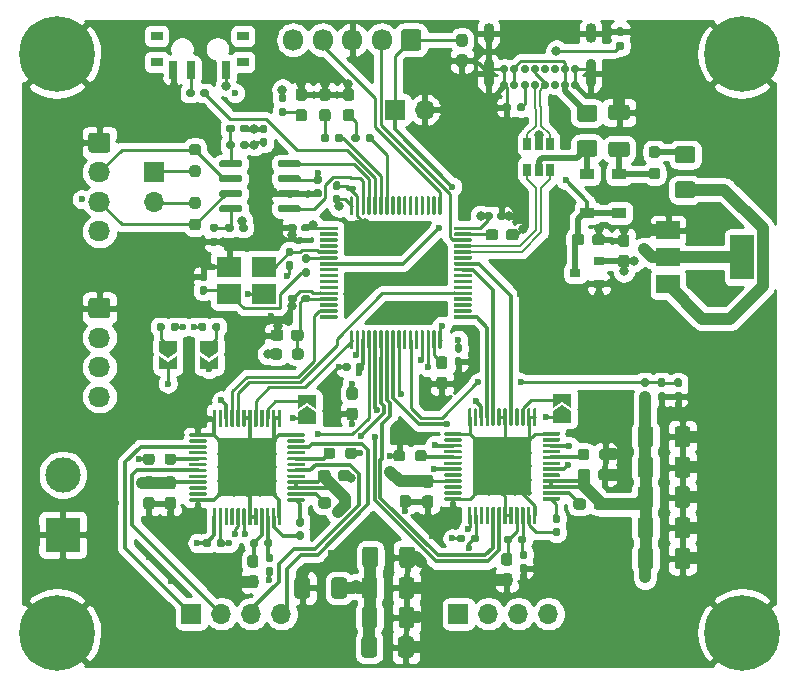
<source format=gbr>
%TF.GenerationSoftware,KiCad,Pcbnew,5.1.8*%
%TF.CreationDate,2021-01-17T13:40:54+01:00*%
%TF.ProjectId,sm4,736d342e-6b69-4636-9164-5f7063625858,rev?*%
%TF.SameCoordinates,Original*%
%TF.FileFunction,Copper,L1,Top*%
%TF.FilePolarity,Positive*%
%FSLAX46Y46*%
G04 Gerber Fmt 4.6, Leading zero omitted, Abs format (unit mm)*
G04 Created by KiCad (PCBNEW 5.1.8) date 2021-01-17 13:40:54*
%MOMM*%
%LPD*%
G01*
G04 APERTURE LIST*
%TA.AperFunction,SMDPad,CuDef*%
%ADD10R,2.000000X1.500000*%
%TD*%
%TA.AperFunction,SMDPad,CuDef*%
%ADD11R,2.000000X3.800000*%
%TD*%
%TA.AperFunction,SMDPad,CuDef*%
%ADD12C,0.150000*%
%TD*%
%TA.AperFunction,SMDPad,CuDef*%
%ADD13R,2.100000X1.800000*%
%TD*%
%TA.AperFunction,SMDPad,CuDef*%
%ADD14R,0.650000X1.060000*%
%TD*%
%TA.AperFunction,SMDPad,CuDef*%
%ADD15R,0.900000X0.800000*%
%TD*%
%TA.AperFunction,ComponentPad*%
%ADD16C,0.500000*%
%TD*%
%TA.AperFunction,SMDPad,CuDef*%
%ADD17R,5.000000X5.000000*%
%TD*%
%TA.AperFunction,SMDPad,CuDef*%
%ADD18R,1.000000X0.800000*%
%TD*%
%TA.AperFunction,SMDPad,CuDef*%
%ADD19R,0.700000X1.500000*%
%TD*%
%TA.AperFunction,ComponentPad*%
%ADD20O,1.700000X1.700000*%
%TD*%
%TA.AperFunction,ComponentPad*%
%ADD21R,1.700000X1.700000*%
%TD*%
%TA.AperFunction,ComponentPad*%
%ADD22O,1.700000X1.850000*%
%TD*%
%TA.AperFunction,ComponentPad*%
%ADD23O,0.900000X1.700000*%
%TD*%
%TA.AperFunction,ComponentPad*%
%ADD24O,0.900000X2.400000*%
%TD*%
%TA.AperFunction,ComponentPad*%
%ADD25C,0.700000*%
%TD*%
%TA.AperFunction,ComponentPad*%
%ADD26C,3.000000*%
%TD*%
%TA.AperFunction,ComponentPad*%
%ADD27R,3.000000X3.000000*%
%TD*%
%TA.AperFunction,ComponentPad*%
%ADD28O,1.850000X1.700000*%
%TD*%
%TA.AperFunction,ComponentPad*%
%ADD29C,6.400000*%
%TD*%
%TA.AperFunction,SMDPad,CuDef*%
%ADD30R,1.200000X0.900000*%
%TD*%
%TA.AperFunction,ViaPad*%
%ADD31C,0.600000*%
%TD*%
%TA.AperFunction,ViaPad*%
%ADD32C,0.800000*%
%TD*%
%TA.AperFunction,Conductor*%
%ADD33C,0.250000*%
%TD*%
%TA.AperFunction,Conductor*%
%ADD34C,0.500000*%
%TD*%
%TA.AperFunction,Conductor*%
%ADD35C,0.300000*%
%TD*%
%TA.AperFunction,Conductor*%
%ADD36C,1.000000*%
%TD*%
%TA.AperFunction,Conductor*%
%ADD37C,0.400000*%
%TD*%
%TA.AperFunction,Conductor*%
%ADD38C,0.800000*%
%TD*%
%TA.AperFunction,Conductor*%
%ADD39C,0.200000*%
%TD*%
%TA.AperFunction,Conductor*%
%ADD40C,0.254000*%
%TD*%
%TA.AperFunction,Conductor*%
%ADD41C,0.150000*%
%TD*%
G04 APERTURE END LIST*
D10*
%TO.P,Q1,1*%
%TO.N,GND*%
X95250000Y-68400000D03*
%TO.P,Q1,3*%
%TO.N,Net-(F1-Pad2)*%
X95250000Y-73000000D03*
%TO.P,Q1,2*%
%TO.N,VDC*%
X95250000Y-70700000D03*
D11*
X101550000Y-70700000D03*
%TD*%
%TO.P,C30,2*%
%TO.N,GND*%
%TA.AperFunction,SMDPad,CuDef*%
G36*
G01*
X81362500Y-97462500D02*
X81837500Y-97462500D01*
G75*
G02*
X82075000Y-97700000I0J-237500D01*
G01*
X82075000Y-98300000D01*
G75*
G02*
X81837500Y-98537500I-237500J0D01*
G01*
X81362500Y-98537500D01*
G75*
G02*
X81125000Y-98300000I0J237500D01*
G01*
X81125000Y-97700000D01*
G75*
G02*
X81362500Y-97462500I237500J0D01*
G01*
G37*
%TD.AperFunction*%
%TO.P,C30,1*%
%TO.N,5VOUT2*%
%TA.AperFunction,SMDPad,CuDef*%
G36*
G01*
X81362500Y-95737500D02*
X81837500Y-95737500D01*
G75*
G02*
X82075000Y-95975000I0J-237500D01*
G01*
X82075000Y-96575000D01*
G75*
G02*
X81837500Y-96812500I-237500J0D01*
G01*
X81362500Y-96812500D01*
G75*
G02*
X81125000Y-96575000I0J237500D01*
G01*
X81125000Y-95975000D01*
G75*
G02*
X81362500Y-95737500I237500J0D01*
G01*
G37*
%TD.AperFunction*%
%TD*%
%TO.P,C7,2*%
%TO.N,GND*%
%TA.AperFunction,SMDPad,CuDef*%
G36*
G01*
X59862500Y-97625000D02*
X60337500Y-97625000D01*
G75*
G02*
X60575000Y-97862500I0J-237500D01*
G01*
X60575000Y-98462500D01*
G75*
G02*
X60337500Y-98700000I-237500J0D01*
G01*
X59862500Y-98700000D01*
G75*
G02*
X59625000Y-98462500I0J237500D01*
G01*
X59625000Y-97862500D01*
G75*
G02*
X59862500Y-97625000I237500J0D01*
G01*
G37*
%TD.AperFunction*%
%TO.P,C7,1*%
%TO.N,5VOUT1*%
%TA.AperFunction,SMDPad,CuDef*%
G36*
G01*
X59862500Y-95900000D02*
X60337500Y-95900000D01*
G75*
G02*
X60575000Y-96137500I0J-237500D01*
G01*
X60575000Y-96737500D01*
G75*
G02*
X60337500Y-96975000I-237500J0D01*
G01*
X59862500Y-96975000D01*
G75*
G02*
X59625000Y-96737500I0J237500D01*
G01*
X59625000Y-96137500D01*
G75*
G02*
X59862500Y-95900000I237500J0D01*
G01*
G37*
%TD.AperFunction*%
%TD*%
%TO.P,R26,2*%
%TO.N,+3V3*%
%TA.AperFunction,SMDPad,CuDef*%
G36*
G01*
X56157500Y-76440000D02*
X56157500Y-76760000D01*
G75*
G02*
X55997500Y-76920000I-160000J0D01*
G01*
X55602500Y-76920000D01*
G75*
G02*
X55442500Y-76760000I0J160000D01*
G01*
X55442500Y-76440000D01*
G75*
G02*
X55602500Y-76280000I160000J0D01*
G01*
X55997500Y-76280000D01*
G75*
G02*
X56157500Y-76440000I0J-160000D01*
G01*
G37*
%TD.AperFunction*%
%TO.P,R26,1*%
%TO.N,Net-(JP4-Pad1)*%
%TA.AperFunction,SMDPad,CuDef*%
G36*
G01*
X57352500Y-76440000D02*
X57352500Y-76760000D01*
G75*
G02*
X57192500Y-76920000I-160000J0D01*
G01*
X56797500Y-76920000D01*
G75*
G02*
X56637500Y-76760000I0J160000D01*
G01*
X56637500Y-76440000D01*
G75*
G02*
X56797500Y-76280000I160000J0D01*
G01*
X57192500Y-76280000D01*
G75*
G02*
X57352500Y-76440000I0J-160000D01*
G01*
G37*
%TD.AperFunction*%
%TD*%
%TO.P,R25,2*%
%TO.N,+3V3*%
%TA.AperFunction,SMDPad,CuDef*%
G36*
G01*
X53140000Y-76760000D02*
X53140000Y-76440000D01*
G75*
G02*
X53300000Y-76280000I160000J0D01*
G01*
X53695000Y-76280000D01*
G75*
G02*
X53855000Y-76440000I0J-160000D01*
G01*
X53855000Y-76760000D01*
G75*
G02*
X53695000Y-76920000I-160000J0D01*
G01*
X53300000Y-76920000D01*
G75*
G02*
X53140000Y-76760000I0J160000D01*
G01*
G37*
%TD.AperFunction*%
%TO.P,R25,1*%
%TO.N,Net-(JP3-Pad1)*%
%TA.AperFunction,SMDPad,CuDef*%
G36*
G01*
X51945000Y-76760000D02*
X51945000Y-76440000D01*
G75*
G02*
X52105000Y-76280000I160000J0D01*
G01*
X52500000Y-76280000D01*
G75*
G02*
X52660000Y-76440000I0J-160000D01*
G01*
X52660000Y-76760000D01*
G75*
G02*
X52500000Y-76920000I-160000J0D01*
G01*
X52105000Y-76920000D01*
G75*
G02*
X51945000Y-76760000I0J160000D01*
G01*
G37*
%TD.AperFunction*%
%TD*%
%TA.AperFunction,SMDPad,CuDef*%
D12*
%TO.P,JP4,1*%
%TO.N,Net-(JP4-Pad1)*%
G36*
X56400000Y-79250000D02*
G01*
X55650000Y-78750000D01*
X55650000Y-77750000D01*
X57150000Y-77750000D01*
X57150000Y-78750000D01*
X56400000Y-79250000D01*
G37*
%TD.AperFunction*%
%TA.AperFunction,SMDPad,CuDef*%
%TO.P,JP4,2*%
%TO.N,SCL*%
G36*
X55650000Y-80200000D02*
G01*
X55650000Y-79050000D01*
X56400000Y-79550000D01*
X57150000Y-79050000D01*
X57150000Y-80200000D01*
X55650000Y-80200000D01*
G37*
%TD.AperFunction*%
%TD*%
%TA.AperFunction,SMDPad,CuDef*%
%TO.P,JP3,1*%
%TO.N,Net-(JP3-Pad1)*%
G36*
X52900000Y-79250000D02*
G01*
X52150000Y-78750000D01*
X52150000Y-77750000D01*
X53650000Y-77750000D01*
X53650000Y-78750000D01*
X52900000Y-79250000D01*
G37*
%TD.AperFunction*%
%TA.AperFunction,SMDPad,CuDef*%
%TO.P,JP3,2*%
%TO.N,SDA*%
G36*
X52150000Y-80200000D02*
G01*
X52150000Y-79050000D01*
X52900000Y-79550000D01*
X53650000Y-79050000D01*
X53650000Y-80200000D01*
X52150000Y-80200000D01*
G37*
%TD.AperFunction*%
%TD*%
%TO.P,C43,2*%
%TO.N,GND*%
%TA.AperFunction,SMDPad,CuDef*%
G36*
G01*
X72437500Y-101850001D02*
X72437500Y-100549999D01*
G75*
G02*
X72687499Y-100300000I249999J0D01*
G01*
X73512501Y-100300000D01*
G75*
G02*
X73762500Y-100549999I0J-249999D01*
G01*
X73762500Y-101850001D01*
G75*
G02*
X73512501Y-102100000I-249999J0D01*
G01*
X72687499Y-102100000D01*
G75*
G02*
X72437500Y-101850001I0J249999D01*
G01*
G37*
%TD.AperFunction*%
%TO.P,C43,1*%
%TO.N,VS1*%
%TA.AperFunction,SMDPad,CuDef*%
G36*
G01*
X69312500Y-101850001D02*
X69312500Y-100549999D01*
G75*
G02*
X69562499Y-100300000I249999J0D01*
G01*
X70387501Y-100300000D01*
G75*
G02*
X70637500Y-100549999I0J-249999D01*
G01*
X70637500Y-101850001D01*
G75*
G02*
X70387501Y-102100000I-249999J0D01*
G01*
X69562499Y-102100000D01*
G75*
G02*
X69312500Y-101850001I0J249999D01*
G01*
G37*
%TD.AperFunction*%
%TD*%
%TO.P,C42,2*%
%TO.N,GND*%
%TA.AperFunction,SMDPad,CuDef*%
G36*
G01*
X72437500Y-99350001D02*
X72437500Y-98049999D01*
G75*
G02*
X72687499Y-97800000I249999J0D01*
G01*
X73512501Y-97800000D01*
G75*
G02*
X73762500Y-98049999I0J-249999D01*
G01*
X73762500Y-99350001D01*
G75*
G02*
X73512501Y-99600000I-249999J0D01*
G01*
X72687499Y-99600000D01*
G75*
G02*
X72437500Y-99350001I0J249999D01*
G01*
G37*
%TD.AperFunction*%
%TO.P,C42,1*%
%TO.N,VS1*%
%TA.AperFunction,SMDPad,CuDef*%
G36*
G01*
X69312500Y-99350001D02*
X69312500Y-98049999D01*
G75*
G02*
X69562499Y-97800000I249999J0D01*
G01*
X70387501Y-97800000D01*
G75*
G02*
X70637500Y-98049999I0J-249999D01*
G01*
X70637500Y-99350001D01*
G75*
G02*
X70387501Y-99600000I-249999J0D01*
G01*
X69562499Y-99600000D01*
G75*
G02*
X69312500Y-99350001I0J249999D01*
G01*
G37*
%TD.AperFunction*%
%TD*%
%TO.P,C41,2*%
%TO.N,GND*%
%TA.AperFunction,SMDPad,CuDef*%
G36*
G01*
X64937500Y-98049999D02*
X64937500Y-99350001D01*
G75*
G02*
X64687501Y-99600000I-249999J0D01*
G01*
X63862499Y-99600000D01*
G75*
G02*
X63612500Y-99350001I0J249999D01*
G01*
X63612500Y-98049999D01*
G75*
G02*
X63862499Y-97800000I249999J0D01*
G01*
X64687501Y-97800000D01*
G75*
G02*
X64937500Y-98049999I0J-249999D01*
G01*
G37*
%TD.AperFunction*%
%TO.P,C41,1*%
%TO.N,VS1*%
%TA.AperFunction,SMDPad,CuDef*%
G36*
G01*
X68062500Y-98049999D02*
X68062500Y-99350001D01*
G75*
G02*
X67812501Y-99600000I-249999J0D01*
G01*
X66987499Y-99600000D01*
G75*
G02*
X66737500Y-99350001I0J249999D01*
G01*
X66737500Y-98049999D01*
G75*
G02*
X66987499Y-97800000I249999J0D01*
G01*
X67812501Y-97800000D01*
G75*
G02*
X68062500Y-98049999I0J-249999D01*
G01*
G37*
%TD.AperFunction*%
%TD*%
%TO.P,C40,2*%
%TO.N,GND*%
%TA.AperFunction,SMDPad,CuDef*%
G36*
G01*
X95805001Y-96850001D02*
X95805001Y-95549999D01*
G75*
G02*
X96055000Y-95300000I249999J0D01*
G01*
X96880002Y-95300000D01*
G75*
G02*
X97130001Y-95549999I0J-249999D01*
G01*
X97130001Y-96850001D01*
G75*
G02*
X96880002Y-97100000I-249999J0D01*
G01*
X96055000Y-97100000D01*
G75*
G02*
X95805001Y-96850001I0J249999D01*
G01*
G37*
%TD.AperFunction*%
%TO.P,C40,1*%
%TO.N,VS1*%
%TA.AperFunction,SMDPad,CuDef*%
G36*
G01*
X92680001Y-96850001D02*
X92680001Y-95549999D01*
G75*
G02*
X92930000Y-95300000I249999J0D01*
G01*
X93755002Y-95300000D01*
G75*
G02*
X94005001Y-95549999I0J-249999D01*
G01*
X94005001Y-96850001D01*
G75*
G02*
X93755002Y-97100000I-249999J0D01*
G01*
X92930000Y-97100000D01*
G75*
G02*
X92680001Y-96850001I0J249999D01*
G01*
G37*
%TD.AperFunction*%
%TD*%
%TO.P,C39,2*%
%TO.N,GND*%
%TA.AperFunction,SMDPad,CuDef*%
G36*
G01*
X72500000Y-96750001D02*
X72500000Y-95449999D01*
G75*
G02*
X72749999Y-95200000I249999J0D01*
G01*
X73575001Y-95200000D01*
G75*
G02*
X73825000Y-95449999I0J-249999D01*
G01*
X73825000Y-96750001D01*
G75*
G02*
X73575001Y-97000000I-249999J0D01*
G01*
X72749999Y-97000000D01*
G75*
G02*
X72500000Y-96750001I0J249999D01*
G01*
G37*
%TD.AperFunction*%
%TO.P,C39,1*%
%TO.N,VS1*%
%TA.AperFunction,SMDPad,CuDef*%
G36*
G01*
X69375000Y-96750001D02*
X69375000Y-95449999D01*
G75*
G02*
X69624999Y-95200000I249999J0D01*
G01*
X70450001Y-95200000D01*
G75*
G02*
X70700000Y-95449999I0J-249999D01*
G01*
X70700000Y-96750001D01*
G75*
G02*
X70450001Y-97000000I-249999J0D01*
G01*
X69624999Y-97000000D01*
G75*
G02*
X69375000Y-96750001I0J249999D01*
G01*
G37*
%TD.AperFunction*%
%TD*%
%TO.P,C38,2*%
%TO.N,GND*%
%TA.AperFunction,SMDPad,CuDef*%
G36*
G01*
X72400000Y-104350001D02*
X72400000Y-103049999D01*
G75*
G02*
X72649999Y-102800000I249999J0D01*
G01*
X73475001Y-102800000D01*
G75*
G02*
X73725000Y-103049999I0J-249999D01*
G01*
X73725000Y-104350001D01*
G75*
G02*
X73475001Y-104600000I-249999J0D01*
G01*
X72649999Y-104600000D01*
G75*
G02*
X72400000Y-104350001I0J249999D01*
G01*
G37*
%TD.AperFunction*%
%TO.P,C38,1*%
%TO.N,VS1*%
%TA.AperFunction,SMDPad,CuDef*%
G36*
G01*
X69275000Y-104350001D02*
X69275000Y-103049999D01*
G75*
G02*
X69524999Y-102800000I249999J0D01*
G01*
X70350001Y-102800000D01*
G75*
G02*
X70600000Y-103049999I0J-249999D01*
G01*
X70600000Y-104350001D01*
G75*
G02*
X70350001Y-104600000I-249999J0D01*
G01*
X69524999Y-104600000D01*
G75*
G02*
X69275000Y-104350001I0J249999D01*
G01*
G37*
%TD.AperFunction*%
%TD*%
%TO.P,C37,2*%
%TO.N,GND*%
%TA.AperFunction,SMDPad,CuDef*%
G36*
G01*
X95805001Y-94250001D02*
X95805001Y-92949999D01*
G75*
G02*
X96055000Y-92700000I249999J0D01*
G01*
X96880002Y-92700000D01*
G75*
G02*
X97130001Y-92949999I0J-249999D01*
G01*
X97130001Y-94250001D01*
G75*
G02*
X96880002Y-94500000I-249999J0D01*
G01*
X96055000Y-94500000D01*
G75*
G02*
X95805001Y-94250001I0J249999D01*
G01*
G37*
%TD.AperFunction*%
%TO.P,C37,1*%
%TO.N,VS1*%
%TA.AperFunction,SMDPad,CuDef*%
G36*
G01*
X92680001Y-94250001D02*
X92680001Y-92949999D01*
G75*
G02*
X92930000Y-92700000I249999J0D01*
G01*
X93755002Y-92700000D01*
G75*
G02*
X94005001Y-92949999I0J-249999D01*
G01*
X94005001Y-94250001D01*
G75*
G02*
X93755002Y-94500000I-249999J0D01*
G01*
X92930000Y-94500000D01*
G75*
G02*
X92680001Y-94250001I0J249999D01*
G01*
G37*
%TD.AperFunction*%
%TD*%
%TO.P,C27,2*%
%TO.N,GND*%
%TA.AperFunction,SMDPad,CuDef*%
G36*
G01*
X95800000Y-86550001D02*
X95800000Y-85249999D01*
G75*
G02*
X96049999Y-85000000I249999J0D01*
G01*
X96875001Y-85000000D01*
G75*
G02*
X97125000Y-85249999I0J-249999D01*
G01*
X97125000Y-86550001D01*
G75*
G02*
X96875001Y-86800000I-249999J0D01*
G01*
X96049999Y-86800000D01*
G75*
G02*
X95800000Y-86550001I0J249999D01*
G01*
G37*
%TD.AperFunction*%
%TO.P,C27,1*%
%TO.N,VS1*%
%TA.AperFunction,SMDPad,CuDef*%
G36*
G01*
X92675000Y-86550001D02*
X92675000Y-85249999D01*
G75*
G02*
X92924999Y-85000000I249999J0D01*
G01*
X93750001Y-85000000D01*
G75*
G02*
X94000000Y-85249999I0J-249999D01*
G01*
X94000000Y-86550001D01*
G75*
G02*
X93750001Y-86800000I-249999J0D01*
G01*
X92924999Y-86800000D01*
G75*
G02*
X92675000Y-86550001I0J249999D01*
G01*
G37*
%TD.AperFunction*%
%TD*%
%TO.P,C26,2*%
%TO.N,GND*%
%TA.AperFunction,SMDPad,CuDef*%
G36*
G01*
X95805001Y-91650001D02*
X95805001Y-90349999D01*
G75*
G02*
X96055000Y-90100000I249999J0D01*
G01*
X96880002Y-90100000D01*
G75*
G02*
X97130001Y-90349999I0J-249999D01*
G01*
X97130001Y-91650001D01*
G75*
G02*
X96880002Y-91900000I-249999J0D01*
G01*
X96055000Y-91900000D01*
G75*
G02*
X95805001Y-91650001I0J249999D01*
G01*
G37*
%TD.AperFunction*%
%TO.P,C26,1*%
%TO.N,VS1*%
%TA.AperFunction,SMDPad,CuDef*%
G36*
G01*
X92680001Y-91650001D02*
X92680001Y-90349999D01*
G75*
G02*
X92930000Y-90100000I249999J0D01*
G01*
X93755002Y-90100000D01*
G75*
G02*
X94005001Y-90349999I0J-249999D01*
G01*
X94005001Y-91650001D01*
G75*
G02*
X93755002Y-91900000I-249999J0D01*
G01*
X92930000Y-91900000D01*
G75*
G02*
X92680001Y-91650001I0J249999D01*
G01*
G37*
%TD.AperFunction*%
%TD*%
%TO.P,C4,2*%
%TO.N,GND*%
%TA.AperFunction,SMDPad,CuDef*%
G36*
G01*
X95805001Y-89125002D02*
X95805001Y-87825000D01*
G75*
G02*
X96055000Y-87575001I249999J0D01*
G01*
X96880002Y-87575001D01*
G75*
G02*
X97130001Y-87825000I0J-249999D01*
G01*
X97130001Y-89125002D01*
G75*
G02*
X96880002Y-89375001I-249999J0D01*
G01*
X96055000Y-89375001D01*
G75*
G02*
X95805001Y-89125002I0J249999D01*
G01*
G37*
%TD.AperFunction*%
%TO.P,C4,1*%
%TO.N,VS1*%
%TA.AperFunction,SMDPad,CuDef*%
G36*
G01*
X92680001Y-89125002D02*
X92680001Y-87825000D01*
G75*
G02*
X92930000Y-87575001I249999J0D01*
G01*
X93755002Y-87575001D01*
G75*
G02*
X94005001Y-87825000I0J-249999D01*
G01*
X94005001Y-89125002D01*
G75*
G02*
X93755002Y-89375001I-249999J0D01*
G01*
X92930000Y-89375001D01*
G75*
G02*
X92680001Y-89125002I0J249999D01*
G01*
G37*
%TD.AperFunction*%
%TD*%
%TO.P,R15,2*%
%TO.N,5VM2*%
%TA.AperFunction,SMDPad,CuDef*%
G36*
G01*
X82540000Y-94760000D02*
X82540000Y-94440000D01*
G75*
G02*
X82700000Y-94280000I160000J0D01*
G01*
X83095000Y-94280000D01*
G75*
G02*
X83255000Y-94440000I0J-160000D01*
G01*
X83255000Y-94760000D01*
G75*
G02*
X83095000Y-94920000I-160000J0D01*
G01*
X82700000Y-94920000D01*
G75*
G02*
X82540000Y-94760000I0J160000D01*
G01*
G37*
%TD.AperFunction*%
%TO.P,R15,1*%
%TO.N,5VOUT2*%
%TA.AperFunction,SMDPad,CuDef*%
G36*
G01*
X81345000Y-94760000D02*
X81345000Y-94440000D01*
G75*
G02*
X81505000Y-94280000I160000J0D01*
G01*
X81900000Y-94280000D01*
G75*
G02*
X82060000Y-94440000I0J-160000D01*
G01*
X82060000Y-94760000D01*
G75*
G02*
X81900000Y-94920000I-160000J0D01*
G01*
X81505000Y-94920000D01*
G75*
G02*
X81345000Y-94760000I0J160000D01*
G01*
G37*
%TD.AperFunction*%
%TD*%
%TO.P,R14,2*%
%TO.N,+3V3*%
%TA.AperFunction,SMDPad,CuDef*%
G36*
G01*
X78062500Y-94340000D02*
X78062500Y-94660000D01*
G75*
G02*
X77902500Y-94820000I-160000J0D01*
G01*
X77507500Y-94820000D01*
G75*
G02*
X77347500Y-94660000I0J160000D01*
G01*
X77347500Y-94340000D01*
G75*
G02*
X77507500Y-94180000I160000J0D01*
G01*
X77902500Y-94180000D01*
G75*
G02*
X78062500Y-94340000I0J-160000D01*
G01*
G37*
%TD.AperFunction*%
%TO.P,R14,1*%
%TO.N,ERR2*%
%TA.AperFunction,SMDPad,CuDef*%
G36*
G01*
X79257500Y-94340000D02*
X79257500Y-94660000D01*
G75*
G02*
X79097500Y-94820000I-160000J0D01*
G01*
X78702500Y-94820000D01*
G75*
G02*
X78542500Y-94660000I0J160000D01*
G01*
X78542500Y-94340000D01*
G75*
G02*
X78702500Y-94180000I160000J0D01*
G01*
X79097500Y-94180000D01*
G75*
G02*
X79257500Y-94340000I0J-160000D01*
G01*
G37*
%TD.AperFunction*%
%TD*%
%TO.P,C28,2*%
%TO.N,GND*%
%TA.AperFunction,SMDPad,CuDef*%
G36*
G01*
X72762500Y-90825000D02*
X73237500Y-90825000D01*
G75*
G02*
X73475000Y-91062500I0J-237500D01*
G01*
X73475000Y-91662500D01*
G75*
G02*
X73237500Y-91900000I-237500J0D01*
G01*
X72762500Y-91900000D01*
G75*
G02*
X72525000Y-91662500I0J237500D01*
G01*
X72525000Y-91062500D01*
G75*
G02*
X72762500Y-90825000I237500J0D01*
G01*
G37*
%TD.AperFunction*%
%TO.P,C28,1*%
%TO.N,VS1*%
%TA.AperFunction,SMDPad,CuDef*%
G36*
G01*
X72762500Y-89100000D02*
X73237500Y-89100000D01*
G75*
G02*
X73475000Y-89337500I0J-237500D01*
G01*
X73475000Y-89937500D01*
G75*
G02*
X73237500Y-90175000I-237500J0D01*
G01*
X72762500Y-90175000D01*
G75*
G02*
X72525000Y-89937500I0J237500D01*
G01*
X72525000Y-89337500D01*
G75*
G02*
X72762500Y-89100000I237500J0D01*
G01*
G37*
%TD.AperFunction*%
%TD*%
%TO.P,C32,2*%
%TO.N,GND*%
%TA.AperFunction,SMDPad,CuDef*%
G36*
G01*
X82845000Y-96667500D02*
X83155000Y-96667500D01*
G75*
G02*
X83310000Y-96822500I0J-155000D01*
G01*
X83310000Y-97247500D01*
G75*
G02*
X83155000Y-97402500I-155000J0D01*
G01*
X82845000Y-97402500D01*
G75*
G02*
X82690000Y-97247500I0J155000D01*
G01*
X82690000Y-96822500D01*
G75*
G02*
X82845000Y-96667500I155000J0D01*
G01*
G37*
%TD.AperFunction*%
%TO.P,C32,1*%
%TO.N,5VM2*%
%TA.AperFunction,SMDPad,CuDef*%
G36*
G01*
X82845000Y-95532500D02*
X83155000Y-95532500D01*
G75*
G02*
X83310000Y-95687500I0J-155000D01*
G01*
X83310000Y-96112500D01*
G75*
G02*
X83155000Y-96267500I-155000J0D01*
G01*
X82845000Y-96267500D01*
G75*
G02*
X82690000Y-96112500I0J155000D01*
G01*
X82690000Y-95687500D01*
G75*
G02*
X82845000Y-95532500I155000J0D01*
G01*
G37*
%TD.AperFunction*%
%TD*%
%TO.P,C31,2*%
%TO.N,Net-(C31-Pad2)*%
%TA.AperFunction,SMDPad,CuDef*%
G36*
G01*
X85645000Y-93600000D02*
X85955000Y-93600000D01*
G75*
G02*
X86110000Y-93755000I0J-155000D01*
G01*
X86110000Y-94180000D01*
G75*
G02*
X85955000Y-94335000I-155000J0D01*
G01*
X85645000Y-94335000D01*
G75*
G02*
X85490000Y-94180000I0J155000D01*
G01*
X85490000Y-93755000D01*
G75*
G02*
X85645000Y-93600000I155000J0D01*
G01*
G37*
%TD.AperFunction*%
%TO.P,C31,1*%
%TO.N,Net-(C31-Pad1)*%
%TA.AperFunction,SMDPad,CuDef*%
G36*
G01*
X85645000Y-92465000D02*
X85955000Y-92465000D01*
G75*
G02*
X86110000Y-92620000I0J-155000D01*
G01*
X86110000Y-93045000D01*
G75*
G02*
X85955000Y-93200000I-155000J0D01*
G01*
X85645000Y-93200000D01*
G75*
G02*
X85490000Y-93045000I0J155000D01*
G01*
X85490000Y-92620000D01*
G75*
G02*
X85645000Y-92465000I155000J0D01*
G01*
G37*
%TD.AperFunction*%
%TD*%
%TO.P,C29,2*%
%TO.N,GND*%
%TA.AperFunction,SMDPad,CuDef*%
G36*
G01*
X74662500Y-90862500D02*
X75137500Y-90862500D01*
G75*
G02*
X75375000Y-91100000I0J-237500D01*
G01*
X75375000Y-91700000D01*
G75*
G02*
X75137500Y-91937500I-237500J0D01*
G01*
X74662500Y-91937500D01*
G75*
G02*
X74425000Y-91700000I0J237500D01*
G01*
X74425000Y-91100000D01*
G75*
G02*
X74662500Y-90862500I237500J0D01*
G01*
G37*
%TD.AperFunction*%
%TO.P,C29,1*%
%TO.N,VS1*%
%TA.AperFunction,SMDPad,CuDef*%
G36*
G01*
X74662500Y-89137500D02*
X75137500Y-89137500D01*
G75*
G02*
X75375000Y-89375000I0J-237500D01*
G01*
X75375000Y-89975000D01*
G75*
G02*
X75137500Y-90212500I-237500J0D01*
G01*
X74662500Y-90212500D01*
G75*
G02*
X74425000Y-89975000I0J237500D01*
G01*
X74425000Y-89375000D01*
G75*
G02*
X74662500Y-89137500I237500J0D01*
G01*
G37*
%TD.AperFunction*%
%TD*%
%TO.P,C24,2*%
%TO.N,GND*%
%TA.AperFunction,SMDPad,CuDef*%
G36*
G01*
X89325000Y-89337500D02*
X89325000Y-88862500D01*
G75*
G02*
X89562500Y-88625000I237500J0D01*
G01*
X90162500Y-88625000D01*
G75*
G02*
X90400000Y-88862500I0J-237500D01*
G01*
X90400000Y-89337500D01*
G75*
G02*
X90162500Y-89575000I-237500J0D01*
G01*
X89562500Y-89575000D01*
G75*
G02*
X89325000Y-89337500I0J237500D01*
G01*
G37*
%TD.AperFunction*%
%TO.P,C24,1*%
%TO.N,VS1*%
%TA.AperFunction,SMDPad,CuDef*%
G36*
G01*
X87600000Y-89337500D02*
X87600000Y-88862500D01*
G75*
G02*
X87837500Y-88625000I237500J0D01*
G01*
X88437500Y-88625000D01*
G75*
G02*
X88675000Y-88862500I0J-237500D01*
G01*
X88675000Y-89337500D01*
G75*
G02*
X88437500Y-89575000I-237500J0D01*
G01*
X87837500Y-89575000D01*
G75*
G02*
X87600000Y-89337500I0J237500D01*
G01*
G37*
%TD.AperFunction*%
%TD*%
%TO.P,C23,2*%
%TO.N,VCP2*%
%TA.AperFunction,SMDPad,CuDef*%
G36*
G01*
X88312500Y-91362500D02*
X88312500Y-91837500D01*
G75*
G02*
X88075000Y-92075000I-237500J0D01*
G01*
X87475000Y-92075000D01*
G75*
G02*
X87237500Y-91837500I0J237500D01*
G01*
X87237500Y-91362500D01*
G75*
G02*
X87475000Y-91125000I237500J0D01*
G01*
X88075000Y-91125000D01*
G75*
G02*
X88312500Y-91362500I0J-237500D01*
G01*
G37*
%TD.AperFunction*%
%TO.P,C23,1*%
%TO.N,VS1*%
%TA.AperFunction,SMDPad,CuDef*%
G36*
G01*
X90037500Y-91362500D02*
X90037500Y-91837500D01*
G75*
G02*
X89800000Y-92075000I-237500J0D01*
G01*
X89200000Y-92075000D01*
G75*
G02*
X88962500Y-91837500I0J237500D01*
G01*
X88962500Y-91362500D01*
G75*
G02*
X89200000Y-91125000I237500J0D01*
G01*
X89800000Y-91125000D01*
G75*
G02*
X90037500Y-91362500I0J-237500D01*
G01*
G37*
%TD.AperFunction*%
%TD*%
%TO.P,C9,2*%
%TO.N,Net-(C9-Pad2)*%
%TA.AperFunction,SMDPad,CuDef*%
G36*
G01*
X63945000Y-93900000D02*
X64255000Y-93900000D01*
G75*
G02*
X64410000Y-94055000I0J-155000D01*
G01*
X64410000Y-94480000D01*
G75*
G02*
X64255000Y-94635000I-155000J0D01*
G01*
X63945000Y-94635000D01*
G75*
G02*
X63790000Y-94480000I0J155000D01*
G01*
X63790000Y-94055000D01*
G75*
G02*
X63945000Y-93900000I155000J0D01*
G01*
G37*
%TD.AperFunction*%
%TO.P,C9,1*%
%TO.N,Net-(C9-Pad1)*%
%TA.AperFunction,SMDPad,CuDef*%
G36*
G01*
X63945000Y-92765000D02*
X64255000Y-92765000D01*
G75*
G02*
X64410000Y-92920000I0J-155000D01*
G01*
X64410000Y-93345000D01*
G75*
G02*
X64255000Y-93500000I-155000J0D01*
G01*
X63945000Y-93500000D01*
G75*
G02*
X63790000Y-93345000I0J155000D01*
G01*
X63790000Y-92920000D01*
G75*
G02*
X63945000Y-92765000I155000J0D01*
G01*
G37*
%TD.AperFunction*%
%TD*%
%TO.P,C6,2*%
%TO.N,GND*%
%TA.AperFunction,SMDPad,CuDef*%
G36*
G01*
X51062500Y-90987500D02*
X51537500Y-90987500D01*
G75*
G02*
X51775000Y-91225000I0J-237500D01*
G01*
X51775000Y-91825000D01*
G75*
G02*
X51537500Y-92062500I-237500J0D01*
G01*
X51062500Y-92062500D01*
G75*
G02*
X50825000Y-91825000I0J237500D01*
G01*
X50825000Y-91225000D01*
G75*
G02*
X51062500Y-90987500I237500J0D01*
G01*
G37*
%TD.AperFunction*%
%TO.P,C6,1*%
%TO.N,VS1*%
%TA.AperFunction,SMDPad,CuDef*%
G36*
G01*
X51062500Y-89262500D02*
X51537500Y-89262500D01*
G75*
G02*
X51775000Y-89500000I0J-237500D01*
G01*
X51775000Y-90100000D01*
G75*
G02*
X51537500Y-90337500I-237500J0D01*
G01*
X51062500Y-90337500D01*
G75*
G02*
X50825000Y-90100000I0J237500D01*
G01*
X50825000Y-89500000D01*
G75*
G02*
X51062500Y-89262500I237500J0D01*
G01*
G37*
%TD.AperFunction*%
%TD*%
%TO.P,C5,2*%
%TO.N,GND*%
%TA.AperFunction,SMDPad,CuDef*%
G36*
G01*
X52862500Y-90987500D02*
X53337500Y-90987500D01*
G75*
G02*
X53575000Y-91225000I0J-237500D01*
G01*
X53575000Y-91825000D01*
G75*
G02*
X53337500Y-92062500I-237500J0D01*
G01*
X52862500Y-92062500D01*
G75*
G02*
X52625000Y-91825000I0J237500D01*
G01*
X52625000Y-91225000D01*
G75*
G02*
X52862500Y-90987500I237500J0D01*
G01*
G37*
%TD.AperFunction*%
%TO.P,C5,1*%
%TO.N,VS1*%
%TA.AperFunction,SMDPad,CuDef*%
G36*
G01*
X52862500Y-89262500D02*
X53337500Y-89262500D01*
G75*
G02*
X53575000Y-89500000I0J-237500D01*
G01*
X53575000Y-90100000D01*
G75*
G02*
X53337500Y-90337500I-237500J0D01*
G01*
X52862500Y-90337500D01*
G75*
G02*
X52625000Y-90100000I0J237500D01*
G01*
X52625000Y-89500000D01*
G75*
G02*
X52862500Y-89262500I237500J0D01*
G01*
G37*
%TD.AperFunction*%
%TD*%
%TO.P,C3,2*%
%TO.N,GND*%
%TA.AperFunction,SMDPad,CuDef*%
G36*
G01*
X67325000Y-89437500D02*
X67325000Y-88962500D01*
G75*
G02*
X67562500Y-88725000I237500J0D01*
G01*
X68162500Y-88725000D01*
G75*
G02*
X68400000Y-88962500I0J-237500D01*
G01*
X68400000Y-89437500D01*
G75*
G02*
X68162500Y-89675000I-237500J0D01*
G01*
X67562500Y-89675000D01*
G75*
G02*
X67325000Y-89437500I0J237500D01*
G01*
G37*
%TD.AperFunction*%
%TO.P,C3,1*%
%TO.N,VS1*%
%TA.AperFunction,SMDPad,CuDef*%
G36*
G01*
X65600000Y-89437500D02*
X65600000Y-88962500D01*
G75*
G02*
X65837500Y-88725000I237500J0D01*
G01*
X66437500Y-88725000D01*
G75*
G02*
X66675000Y-88962500I0J-237500D01*
G01*
X66675000Y-89437500D01*
G75*
G02*
X66437500Y-89675000I-237500J0D01*
G01*
X65837500Y-89675000D01*
G75*
G02*
X65600000Y-89437500I0J237500D01*
G01*
G37*
%TD.AperFunction*%
%TD*%
%TO.P,C2,2*%
%TO.N,VCP1*%
%TA.AperFunction,SMDPad,CuDef*%
G36*
G01*
X66712500Y-91262500D02*
X66712500Y-91737500D01*
G75*
G02*
X66475000Y-91975000I-237500J0D01*
G01*
X65875000Y-91975000D01*
G75*
G02*
X65637500Y-91737500I0J237500D01*
G01*
X65637500Y-91262500D01*
G75*
G02*
X65875000Y-91025000I237500J0D01*
G01*
X66475000Y-91025000D01*
G75*
G02*
X66712500Y-91262500I0J-237500D01*
G01*
G37*
%TD.AperFunction*%
%TO.P,C2,1*%
%TO.N,VS1*%
%TA.AperFunction,SMDPad,CuDef*%
G36*
G01*
X68437500Y-91262500D02*
X68437500Y-91737500D01*
G75*
G02*
X68200000Y-91975000I-237500J0D01*
G01*
X67600000Y-91975000D01*
G75*
G02*
X67362500Y-91737500I0J237500D01*
G01*
X67362500Y-91262500D01*
G75*
G02*
X67600000Y-91025000I237500J0D01*
G01*
X68200000Y-91025000D01*
G75*
G02*
X68437500Y-91262500I0J-237500D01*
G01*
G37*
%TD.AperFunction*%
%TD*%
%TO.P,R2,2*%
%TO.N,5VM1*%
%TA.AperFunction,SMDPad,CuDef*%
G36*
G01*
X61040000Y-95060000D02*
X61040000Y-94740000D01*
G75*
G02*
X61200000Y-94580000I160000J0D01*
G01*
X61595000Y-94580000D01*
G75*
G02*
X61755000Y-94740000I0J-160000D01*
G01*
X61755000Y-95060000D01*
G75*
G02*
X61595000Y-95220000I-160000J0D01*
G01*
X61200000Y-95220000D01*
G75*
G02*
X61040000Y-95060000I0J160000D01*
G01*
G37*
%TD.AperFunction*%
%TO.P,R2,1*%
%TO.N,5VOUT1*%
%TA.AperFunction,SMDPad,CuDef*%
G36*
G01*
X59845000Y-95060000D02*
X59845000Y-94740000D01*
G75*
G02*
X60005000Y-94580000I160000J0D01*
G01*
X60400000Y-94580000D01*
G75*
G02*
X60560000Y-94740000I0J-160000D01*
G01*
X60560000Y-95060000D01*
G75*
G02*
X60400000Y-95220000I-160000J0D01*
G01*
X60005000Y-95220000D01*
G75*
G02*
X59845000Y-95060000I0J160000D01*
G01*
G37*
%TD.AperFunction*%
%TD*%
%TO.P,C10,2*%
%TO.N,GND*%
%TA.AperFunction,SMDPad,CuDef*%
G36*
G01*
X61345000Y-96932500D02*
X61655000Y-96932500D01*
G75*
G02*
X61810000Y-97087500I0J-155000D01*
G01*
X61810000Y-97512500D01*
G75*
G02*
X61655000Y-97667500I-155000J0D01*
G01*
X61345000Y-97667500D01*
G75*
G02*
X61190000Y-97512500I0J155000D01*
G01*
X61190000Y-97087500D01*
G75*
G02*
X61345000Y-96932500I155000J0D01*
G01*
G37*
%TD.AperFunction*%
%TO.P,C10,1*%
%TO.N,5VM1*%
%TA.AperFunction,SMDPad,CuDef*%
G36*
G01*
X61345000Y-95797500D02*
X61655000Y-95797500D01*
G75*
G02*
X61810000Y-95952500I0J-155000D01*
G01*
X61810000Y-96377500D01*
G75*
G02*
X61655000Y-96532500I-155000J0D01*
G01*
X61345000Y-96532500D01*
G75*
G02*
X61190000Y-96377500I0J155000D01*
G01*
X61190000Y-95952500D01*
G75*
G02*
X61345000Y-95797500I155000J0D01*
G01*
G37*
%TD.AperFunction*%
%TD*%
%TO.P,C36,2*%
%TO.N,GND*%
%TA.AperFunction,SMDPad,CuDef*%
G36*
G01*
X95945000Y-82100000D02*
X96255000Y-82100000D01*
G75*
G02*
X96410000Y-82255000I0J-155000D01*
G01*
X96410000Y-82680000D01*
G75*
G02*
X96255000Y-82835000I-155000J0D01*
G01*
X95945000Y-82835000D01*
G75*
G02*
X95790000Y-82680000I0J155000D01*
G01*
X95790000Y-82255000D01*
G75*
G02*
X95945000Y-82100000I155000J0D01*
G01*
G37*
%TD.AperFunction*%
%TO.P,C36,1*%
%TO.N,VBAT*%
%TA.AperFunction,SMDPad,CuDef*%
G36*
G01*
X95945000Y-80965000D02*
X96255000Y-80965000D01*
G75*
G02*
X96410000Y-81120000I0J-155000D01*
G01*
X96410000Y-81545000D01*
G75*
G02*
X96255000Y-81700000I-155000J0D01*
G01*
X95945000Y-81700000D01*
G75*
G02*
X95790000Y-81545000I0J155000D01*
G01*
X95790000Y-81120000D01*
G75*
G02*
X95945000Y-80965000I155000J0D01*
G01*
G37*
%TD.AperFunction*%
%TD*%
%TO.P,C16,2*%
%TO.N,GND*%
%TA.AperFunction,SMDPad,CuDef*%
G36*
G01*
X63800000Y-74045000D02*
X63800000Y-74355000D01*
G75*
G02*
X63645000Y-74510000I-155000J0D01*
G01*
X63220000Y-74510000D01*
G75*
G02*
X63065000Y-74355000I0J155000D01*
G01*
X63065000Y-74045000D01*
G75*
G02*
X63220000Y-73890000I155000J0D01*
G01*
X63645000Y-73890000D01*
G75*
G02*
X63800000Y-74045000I0J-155000D01*
G01*
G37*
%TD.AperFunction*%
%TO.P,C16,1*%
%TO.N,VDDA*%
%TA.AperFunction,SMDPad,CuDef*%
G36*
G01*
X64935000Y-74045000D02*
X64935000Y-74355000D01*
G75*
G02*
X64780000Y-74510000I-155000J0D01*
G01*
X64355000Y-74510000D01*
G75*
G02*
X64200000Y-74355000I0J155000D01*
G01*
X64200000Y-74045000D01*
G75*
G02*
X64355000Y-73890000I155000J0D01*
G01*
X64780000Y-73890000D01*
G75*
G02*
X64935000Y-74045000I0J-155000D01*
G01*
G37*
%TD.AperFunction*%
%TD*%
%TO.P,R6,2*%
%TO.N,Net-(C17-Pad1)*%
%TA.AperFunction,SMDPad,CuDef*%
G36*
G01*
X64440000Y-71642500D02*
X64760000Y-71642500D01*
G75*
G02*
X64920000Y-71802500I0J-160000D01*
G01*
X64920000Y-72197500D01*
G75*
G02*
X64760000Y-72357500I-160000J0D01*
G01*
X64440000Y-72357500D01*
G75*
G02*
X64280000Y-72197500I0J160000D01*
G01*
X64280000Y-71802500D01*
G75*
G02*
X64440000Y-71642500I160000J0D01*
G01*
G37*
%TD.AperFunction*%
%TO.P,R6,1*%
%TO.N,OSC_OUT*%
%TA.AperFunction,SMDPad,CuDef*%
G36*
G01*
X64440000Y-70447500D02*
X64760000Y-70447500D01*
G75*
G02*
X64920000Y-70607500I0J-160000D01*
G01*
X64920000Y-71002500D01*
G75*
G02*
X64760000Y-71162500I-160000J0D01*
G01*
X64440000Y-71162500D01*
G75*
G02*
X64280000Y-71002500I0J160000D01*
G01*
X64280000Y-70607500D01*
G75*
G02*
X64440000Y-70447500I160000J0D01*
G01*
G37*
%TD.AperFunction*%
%TD*%
%TO.P,C17,2*%
%TO.N,GND*%
%TA.AperFunction,SMDPad,CuDef*%
G36*
G01*
X56055000Y-72732500D02*
X55745000Y-72732500D01*
G75*
G02*
X55590000Y-72577500I0J155000D01*
G01*
X55590000Y-72152500D01*
G75*
G02*
X55745000Y-71997500I155000J0D01*
G01*
X56055000Y-71997500D01*
G75*
G02*
X56210000Y-72152500I0J-155000D01*
G01*
X56210000Y-72577500D01*
G75*
G02*
X56055000Y-72732500I-155000J0D01*
G01*
G37*
%TD.AperFunction*%
%TO.P,C17,1*%
%TO.N,Net-(C17-Pad1)*%
%TA.AperFunction,SMDPad,CuDef*%
G36*
G01*
X56055000Y-73867500D02*
X55745000Y-73867500D01*
G75*
G02*
X55590000Y-73712500I0J155000D01*
G01*
X55590000Y-73287500D01*
G75*
G02*
X55745000Y-73132500I155000J0D01*
G01*
X56055000Y-73132500D01*
G75*
G02*
X56210000Y-73287500I0J-155000D01*
G01*
X56210000Y-73712500D01*
G75*
G02*
X56055000Y-73867500I-155000J0D01*
G01*
G37*
%TD.AperFunction*%
%TD*%
%TO.P,C15,2*%
%TO.N,GND*%
%TA.AperFunction,SMDPad,CuDef*%
G36*
G01*
X63800000Y-68045000D02*
X63800000Y-68355000D01*
G75*
G02*
X63645000Y-68510000I-155000J0D01*
G01*
X63220000Y-68510000D01*
G75*
G02*
X63065000Y-68355000I0J155000D01*
G01*
X63065000Y-68045000D01*
G75*
G02*
X63220000Y-67890000I155000J0D01*
G01*
X63645000Y-67890000D01*
G75*
G02*
X63800000Y-68045000I0J-155000D01*
G01*
G37*
%TD.AperFunction*%
%TO.P,C15,1*%
%TO.N,+3V3*%
%TA.AperFunction,SMDPad,CuDef*%
G36*
G01*
X64935000Y-68045000D02*
X64935000Y-68355000D01*
G75*
G02*
X64780000Y-68510000I-155000J0D01*
G01*
X64355000Y-68510000D01*
G75*
G02*
X64200000Y-68355000I0J155000D01*
G01*
X64200000Y-68045000D01*
G75*
G02*
X64355000Y-67890000I155000J0D01*
G01*
X64780000Y-67890000D01*
G75*
G02*
X64935000Y-68045000I0J-155000D01*
G01*
G37*
%TD.AperFunction*%
%TD*%
%TO.P,C14,2*%
%TO.N,GND*%
%TA.AperFunction,SMDPad,CuDef*%
G36*
G01*
X63045000Y-71032500D02*
X63355000Y-71032500D01*
G75*
G02*
X63510000Y-71187500I0J-155000D01*
G01*
X63510000Y-71612500D01*
G75*
G02*
X63355000Y-71767500I-155000J0D01*
G01*
X63045000Y-71767500D01*
G75*
G02*
X62890000Y-71612500I0J155000D01*
G01*
X62890000Y-71187500D01*
G75*
G02*
X63045000Y-71032500I155000J0D01*
G01*
G37*
%TD.AperFunction*%
%TO.P,C14,1*%
%TO.N,OSC_IN*%
%TA.AperFunction,SMDPad,CuDef*%
G36*
G01*
X63045000Y-69897500D02*
X63355000Y-69897500D01*
G75*
G02*
X63510000Y-70052500I0J-155000D01*
G01*
X63510000Y-70477500D01*
G75*
G02*
X63355000Y-70632500I-155000J0D01*
G01*
X63045000Y-70632500D01*
G75*
G02*
X62890000Y-70477500I0J155000D01*
G01*
X62890000Y-70052500D01*
G75*
G02*
X63045000Y-69897500I155000J0D01*
G01*
G37*
%TD.AperFunction*%
%TD*%
%TO.P,C12,2*%
%TO.N,GND*%
%TA.AperFunction,SMDPad,CuDef*%
G36*
G01*
X67355000Y-65000000D02*
X67045000Y-65000000D01*
G75*
G02*
X66890000Y-64845000I0J155000D01*
G01*
X66890000Y-64420000D01*
G75*
G02*
X67045000Y-64265000I155000J0D01*
G01*
X67355000Y-64265000D01*
G75*
G02*
X67510000Y-64420000I0J-155000D01*
G01*
X67510000Y-64845000D01*
G75*
G02*
X67355000Y-65000000I-155000J0D01*
G01*
G37*
%TD.AperFunction*%
%TO.P,C12,1*%
%TO.N,+3V3*%
%TA.AperFunction,SMDPad,CuDef*%
G36*
G01*
X67355000Y-66135000D02*
X67045000Y-66135000D01*
G75*
G02*
X66890000Y-65980000I0J155000D01*
G01*
X66890000Y-65555000D01*
G75*
G02*
X67045000Y-65400000I155000J0D01*
G01*
X67355000Y-65400000D01*
G75*
G02*
X67510000Y-65555000I0J-155000D01*
G01*
X67510000Y-65980000D01*
G75*
G02*
X67355000Y-66135000I-155000J0D01*
G01*
G37*
%TD.AperFunction*%
%TD*%
%TO.P,R11,2*%
%TO.N,GND*%
%TA.AperFunction,SMDPad,CuDef*%
G36*
G01*
X56640000Y-69040000D02*
X56960000Y-69040000D01*
G75*
G02*
X57120000Y-69200000I0J-160000D01*
G01*
X57120000Y-69595000D01*
G75*
G02*
X56960000Y-69755000I-160000J0D01*
G01*
X56640000Y-69755000D01*
G75*
G02*
X56480000Y-69595000I0J160000D01*
G01*
X56480000Y-69200000D01*
G75*
G02*
X56640000Y-69040000I160000J0D01*
G01*
G37*
%TD.AperFunction*%
%TO.P,R11,1*%
%TO.N,Net-(R10-Pad2)*%
%TA.AperFunction,SMDPad,CuDef*%
G36*
G01*
X56640000Y-67845000D02*
X56960000Y-67845000D01*
G75*
G02*
X57120000Y-68005000I0J-160000D01*
G01*
X57120000Y-68400000D01*
G75*
G02*
X56960000Y-68560000I-160000J0D01*
G01*
X56640000Y-68560000D01*
G75*
G02*
X56480000Y-68400000I0J160000D01*
G01*
X56480000Y-68005000D01*
G75*
G02*
X56640000Y-67845000I160000J0D01*
G01*
G37*
%TD.AperFunction*%
%TD*%
%TO.P,R24,2*%
%TO.N,ERR*%
%TA.AperFunction,SMDPad,CuDef*%
G36*
G01*
X69640000Y-60760000D02*
X69640000Y-60440000D01*
G75*
G02*
X69800000Y-60280000I160000J0D01*
G01*
X70195000Y-60280000D01*
G75*
G02*
X70355000Y-60440000I0J-160000D01*
G01*
X70355000Y-60760000D01*
G75*
G02*
X70195000Y-60920000I-160000J0D01*
G01*
X69800000Y-60920000D01*
G75*
G02*
X69640000Y-60760000I0J160000D01*
G01*
G37*
%TD.AperFunction*%
%TO.P,R24,1*%
%TO.N,Net-(D7-Pad2)*%
%TA.AperFunction,SMDPad,CuDef*%
G36*
G01*
X68445000Y-60760000D02*
X68445000Y-60440000D01*
G75*
G02*
X68605000Y-60280000I160000J0D01*
G01*
X69000000Y-60280000D01*
G75*
G02*
X69160000Y-60440000I0J-160000D01*
G01*
X69160000Y-60760000D01*
G75*
G02*
X69000000Y-60920000I-160000J0D01*
G01*
X68605000Y-60920000D01*
G75*
G02*
X68445000Y-60760000I0J160000D01*
G01*
G37*
%TD.AperFunction*%
%TD*%
%TO.P,R23,2*%
%TO.N,Net-(J7-PadB5)*%
%TA.AperFunction,SMDPad,CuDef*%
G36*
G01*
X91040000Y-52440000D02*
X91360000Y-52440000D01*
G75*
G02*
X91520000Y-52600000I0J-160000D01*
G01*
X91520000Y-52995000D01*
G75*
G02*
X91360000Y-53155000I-160000J0D01*
G01*
X91040000Y-53155000D01*
G75*
G02*
X90880000Y-52995000I0J160000D01*
G01*
X90880000Y-52600000D01*
G75*
G02*
X91040000Y-52440000I160000J0D01*
G01*
G37*
%TD.AperFunction*%
%TO.P,R23,1*%
%TO.N,GND*%
%TA.AperFunction,SMDPad,CuDef*%
G36*
G01*
X91040000Y-51245000D02*
X91360000Y-51245000D01*
G75*
G02*
X91520000Y-51405000I0J-160000D01*
G01*
X91520000Y-51800000D01*
G75*
G02*
X91360000Y-51960000I-160000J0D01*
G01*
X91040000Y-51960000D01*
G75*
G02*
X90880000Y-51800000I0J160000D01*
G01*
X90880000Y-51405000D01*
G75*
G02*
X91040000Y-51245000I160000J0D01*
G01*
G37*
%TD.AperFunction*%
%TD*%
%TO.P,R22,2*%
%TO.N,Net-(J7-PadA5)*%
%TA.AperFunction,SMDPad,CuDef*%
G36*
G01*
X82440000Y-58160000D02*
X82440000Y-57840000D01*
G75*
G02*
X82600000Y-57680000I160000J0D01*
G01*
X82995000Y-57680000D01*
G75*
G02*
X83155000Y-57840000I0J-160000D01*
G01*
X83155000Y-58160000D01*
G75*
G02*
X82995000Y-58320000I-160000J0D01*
G01*
X82600000Y-58320000D01*
G75*
G02*
X82440000Y-58160000I0J160000D01*
G01*
G37*
%TD.AperFunction*%
%TO.P,R22,1*%
%TO.N,GND*%
%TA.AperFunction,SMDPad,CuDef*%
G36*
G01*
X81245000Y-58160000D02*
X81245000Y-57840000D01*
G75*
G02*
X81405000Y-57680000I160000J0D01*
G01*
X81800000Y-57680000D01*
G75*
G02*
X81960000Y-57840000I0J-160000D01*
G01*
X81960000Y-58160000D01*
G75*
G02*
X81800000Y-58320000I-160000J0D01*
G01*
X81405000Y-58320000D01*
G75*
G02*
X81245000Y-58160000I0J160000D01*
G01*
G37*
%TD.AperFunction*%
%TD*%
%TO.P,R21,2*%
%TO.N,STATUS*%
%TA.AperFunction,SMDPad,CuDef*%
G36*
G01*
X67040000Y-60760000D02*
X67040000Y-60440000D01*
G75*
G02*
X67200000Y-60280000I160000J0D01*
G01*
X67595000Y-60280000D01*
G75*
G02*
X67755000Y-60440000I0J-160000D01*
G01*
X67755000Y-60760000D01*
G75*
G02*
X67595000Y-60920000I-160000J0D01*
G01*
X67200000Y-60920000D01*
G75*
G02*
X67040000Y-60760000I0J160000D01*
G01*
G37*
%TD.AperFunction*%
%TO.P,R21,1*%
%TO.N,Net-(D6-Pad2)*%
%TA.AperFunction,SMDPad,CuDef*%
G36*
G01*
X65845000Y-60760000D02*
X65845000Y-60440000D01*
G75*
G02*
X66005000Y-60280000I160000J0D01*
G01*
X66400000Y-60280000D01*
G75*
G02*
X66560000Y-60440000I0J-160000D01*
G01*
X66560000Y-60760000D01*
G75*
G02*
X66400000Y-60920000I-160000J0D01*
G01*
X66005000Y-60920000D01*
G75*
G02*
X65845000Y-60760000I0J160000D01*
G01*
G37*
%TD.AperFunction*%
%TD*%
%TO.P,R20,2*%
%TO.N,+3V3*%
%TA.AperFunction,SMDPad,CuDef*%
G36*
G01*
X62760000Y-57560000D02*
X62440000Y-57560000D01*
G75*
G02*
X62280000Y-57400000I0J160000D01*
G01*
X62280000Y-57005000D01*
G75*
G02*
X62440000Y-56845000I160000J0D01*
G01*
X62760000Y-56845000D01*
G75*
G02*
X62920000Y-57005000I0J-160000D01*
G01*
X62920000Y-57400000D01*
G75*
G02*
X62760000Y-57560000I-160000J0D01*
G01*
G37*
%TD.AperFunction*%
%TO.P,R20,1*%
%TO.N,Net-(D5-Pad2)*%
%TA.AperFunction,SMDPad,CuDef*%
G36*
G01*
X62760000Y-58755000D02*
X62440000Y-58755000D01*
G75*
G02*
X62280000Y-58595000I0J160000D01*
G01*
X62280000Y-58200000D01*
G75*
G02*
X62440000Y-58040000I160000J0D01*
G01*
X62760000Y-58040000D01*
G75*
G02*
X62920000Y-58200000I0J-160000D01*
G01*
X62920000Y-58595000D01*
G75*
G02*
X62760000Y-58755000I-160000J0D01*
G01*
G37*
%TD.AperFunction*%
%TD*%
%TO.P,R19,2*%
%TO.N,VBAT*%
%TA.AperFunction,SMDPad,CuDef*%
G36*
G01*
X94860000Y-81660000D02*
X94540000Y-81660000D01*
G75*
G02*
X94380000Y-81500000I0J160000D01*
G01*
X94380000Y-81105000D01*
G75*
G02*
X94540000Y-80945000I160000J0D01*
G01*
X94860000Y-80945000D01*
G75*
G02*
X95020000Y-81105000I0J-160000D01*
G01*
X95020000Y-81500000D01*
G75*
G02*
X94860000Y-81660000I-160000J0D01*
G01*
G37*
%TD.AperFunction*%
%TO.P,R19,1*%
%TO.N,GND*%
%TA.AperFunction,SMDPad,CuDef*%
G36*
G01*
X94860000Y-82855000D02*
X94540000Y-82855000D01*
G75*
G02*
X94380000Y-82695000I0J160000D01*
G01*
X94380000Y-82300000D01*
G75*
G02*
X94540000Y-82140000I160000J0D01*
G01*
X94860000Y-82140000D01*
G75*
G02*
X95020000Y-82300000I0J-160000D01*
G01*
X95020000Y-82695000D01*
G75*
G02*
X94860000Y-82855000I-160000J0D01*
G01*
G37*
%TD.AperFunction*%
%TD*%
%TO.P,R18,2*%
%TO.N,VS1*%
%TA.AperFunction,SMDPad,CuDef*%
G36*
G01*
X93140000Y-82140000D02*
X93460000Y-82140000D01*
G75*
G02*
X93620000Y-82300000I0J-160000D01*
G01*
X93620000Y-82695000D01*
G75*
G02*
X93460000Y-82855000I-160000J0D01*
G01*
X93140000Y-82855000D01*
G75*
G02*
X92980000Y-82695000I0J160000D01*
G01*
X92980000Y-82300000D01*
G75*
G02*
X93140000Y-82140000I160000J0D01*
G01*
G37*
%TD.AperFunction*%
%TO.P,R18,1*%
%TO.N,VBAT*%
%TA.AperFunction,SMDPad,CuDef*%
G36*
G01*
X93140000Y-80945000D02*
X93460000Y-80945000D01*
G75*
G02*
X93620000Y-81105000I0J-160000D01*
G01*
X93620000Y-81500000D01*
G75*
G02*
X93460000Y-81660000I-160000J0D01*
G01*
X93140000Y-81660000D01*
G75*
G02*
X92980000Y-81500000I0J160000D01*
G01*
X92980000Y-81105000D01*
G75*
G02*
X93140000Y-80945000I160000J0D01*
G01*
G37*
%TD.AperFunction*%
%TD*%
%TO.P,R10,2*%
%TO.N,Net-(R10-Pad2)*%
%TA.AperFunction,SMDPad,CuDef*%
G36*
G01*
X58460000Y-68040000D02*
X58460000Y-68360000D01*
G75*
G02*
X58300000Y-68520000I-160000J0D01*
G01*
X57905000Y-68520000D01*
G75*
G02*
X57745000Y-68360000I0J160000D01*
G01*
X57745000Y-68040000D01*
G75*
G02*
X57905000Y-67880000I160000J0D01*
G01*
X58300000Y-67880000D01*
G75*
G02*
X58460000Y-68040000I0J-160000D01*
G01*
G37*
%TD.AperFunction*%
%TO.P,R10,1*%
%TO.N,+3V3*%
%TA.AperFunction,SMDPad,CuDef*%
G36*
G01*
X59655000Y-68040000D02*
X59655000Y-68360000D01*
G75*
G02*
X59495000Y-68520000I-160000J0D01*
G01*
X59100000Y-68520000D01*
G75*
G02*
X58940000Y-68360000I0J160000D01*
G01*
X58940000Y-68040000D01*
G75*
G02*
X59100000Y-67880000I160000J0D01*
G01*
X59495000Y-67880000D01*
G75*
G02*
X59655000Y-68040000I0J-160000D01*
G01*
G37*
%TD.AperFunction*%
%TD*%
%TO.P,R8,2*%
%TO.N,GND*%
%TA.AperFunction,SMDPad,CuDef*%
G36*
G01*
X59040000Y-59960000D02*
X59040000Y-59640000D01*
G75*
G02*
X59200000Y-59480000I160000J0D01*
G01*
X59595000Y-59480000D01*
G75*
G02*
X59755000Y-59640000I0J-160000D01*
G01*
X59755000Y-59960000D01*
G75*
G02*
X59595000Y-60120000I-160000J0D01*
G01*
X59200000Y-60120000D01*
G75*
G02*
X59040000Y-59960000I0J160000D01*
G01*
G37*
%TD.AperFunction*%
%TO.P,R8,1*%
%TO.N,Net-(R7-Pad2)*%
%TA.AperFunction,SMDPad,CuDef*%
G36*
G01*
X57845000Y-59960000D02*
X57845000Y-59640000D01*
G75*
G02*
X58005000Y-59480000I160000J0D01*
G01*
X58400000Y-59480000D01*
G75*
G02*
X58560000Y-59640000I0J-160000D01*
G01*
X58560000Y-59960000D01*
G75*
G02*
X58400000Y-60120000I-160000J0D01*
G01*
X58005000Y-60120000D01*
G75*
G02*
X57845000Y-59960000I0J160000D01*
G01*
G37*
%TD.AperFunction*%
%TD*%
%TO.P,R7,2*%
%TO.N,Net-(R7-Pad2)*%
%TA.AperFunction,SMDPad,CuDef*%
G36*
G01*
X58560000Y-61040000D02*
X58560000Y-61360000D01*
G75*
G02*
X58400000Y-61520000I-160000J0D01*
G01*
X58005000Y-61520000D01*
G75*
G02*
X57845000Y-61360000I0J160000D01*
G01*
X57845000Y-61040000D01*
G75*
G02*
X58005000Y-60880000I160000J0D01*
G01*
X58400000Y-60880000D01*
G75*
G02*
X58560000Y-61040000I0J-160000D01*
G01*
G37*
%TD.AperFunction*%
%TO.P,R7,1*%
%TO.N,+3V3*%
%TA.AperFunction,SMDPad,CuDef*%
G36*
G01*
X59755000Y-61040000D02*
X59755000Y-61360000D01*
G75*
G02*
X59595000Y-61520000I-160000J0D01*
G01*
X59200000Y-61520000D01*
G75*
G02*
X59040000Y-61360000I0J160000D01*
G01*
X59040000Y-61040000D01*
G75*
G02*
X59200000Y-60880000I160000J0D01*
G01*
X59595000Y-60880000D01*
G75*
G02*
X59755000Y-61040000I0J-160000D01*
G01*
G37*
%TD.AperFunction*%
%TD*%
%TO.P,R4,2*%
%TO.N,BOOT*%
%TA.AperFunction,SMDPad,CuDef*%
G36*
G01*
X55640000Y-56960000D02*
X55640000Y-56640000D01*
G75*
G02*
X55800000Y-56480000I160000J0D01*
G01*
X56195000Y-56480000D01*
G75*
G02*
X56355000Y-56640000I0J-160000D01*
G01*
X56355000Y-56960000D01*
G75*
G02*
X56195000Y-57120000I-160000J0D01*
G01*
X55800000Y-57120000D01*
G75*
G02*
X55640000Y-56960000I0J160000D01*
G01*
G37*
%TD.AperFunction*%
%TO.P,R4,1*%
%TO.N,Net-(R4-Pad1)*%
%TA.AperFunction,SMDPad,CuDef*%
G36*
G01*
X54445000Y-56960000D02*
X54445000Y-56640000D01*
G75*
G02*
X54605000Y-56480000I160000J0D01*
G01*
X55000000Y-56480000D01*
G75*
G02*
X55160000Y-56640000I0J-160000D01*
G01*
X55160000Y-56960000D01*
G75*
G02*
X55000000Y-57120000I-160000J0D01*
G01*
X54605000Y-57120000D01*
G75*
G02*
X54445000Y-56960000I0J160000D01*
G01*
G37*
%TD.AperFunction*%
%TD*%
%TO.P,R1,2*%
%TO.N,+3V3*%
%TA.AperFunction,SMDPad,CuDef*%
G36*
G01*
X56560000Y-94740000D02*
X56560000Y-95060000D01*
G75*
G02*
X56400000Y-95220000I-160000J0D01*
G01*
X56005000Y-95220000D01*
G75*
G02*
X55845000Y-95060000I0J160000D01*
G01*
X55845000Y-94740000D01*
G75*
G02*
X56005000Y-94580000I160000J0D01*
G01*
X56400000Y-94580000D01*
G75*
G02*
X56560000Y-94740000I0J-160000D01*
G01*
G37*
%TD.AperFunction*%
%TO.P,R1,1*%
%TO.N,ERR1*%
%TA.AperFunction,SMDPad,CuDef*%
G36*
G01*
X57755000Y-94740000D02*
X57755000Y-95060000D01*
G75*
G02*
X57595000Y-95220000I-160000J0D01*
G01*
X57200000Y-95220000D01*
G75*
G02*
X57040000Y-95060000I0J160000D01*
G01*
X57040000Y-94740000D01*
G75*
G02*
X57200000Y-94580000I160000J0D01*
G01*
X57595000Y-94580000D01*
G75*
G02*
X57755000Y-94740000I0J-160000D01*
G01*
G37*
%TD.AperFunction*%
%TD*%
%TO.P,C22,2*%
%TO.N,GND*%
%TA.AperFunction,SMDPad,CuDef*%
G36*
G01*
X65445000Y-64900000D02*
X65755000Y-64900000D01*
G75*
G02*
X65910000Y-65055000I0J-155000D01*
G01*
X65910000Y-65480000D01*
G75*
G02*
X65755000Y-65635000I-155000J0D01*
G01*
X65445000Y-65635000D01*
G75*
G02*
X65290000Y-65480000I0J155000D01*
G01*
X65290000Y-65055000D01*
G75*
G02*
X65445000Y-64900000I155000J0D01*
G01*
G37*
%TD.AperFunction*%
%TO.P,C22,1*%
%TO.N,+5V*%
%TA.AperFunction,SMDPad,CuDef*%
G36*
G01*
X65445000Y-63765000D02*
X65755000Y-63765000D01*
G75*
G02*
X65910000Y-63920000I0J-155000D01*
G01*
X65910000Y-64345000D01*
G75*
G02*
X65755000Y-64500000I-155000J0D01*
G01*
X65445000Y-64500000D01*
G75*
G02*
X65290000Y-64345000I0J155000D01*
G01*
X65290000Y-63920000D01*
G75*
G02*
X65445000Y-63765000I155000J0D01*
G01*
G37*
%TD.AperFunction*%
%TD*%
%TO.P,C21,2*%
%TO.N,GND*%
%TA.AperFunction,SMDPad,CuDef*%
G36*
G01*
X61155000Y-60200000D02*
X60845000Y-60200000D01*
G75*
G02*
X60690000Y-60045000I0J155000D01*
G01*
X60690000Y-59620000D01*
G75*
G02*
X60845000Y-59465000I155000J0D01*
G01*
X61155000Y-59465000D01*
G75*
G02*
X61310000Y-59620000I0J-155000D01*
G01*
X61310000Y-60045000D01*
G75*
G02*
X61155000Y-60200000I-155000J0D01*
G01*
G37*
%TD.AperFunction*%
%TO.P,C21,1*%
%TO.N,+3V3*%
%TA.AperFunction,SMDPad,CuDef*%
G36*
G01*
X61155000Y-61335000D02*
X60845000Y-61335000D01*
G75*
G02*
X60690000Y-61180000I0J155000D01*
G01*
X60690000Y-60755000D01*
G75*
G02*
X60845000Y-60600000I155000J0D01*
G01*
X61155000Y-60600000D01*
G75*
G02*
X61310000Y-60755000I0J-155000D01*
G01*
X61310000Y-61180000D01*
G75*
G02*
X61155000Y-61335000I-155000J0D01*
G01*
G37*
%TD.AperFunction*%
%TD*%
%TO.P,C20,2*%
%TO.N,GND*%
%TA.AperFunction,SMDPad,CuDef*%
G36*
G01*
X77345000Y-79167500D02*
X77655000Y-79167500D01*
G75*
G02*
X77810000Y-79322500I0J-155000D01*
G01*
X77810000Y-79747500D01*
G75*
G02*
X77655000Y-79902500I-155000J0D01*
G01*
X77345000Y-79902500D01*
G75*
G02*
X77190000Y-79747500I0J155000D01*
G01*
X77190000Y-79322500D01*
G75*
G02*
X77345000Y-79167500I155000J0D01*
G01*
G37*
%TD.AperFunction*%
%TO.P,C20,1*%
%TO.N,+3V3*%
%TA.AperFunction,SMDPad,CuDef*%
G36*
G01*
X77345000Y-78032500D02*
X77655000Y-78032500D01*
G75*
G02*
X77810000Y-78187500I0J-155000D01*
G01*
X77810000Y-78612500D01*
G75*
G02*
X77655000Y-78767500I-155000J0D01*
G01*
X77345000Y-78767500D01*
G75*
G02*
X77190000Y-78612500I0J155000D01*
G01*
X77190000Y-78187500D01*
G75*
G02*
X77345000Y-78032500I155000J0D01*
G01*
G37*
%TD.AperFunction*%
%TD*%
%TO.P,C19,2*%
%TO.N,GND*%
%TA.AperFunction,SMDPad,CuDef*%
G36*
G01*
X80800000Y-67355000D02*
X80800000Y-67045000D01*
G75*
G02*
X80955000Y-66890000I155000J0D01*
G01*
X81380000Y-66890000D01*
G75*
G02*
X81535000Y-67045000I0J-155000D01*
G01*
X81535000Y-67355000D01*
G75*
G02*
X81380000Y-67510000I-155000J0D01*
G01*
X80955000Y-67510000D01*
G75*
G02*
X80800000Y-67355000I0J155000D01*
G01*
G37*
%TD.AperFunction*%
%TO.P,C19,1*%
%TO.N,+3V3*%
%TA.AperFunction,SMDPad,CuDef*%
G36*
G01*
X79665000Y-67355000D02*
X79665000Y-67045000D01*
G75*
G02*
X79820000Y-66890000I155000J0D01*
G01*
X80245000Y-66890000D01*
G75*
G02*
X80400000Y-67045000I0J-155000D01*
G01*
X80400000Y-67355000D01*
G75*
G02*
X80245000Y-67510000I-155000J0D01*
G01*
X79820000Y-67510000D01*
G75*
G02*
X79665000Y-67355000I0J155000D01*
G01*
G37*
%TD.AperFunction*%
%TD*%
%TO.P,C18,2*%
%TO.N,GND*%
%TA.AperFunction,SMDPad,CuDef*%
G36*
G01*
X68400000Y-79845000D02*
X68400000Y-80155000D01*
G75*
G02*
X68245000Y-80310000I-155000J0D01*
G01*
X67820000Y-80310000D01*
G75*
G02*
X67665000Y-80155000I0J155000D01*
G01*
X67665000Y-79845000D01*
G75*
G02*
X67820000Y-79690000I155000J0D01*
G01*
X68245000Y-79690000D01*
G75*
G02*
X68400000Y-79845000I0J-155000D01*
G01*
G37*
%TD.AperFunction*%
%TO.P,C18,1*%
%TO.N,+3V3*%
%TA.AperFunction,SMDPad,CuDef*%
G36*
G01*
X69535000Y-79845000D02*
X69535000Y-80155000D01*
G75*
G02*
X69380000Y-80310000I-155000J0D01*
G01*
X68955000Y-80310000D01*
G75*
G02*
X68800000Y-80155000I0J155000D01*
G01*
X68800000Y-79845000D01*
G75*
G02*
X68955000Y-79690000I155000J0D01*
G01*
X69380000Y-79690000D01*
G75*
G02*
X69535000Y-79845000I0J-155000D01*
G01*
G37*
%TD.AperFunction*%
%TD*%
D13*
%TO.P,Y1,4*%
%TO.N,GND*%
X61000000Y-73800000D03*
%TO.P,Y1,3*%
%TO.N,Net-(C17-Pad1)*%
X58100000Y-73800000D03*
%TO.P,Y1,2*%
%TO.N,GND*%
X58100000Y-71500000D03*
%TO.P,Y1,1*%
%TO.N,OSC_IN*%
X61000000Y-71500000D03*
%TD*%
D14*
%TO.P,U7,5*%
%TO.N,+5VD*%
X84300000Y-63300000D03*
%TO.P,U7,6*%
%TO.N,USB_D-*%
X85250000Y-63300000D03*
%TO.P,U7,4*%
%TO.N,USB_D+*%
X83350000Y-63300000D03*
%TO.P,U7,3*%
%TO.N,USB_CONN_D+*%
X83350000Y-61100000D03*
%TO.P,U7,2*%
%TO.N,GND*%
X84300000Y-61100000D03*
%TO.P,U7,1*%
%TO.N,USB_CONN_D-*%
X85250000Y-61100000D03*
%TD*%
D15*
%TO.P,U6,3*%
%TO.N,+5V*%
X87400000Y-72000000D03*
%TO.P,U6,2*%
%TO.N,+3V3*%
X89400000Y-71050000D03*
%TO.P,U6,1*%
%TO.N,GND*%
X89400000Y-72950000D03*
%TD*%
D16*
%TO.P,U4,49*%
%TO.N,GND*%
X78950000Y-90650000D03*
X78950000Y-89525000D03*
X78950000Y-88400000D03*
X78950000Y-87275000D03*
X78950000Y-86150000D03*
X80075000Y-90650000D03*
X80075000Y-89525000D03*
X80075000Y-88400000D03*
X80075000Y-87275000D03*
X80075000Y-86150000D03*
X81200000Y-90650000D03*
X81200000Y-89525000D03*
X81200000Y-88400000D03*
X81200000Y-87275000D03*
X81200000Y-86150000D03*
X82325000Y-90650000D03*
X82325000Y-89525000D03*
X82325000Y-88400000D03*
X82325000Y-87275000D03*
X82325000Y-86150000D03*
X83450000Y-90650000D03*
X83450000Y-89525000D03*
X83450000Y-88400000D03*
X83450000Y-87275000D03*
X83450000Y-86150000D03*
D17*
X81200000Y-88400000D03*
%TO.P,U4,48*%
%TA.AperFunction,SMDPad,CuDef*%
G36*
G01*
X84700000Y-85500000D02*
X86025000Y-85500000D01*
G75*
G02*
X86100000Y-85575000I0J-75000D01*
G01*
X86100000Y-85725000D01*
G75*
G02*
X86025000Y-85800000I-75000J0D01*
G01*
X84700000Y-85800000D01*
G75*
G02*
X84625000Y-85725000I0J75000D01*
G01*
X84625000Y-85575000D01*
G75*
G02*
X84700000Y-85500000I75000J0D01*
G01*
G37*
%TD.AperFunction*%
%TO.P,U4,47*%
%TO.N,N/C*%
%TA.AperFunction,SMDPad,CuDef*%
G36*
G01*
X84700000Y-86000000D02*
X86025000Y-86000000D01*
G75*
G02*
X86100000Y-86075000I0J-75000D01*
G01*
X86100000Y-86225000D01*
G75*
G02*
X86025000Y-86300000I-75000J0D01*
G01*
X84700000Y-86300000D01*
G75*
G02*
X84625000Y-86225000I0J75000D01*
G01*
X84625000Y-86075000D01*
G75*
G02*
X84700000Y-86000000I75000J0D01*
G01*
G37*
%TD.AperFunction*%
%TO.P,U4,46*%
%TO.N,Net-(J4-Pad4)*%
%TA.AperFunction,SMDPad,CuDef*%
G36*
G01*
X84700000Y-86500000D02*
X86025000Y-86500000D01*
G75*
G02*
X86100000Y-86575000I0J-75000D01*
G01*
X86100000Y-86725000D01*
G75*
G02*
X86025000Y-86800000I-75000J0D01*
G01*
X84700000Y-86800000D01*
G75*
G02*
X84625000Y-86725000I0J75000D01*
G01*
X84625000Y-86575000D01*
G75*
G02*
X84700000Y-86500000I75000J0D01*
G01*
G37*
%TD.AperFunction*%
%TO.P,U4,45*%
%TO.N,N/C*%
%TA.AperFunction,SMDPad,CuDef*%
G36*
G01*
X84700000Y-87000000D02*
X86025000Y-87000000D01*
G75*
G02*
X86100000Y-87075000I0J-75000D01*
G01*
X86100000Y-87225000D01*
G75*
G02*
X86025000Y-87300000I-75000J0D01*
G01*
X84700000Y-87300000D01*
G75*
G02*
X84625000Y-87225000I0J75000D01*
G01*
X84625000Y-87075000D01*
G75*
G02*
X84700000Y-87000000I75000J0D01*
G01*
G37*
%TD.AperFunction*%
%TO.P,U4,44*%
%TO.N,Net-(R17-Pad2)*%
%TA.AperFunction,SMDPad,CuDef*%
G36*
G01*
X84700000Y-87500000D02*
X86025000Y-87500000D01*
G75*
G02*
X86100000Y-87575000I0J-75000D01*
G01*
X86100000Y-87725000D01*
G75*
G02*
X86025000Y-87800000I-75000J0D01*
G01*
X84700000Y-87800000D01*
G75*
G02*
X84625000Y-87725000I0J75000D01*
G01*
X84625000Y-87575000D01*
G75*
G02*
X84700000Y-87500000I75000J0D01*
G01*
G37*
%TD.AperFunction*%
%TO.P,U4,43*%
%TO.N,N/C*%
%TA.AperFunction,SMDPad,CuDef*%
G36*
G01*
X84700000Y-88000000D02*
X86025000Y-88000000D01*
G75*
G02*
X86100000Y-88075000I0J-75000D01*
G01*
X86100000Y-88225000D01*
G75*
G02*
X86025000Y-88300000I-75000J0D01*
G01*
X84700000Y-88300000D01*
G75*
G02*
X84625000Y-88225000I0J75000D01*
G01*
X84625000Y-88075000D01*
G75*
G02*
X84700000Y-88000000I75000J0D01*
G01*
G37*
%TD.AperFunction*%
%TO.P,U4,42*%
%TO.N,Net-(J4-Pad3)*%
%TA.AperFunction,SMDPad,CuDef*%
G36*
G01*
X84700000Y-88500000D02*
X86025000Y-88500000D01*
G75*
G02*
X86100000Y-88575000I0J-75000D01*
G01*
X86100000Y-88725000D01*
G75*
G02*
X86025000Y-88800000I-75000J0D01*
G01*
X84700000Y-88800000D01*
G75*
G02*
X84625000Y-88725000I0J75000D01*
G01*
X84625000Y-88575000D01*
G75*
G02*
X84700000Y-88500000I75000J0D01*
G01*
G37*
%TD.AperFunction*%
%TO.P,U4,41*%
%TO.N,N/C*%
%TA.AperFunction,SMDPad,CuDef*%
G36*
G01*
X84700000Y-89000000D02*
X86025000Y-89000000D01*
G75*
G02*
X86100000Y-89075000I0J-75000D01*
G01*
X86100000Y-89225000D01*
G75*
G02*
X86025000Y-89300000I-75000J0D01*
G01*
X84700000Y-89300000D01*
G75*
G02*
X84625000Y-89225000I0J75000D01*
G01*
X84625000Y-89075000D01*
G75*
G02*
X84700000Y-89000000I75000J0D01*
G01*
G37*
%TD.AperFunction*%
%TO.P,U4,40*%
%TO.N,VS1*%
%TA.AperFunction,SMDPad,CuDef*%
G36*
G01*
X84700000Y-89500000D02*
X86025000Y-89500000D01*
G75*
G02*
X86100000Y-89575000I0J-75000D01*
G01*
X86100000Y-89725000D01*
G75*
G02*
X86025000Y-89800000I-75000J0D01*
G01*
X84700000Y-89800000D01*
G75*
G02*
X84625000Y-89725000I0J75000D01*
G01*
X84625000Y-89575000D01*
G75*
G02*
X84700000Y-89500000I75000J0D01*
G01*
G37*
%TD.AperFunction*%
%TO.P,U4,39*%
%TA.AperFunction,SMDPad,CuDef*%
G36*
G01*
X84700000Y-90000000D02*
X86025000Y-90000000D01*
G75*
G02*
X86100000Y-90075000I0J-75000D01*
G01*
X86100000Y-90225000D01*
G75*
G02*
X86025000Y-90300000I-75000J0D01*
G01*
X84700000Y-90300000D01*
G75*
G02*
X84625000Y-90225000I0J75000D01*
G01*
X84625000Y-90075000D01*
G75*
G02*
X84700000Y-90000000I75000J0D01*
G01*
G37*
%TD.AperFunction*%
%TO.P,U4,38*%
%TO.N,VCP2*%
%TA.AperFunction,SMDPad,CuDef*%
G36*
G01*
X84700000Y-90500000D02*
X86025000Y-90500000D01*
G75*
G02*
X86100000Y-90575000I0J-75000D01*
G01*
X86100000Y-90725000D01*
G75*
G02*
X86025000Y-90800000I-75000J0D01*
G01*
X84700000Y-90800000D01*
G75*
G02*
X84625000Y-90725000I0J75000D01*
G01*
X84625000Y-90575000D01*
G75*
G02*
X84700000Y-90500000I75000J0D01*
G01*
G37*
%TD.AperFunction*%
%TO.P,U4,37*%
%TO.N,Net-(C31-Pad1)*%
%TA.AperFunction,SMDPad,CuDef*%
G36*
G01*
X84700000Y-91000000D02*
X86025000Y-91000000D01*
G75*
G02*
X86100000Y-91075000I0J-75000D01*
G01*
X86100000Y-91225000D01*
G75*
G02*
X86025000Y-91300000I-75000J0D01*
G01*
X84700000Y-91300000D01*
G75*
G02*
X84625000Y-91225000I0J75000D01*
G01*
X84625000Y-91075000D01*
G75*
G02*
X84700000Y-91000000I75000J0D01*
G01*
G37*
%TD.AperFunction*%
%TO.P,U4,36*%
%TO.N,GND*%
%TA.AperFunction,SMDPad,CuDef*%
G36*
G01*
X83875000Y-91825000D02*
X84025000Y-91825000D01*
G75*
G02*
X84100000Y-91900000I0J-75000D01*
G01*
X84100000Y-93225000D01*
G75*
G02*
X84025000Y-93300000I-75000J0D01*
G01*
X83875000Y-93300000D01*
G75*
G02*
X83800000Y-93225000I0J75000D01*
G01*
X83800000Y-91900000D01*
G75*
G02*
X83875000Y-91825000I75000J0D01*
G01*
G37*
%TD.AperFunction*%
%TO.P,U4,35*%
%TO.N,Net-(C31-Pad2)*%
%TA.AperFunction,SMDPad,CuDef*%
G36*
G01*
X83375000Y-91825000D02*
X83525000Y-91825000D01*
G75*
G02*
X83600000Y-91900000I0J-75000D01*
G01*
X83600000Y-93225000D01*
G75*
G02*
X83525000Y-93300000I-75000J0D01*
G01*
X83375000Y-93300000D01*
G75*
G02*
X83300000Y-93225000I0J75000D01*
G01*
X83300000Y-91900000D01*
G75*
G02*
X83375000Y-91825000I75000J0D01*
G01*
G37*
%TD.AperFunction*%
%TO.P,U4,34*%
%TO.N,5VM2*%
%TA.AperFunction,SMDPad,CuDef*%
G36*
G01*
X82875000Y-91825000D02*
X83025000Y-91825000D01*
G75*
G02*
X83100000Y-91900000I0J-75000D01*
G01*
X83100000Y-93225000D01*
G75*
G02*
X83025000Y-93300000I-75000J0D01*
G01*
X82875000Y-93300000D01*
G75*
G02*
X82800000Y-93225000I0J75000D01*
G01*
X82800000Y-91900000D01*
G75*
G02*
X82875000Y-91825000I75000J0D01*
G01*
G37*
%TD.AperFunction*%
%TO.P,U4,33*%
%TO.N,5VOUT2*%
%TA.AperFunction,SMDPad,CuDef*%
G36*
G01*
X82375000Y-91825000D02*
X82525000Y-91825000D01*
G75*
G02*
X82600000Y-91900000I0J-75000D01*
G01*
X82600000Y-93225000D01*
G75*
G02*
X82525000Y-93300000I-75000J0D01*
G01*
X82375000Y-93300000D01*
G75*
G02*
X82300000Y-93225000I0J75000D01*
G01*
X82300000Y-91900000D01*
G75*
G02*
X82375000Y-91825000I75000J0D01*
G01*
G37*
%TD.AperFunction*%
%TO.P,U4,32*%
%TO.N,GND*%
%TA.AperFunction,SMDPad,CuDef*%
G36*
G01*
X81875000Y-91825000D02*
X82025000Y-91825000D01*
G75*
G02*
X82100000Y-91900000I0J-75000D01*
G01*
X82100000Y-93225000D01*
G75*
G02*
X82025000Y-93300000I-75000J0D01*
G01*
X81875000Y-93300000D01*
G75*
G02*
X81800000Y-93225000I0J75000D01*
G01*
X81800000Y-91900000D01*
G75*
G02*
X81875000Y-91825000I75000J0D01*
G01*
G37*
%TD.AperFunction*%
%TO.P,U4,31*%
%TA.AperFunction,SMDPad,CuDef*%
G36*
G01*
X81375000Y-91825000D02*
X81525000Y-91825000D01*
G75*
G02*
X81600000Y-91900000I0J-75000D01*
G01*
X81600000Y-93225000D01*
G75*
G02*
X81525000Y-93300000I-75000J0D01*
G01*
X81375000Y-93300000D01*
G75*
G02*
X81300000Y-93225000I0J75000D01*
G01*
X81300000Y-91900000D01*
G75*
G02*
X81375000Y-91825000I75000J0D01*
G01*
G37*
%TD.AperFunction*%
%TO.P,U4,30*%
%TO.N,REF2*%
%TA.AperFunction,SMDPad,CuDef*%
G36*
G01*
X80875000Y-91825000D02*
X81025000Y-91825000D01*
G75*
G02*
X81100000Y-91900000I0J-75000D01*
G01*
X81100000Y-93225000D01*
G75*
G02*
X81025000Y-93300000I-75000J0D01*
G01*
X80875000Y-93300000D01*
G75*
G02*
X80800000Y-93225000I0J75000D01*
G01*
X80800000Y-91900000D01*
G75*
G02*
X80875000Y-91825000I75000J0D01*
G01*
G37*
%TD.AperFunction*%
%TO.P,U4,29*%
%TO.N,EN2*%
%TA.AperFunction,SMDPad,CuDef*%
G36*
G01*
X80375000Y-91825000D02*
X80525000Y-91825000D01*
G75*
G02*
X80600000Y-91900000I0J-75000D01*
G01*
X80600000Y-93225000D01*
G75*
G02*
X80525000Y-93300000I-75000J0D01*
G01*
X80375000Y-93300000D01*
G75*
G02*
X80300000Y-93225000I0J75000D01*
G01*
X80300000Y-91900000D01*
G75*
G02*
X80375000Y-91825000I75000J0D01*
G01*
G37*
%TD.AperFunction*%
%TO.P,U4,28*%
%TO.N,N/C*%
%TA.AperFunction,SMDPad,CuDef*%
G36*
G01*
X79875000Y-91825000D02*
X80025000Y-91825000D01*
G75*
G02*
X80100000Y-91900000I0J-75000D01*
G01*
X80100000Y-93225000D01*
G75*
G02*
X80025000Y-93300000I-75000J0D01*
G01*
X79875000Y-93300000D01*
G75*
G02*
X79800000Y-93225000I0J75000D01*
G01*
X79800000Y-91900000D01*
G75*
G02*
X79875000Y-91825000I75000J0D01*
G01*
G37*
%TD.AperFunction*%
%TO.P,U4,27*%
%TA.AperFunction,SMDPad,CuDef*%
G36*
G01*
X79375000Y-91825000D02*
X79525000Y-91825000D01*
G75*
G02*
X79600000Y-91900000I0J-75000D01*
G01*
X79600000Y-93225000D01*
G75*
G02*
X79525000Y-93300000I-75000J0D01*
G01*
X79375000Y-93300000D01*
G75*
G02*
X79300000Y-93225000I0J75000D01*
G01*
X79300000Y-91900000D01*
G75*
G02*
X79375000Y-91825000I75000J0D01*
G01*
G37*
%TD.AperFunction*%
%TO.P,U4,26*%
%TO.N,ERR2*%
%TA.AperFunction,SMDPad,CuDef*%
G36*
G01*
X78875000Y-91825000D02*
X79025000Y-91825000D01*
G75*
G02*
X79100000Y-91900000I0J-75000D01*
G01*
X79100000Y-93225000D01*
G75*
G02*
X79025000Y-93300000I-75000J0D01*
G01*
X78875000Y-93300000D01*
G75*
G02*
X78800000Y-93225000I0J75000D01*
G01*
X78800000Y-91900000D01*
G75*
G02*
X78875000Y-91825000I75000J0D01*
G01*
G37*
%TD.AperFunction*%
%TO.P,U4,25*%
%TO.N,+3V3*%
%TA.AperFunction,SMDPad,CuDef*%
G36*
G01*
X78375000Y-91825000D02*
X78525000Y-91825000D01*
G75*
G02*
X78600000Y-91900000I0J-75000D01*
G01*
X78600000Y-93225000D01*
G75*
G02*
X78525000Y-93300000I-75000J0D01*
G01*
X78375000Y-93300000D01*
G75*
G02*
X78300000Y-93225000I0J75000D01*
G01*
X78300000Y-91900000D01*
G75*
G02*
X78375000Y-91825000I75000J0D01*
G01*
G37*
%TD.AperFunction*%
%TO.P,U4,24*%
%TO.N,GND*%
%TA.AperFunction,SMDPad,CuDef*%
G36*
G01*
X76375000Y-91000000D02*
X77700000Y-91000000D01*
G75*
G02*
X77775000Y-91075000I0J-75000D01*
G01*
X77775000Y-91225000D01*
G75*
G02*
X77700000Y-91300000I-75000J0D01*
G01*
X76375000Y-91300000D01*
G75*
G02*
X76300000Y-91225000I0J75000D01*
G01*
X76300000Y-91075000D01*
G75*
G02*
X76375000Y-91000000I75000J0D01*
G01*
G37*
%TD.AperFunction*%
%TO.P,U4,23*%
%TO.N,N/C*%
%TA.AperFunction,SMDPad,CuDef*%
G36*
G01*
X76375000Y-90500000D02*
X77700000Y-90500000D01*
G75*
G02*
X77775000Y-90575000I0J-75000D01*
G01*
X77775000Y-90725000D01*
G75*
G02*
X77700000Y-90800000I-75000J0D01*
G01*
X76375000Y-90800000D01*
G75*
G02*
X76300000Y-90725000I0J75000D01*
G01*
X76300000Y-90575000D01*
G75*
G02*
X76375000Y-90500000I75000J0D01*
G01*
G37*
%TD.AperFunction*%
%TO.P,U4,22*%
%TA.AperFunction,SMDPad,CuDef*%
G36*
G01*
X76375000Y-90000000D02*
X77700000Y-90000000D01*
G75*
G02*
X77775000Y-90075000I0J-75000D01*
G01*
X77775000Y-90225000D01*
G75*
G02*
X77700000Y-90300000I-75000J0D01*
G01*
X76375000Y-90300000D01*
G75*
G02*
X76300000Y-90225000I0J75000D01*
G01*
X76300000Y-90075000D01*
G75*
G02*
X76375000Y-90000000I75000J0D01*
G01*
G37*
%TD.AperFunction*%
%TO.P,U4,21*%
%TO.N,VS1*%
%TA.AperFunction,SMDPad,CuDef*%
G36*
G01*
X76375000Y-89500000D02*
X77700000Y-89500000D01*
G75*
G02*
X77775000Y-89575000I0J-75000D01*
G01*
X77775000Y-89725000D01*
G75*
G02*
X77700000Y-89800000I-75000J0D01*
G01*
X76375000Y-89800000D01*
G75*
G02*
X76300000Y-89725000I0J75000D01*
G01*
X76300000Y-89575000D01*
G75*
G02*
X76375000Y-89500000I75000J0D01*
G01*
G37*
%TD.AperFunction*%
%TO.P,U4,20*%
%TO.N,N/C*%
%TA.AperFunction,SMDPad,CuDef*%
G36*
G01*
X76375000Y-89000000D02*
X77700000Y-89000000D01*
G75*
G02*
X77775000Y-89075000I0J-75000D01*
G01*
X77775000Y-89225000D01*
G75*
G02*
X77700000Y-89300000I-75000J0D01*
G01*
X76375000Y-89300000D01*
G75*
G02*
X76300000Y-89225000I0J75000D01*
G01*
X76300000Y-89075000D01*
G75*
G02*
X76375000Y-89000000I75000J0D01*
G01*
G37*
%TD.AperFunction*%
%TO.P,U4,19*%
%TO.N,Net-(J4-Pad2)*%
%TA.AperFunction,SMDPad,CuDef*%
G36*
G01*
X76375000Y-88500000D02*
X77700000Y-88500000D01*
G75*
G02*
X77775000Y-88575000I0J-75000D01*
G01*
X77775000Y-88725000D01*
G75*
G02*
X77700000Y-88800000I-75000J0D01*
G01*
X76375000Y-88800000D01*
G75*
G02*
X76300000Y-88725000I0J75000D01*
G01*
X76300000Y-88575000D01*
G75*
G02*
X76375000Y-88500000I75000J0D01*
G01*
G37*
%TD.AperFunction*%
%TO.P,U4,18*%
%TO.N,N/C*%
%TA.AperFunction,SMDPad,CuDef*%
G36*
G01*
X76375000Y-88000000D02*
X77700000Y-88000000D01*
G75*
G02*
X77775000Y-88075000I0J-75000D01*
G01*
X77775000Y-88225000D01*
G75*
G02*
X77700000Y-88300000I-75000J0D01*
G01*
X76375000Y-88300000D01*
G75*
G02*
X76300000Y-88225000I0J75000D01*
G01*
X76300000Y-88075000D01*
G75*
G02*
X76375000Y-88000000I75000J0D01*
G01*
G37*
%TD.AperFunction*%
%TO.P,U4,17*%
%TO.N,Net-(R16-Pad2)*%
%TA.AperFunction,SMDPad,CuDef*%
G36*
G01*
X76375000Y-87500000D02*
X77700000Y-87500000D01*
G75*
G02*
X77775000Y-87575000I0J-75000D01*
G01*
X77775000Y-87725000D01*
G75*
G02*
X77700000Y-87800000I-75000J0D01*
G01*
X76375000Y-87800000D01*
G75*
G02*
X76300000Y-87725000I0J75000D01*
G01*
X76300000Y-87575000D01*
G75*
G02*
X76375000Y-87500000I75000J0D01*
G01*
G37*
%TD.AperFunction*%
%TO.P,U4,16*%
%TO.N,N/C*%
%TA.AperFunction,SMDPad,CuDef*%
G36*
G01*
X76375000Y-87000000D02*
X77700000Y-87000000D01*
G75*
G02*
X77775000Y-87075000I0J-75000D01*
G01*
X77775000Y-87225000D01*
G75*
G02*
X77700000Y-87300000I-75000J0D01*
G01*
X76375000Y-87300000D01*
G75*
G02*
X76300000Y-87225000I0J75000D01*
G01*
X76300000Y-87075000D01*
G75*
G02*
X76375000Y-87000000I75000J0D01*
G01*
G37*
%TD.AperFunction*%
%TO.P,U4,15*%
%TO.N,Net-(J4-Pad1)*%
%TA.AperFunction,SMDPad,CuDef*%
G36*
G01*
X76375000Y-86500000D02*
X77700000Y-86500000D01*
G75*
G02*
X77775000Y-86575000I0J-75000D01*
G01*
X77775000Y-86725000D01*
G75*
G02*
X77700000Y-86800000I-75000J0D01*
G01*
X76375000Y-86800000D01*
G75*
G02*
X76300000Y-86725000I0J75000D01*
G01*
X76300000Y-86575000D01*
G75*
G02*
X76375000Y-86500000I75000J0D01*
G01*
G37*
%TD.AperFunction*%
%TO.P,U4,14*%
%TO.N,N/C*%
%TA.AperFunction,SMDPad,CuDef*%
G36*
G01*
X76375000Y-86000000D02*
X77700000Y-86000000D01*
G75*
G02*
X77775000Y-86075000I0J-75000D01*
G01*
X77775000Y-86225000D01*
G75*
G02*
X77700000Y-86300000I-75000J0D01*
G01*
X76375000Y-86300000D01*
G75*
G02*
X76300000Y-86225000I0J75000D01*
G01*
X76300000Y-86075000D01*
G75*
G02*
X76375000Y-86000000I75000J0D01*
G01*
G37*
%TD.AperFunction*%
%TO.P,U4,13*%
%TO.N,GND*%
%TA.AperFunction,SMDPad,CuDef*%
G36*
G01*
X76375000Y-85500000D02*
X77700000Y-85500000D01*
G75*
G02*
X77775000Y-85575000I0J-75000D01*
G01*
X77775000Y-85725000D01*
G75*
G02*
X77700000Y-85800000I-75000J0D01*
G01*
X76375000Y-85800000D01*
G75*
G02*
X76300000Y-85725000I0J75000D01*
G01*
X76300000Y-85575000D01*
G75*
G02*
X76375000Y-85500000I75000J0D01*
G01*
G37*
%TD.AperFunction*%
%TO.P,U4,12*%
%TA.AperFunction,SMDPad,CuDef*%
G36*
G01*
X78375000Y-83500000D02*
X78525000Y-83500000D01*
G75*
G02*
X78600000Y-83575000I0J-75000D01*
G01*
X78600000Y-84900000D01*
G75*
G02*
X78525000Y-84975000I-75000J0D01*
G01*
X78375000Y-84975000D01*
G75*
G02*
X78300000Y-84900000I0J75000D01*
G01*
X78300000Y-83575000D01*
G75*
G02*
X78375000Y-83500000I75000J0D01*
G01*
G37*
%TD.AperFunction*%
%TO.P,U4,11*%
%TO.N,N/C*%
%TA.AperFunction,SMDPad,CuDef*%
G36*
G01*
X78875000Y-83500000D02*
X79025000Y-83500000D01*
G75*
G02*
X79100000Y-83575000I0J-75000D01*
G01*
X79100000Y-84900000D01*
G75*
G02*
X79025000Y-84975000I-75000J0D01*
G01*
X78875000Y-84975000D01*
G75*
G02*
X78800000Y-84900000I0J75000D01*
G01*
X78800000Y-83575000D01*
G75*
G02*
X78875000Y-83500000I75000J0D01*
G01*
G37*
%TD.AperFunction*%
%TO.P,U4,10*%
%TO.N,+3V3*%
%TA.AperFunction,SMDPad,CuDef*%
G36*
G01*
X79375000Y-83500000D02*
X79525000Y-83500000D01*
G75*
G02*
X79600000Y-83575000I0J-75000D01*
G01*
X79600000Y-84900000D01*
G75*
G02*
X79525000Y-84975000I-75000J0D01*
G01*
X79375000Y-84975000D01*
G75*
G02*
X79300000Y-84900000I0J75000D01*
G01*
X79300000Y-83575000D01*
G75*
G02*
X79375000Y-83500000I75000J0D01*
G01*
G37*
%TD.AperFunction*%
%TO.P,U4,9*%
%TO.N,DIR2*%
%TA.AperFunction,SMDPad,CuDef*%
G36*
G01*
X79875000Y-83500000D02*
X80025000Y-83500000D01*
G75*
G02*
X80100000Y-83575000I0J-75000D01*
G01*
X80100000Y-84900000D01*
G75*
G02*
X80025000Y-84975000I-75000J0D01*
G01*
X79875000Y-84975000D01*
G75*
G02*
X79800000Y-84900000I0J75000D01*
G01*
X79800000Y-83575000D01*
G75*
G02*
X79875000Y-83500000I75000J0D01*
G01*
G37*
%TD.AperFunction*%
%TO.P,U4,8*%
%TO.N,STEP2*%
%TA.AperFunction,SMDPad,CuDef*%
G36*
G01*
X80375000Y-83500000D02*
X80525000Y-83500000D01*
G75*
G02*
X80600000Y-83575000I0J-75000D01*
G01*
X80600000Y-84900000D01*
G75*
G02*
X80525000Y-84975000I-75000J0D01*
G01*
X80375000Y-84975000D01*
G75*
G02*
X80300000Y-84900000I0J75000D01*
G01*
X80300000Y-83575000D01*
G75*
G02*
X80375000Y-83500000I75000J0D01*
G01*
G37*
%TD.AperFunction*%
%TO.P,U4,7*%
%TO.N,GND*%
%TA.AperFunction,SMDPad,CuDef*%
G36*
G01*
X80875000Y-83500000D02*
X81025000Y-83500000D01*
G75*
G02*
X81100000Y-83575000I0J-75000D01*
G01*
X81100000Y-84900000D01*
G75*
G02*
X81025000Y-84975000I-75000J0D01*
G01*
X80875000Y-84975000D01*
G75*
G02*
X80800000Y-84900000I0J75000D01*
G01*
X80800000Y-83575000D01*
G75*
G02*
X80875000Y-83500000I75000J0D01*
G01*
G37*
%TD.AperFunction*%
%TO.P,U4,6*%
%TA.AperFunction,SMDPad,CuDef*%
G36*
G01*
X81375000Y-83500000D02*
X81525000Y-83500000D01*
G75*
G02*
X81600000Y-83575000I0J-75000D01*
G01*
X81600000Y-84900000D01*
G75*
G02*
X81525000Y-84975000I-75000J0D01*
G01*
X81375000Y-84975000D01*
G75*
G02*
X81300000Y-84900000I0J75000D01*
G01*
X81300000Y-83575000D01*
G75*
G02*
X81375000Y-83500000I75000J0D01*
G01*
G37*
%TD.AperFunction*%
%TO.P,U4,5*%
%TO.N,MODE2*%
%TA.AperFunction,SMDPad,CuDef*%
G36*
G01*
X81875000Y-83500000D02*
X82025000Y-83500000D01*
G75*
G02*
X82100000Y-83575000I0J-75000D01*
G01*
X82100000Y-84900000D01*
G75*
G02*
X82025000Y-84975000I-75000J0D01*
G01*
X81875000Y-84975000D01*
G75*
G02*
X81800000Y-84900000I0J75000D01*
G01*
X81800000Y-83575000D01*
G75*
G02*
X81875000Y-83500000I75000J0D01*
G01*
G37*
%TD.AperFunction*%
%TO.P,U4,4*%
%TO.N,N/C*%
%TA.AperFunction,SMDPad,CuDef*%
G36*
G01*
X82375000Y-83500000D02*
X82525000Y-83500000D01*
G75*
G02*
X82600000Y-83575000I0J-75000D01*
G01*
X82600000Y-84900000D01*
G75*
G02*
X82525000Y-84975000I-75000J0D01*
G01*
X82375000Y-84975000D01*
G75*
G02*
X82300000Y-84900000I0J75000D01*
G01*
X82300000Y-83575000D01*
G75*
G02*
X82375000Y-83500000I75000J0D01*
G01*
G37*
%TD.AperFunction*%
%TO.P,U4,3*%
%TO.N,Net-(JP2-Pad2)*%
%TA.AperFunction,SMDPad,CuDef*%
G36*
G01*
X82875000Y-83500000D02*
X83025000Y-83500000D01*
G75*
G02*
X83100000Y-83575000I0J-75000D01*
G01*
X83100000Y-84900000D01*
G75*
G02*
X83025000Y-84975000I-75000J0D01*
G01*
X82875000Y-84975000D01*
G75*
G02*
X82800000Y-84900000I0J75000D01*
G01*
X82800000Y-83575000D01*
G75*
G02*
X82875000Y-83500000I75000J0D01*
G01*
G37*
%TD.AperFunction*%
%TO.P,U4,2*%
%TO.N,GND*%
%TA.AperFunction,SMDPad,CuDef*%
G36*
G01*
X83375000Y-83500000D02*
X83525000Y-83500000D01*
G75*
G02*
X83600000Y-83575000I0J-75000D01*
G01*
X83600000Y-84900000D01*
G75*
G02*
X83525000Y-84975000I-75000J0D01*
G01*
X83375000Y-84975000D01*
G75*
G02*
X83300000Y-84900000I0J75000D01*
G01*
X83300000Y-83575000D01*
G75*
G02*
X83375000Y-83500000I75000J0D01*
G01*
G37*
%TD.AperFunction*%
%TO.P,U4,1*%
%TA.AperFunction,SMDPad,CuDef*%
G36*
G01*
X83875000Y-83500000D02*
X84025000Y-83500000D01*
G75*
G02*
X84100000Y-83575000I0J-75000D01*
G01*
X84100000Y-84900000D01*
G75*
G02*
X84025000Y-84975000I-75000J0D01*
G01*
X83875000Y-84975000D01*
G75*
G02*
X83800000Y-84900000I0J75000D01*
G01*
X83800000Y-83575000D01*
G75*
G02*
X83875000Y-83500000I75000J0D01*
G01*
G37*
%TD.AperFunction*%
%TD*%
%TO.P,U3,8*%
%TO.N,Net-(R10-Pad2)*%
%TA.AperFunction,SMDPad,CuDef*%
G36*
G01*
X59200000Y-66455000D02*
X59200000Y-66755000D01*
G75*
G02*
X59050000Y-66905000I-150000J0D01*
G01*
X57400000Y-66905000D01*
G75*
G02*
X57250000Y-66755000I0J150000D01*
G01*
X57250000Y-66455000D01*
G75*
G02*
X57400000Y-66305000I150000J0D01*
G01*
X59050000Y-66305000D01*
G75*
G02*
X59200000Y-66455000I0J-150000D01*
G01*
G37*
%TD.AperFunction*%
%TO.P,U3,7*%
%TO.N,Net-(J3-Pad3)*%
%TA.AperFunction,SMDPad,CuDef*%
G36*
G01*
X59200000Y-65185000D02*
X59200000Y-65485000D01*
G75*
G02*
X59050000Y-65635000I-150000J0D01*
G01*
X57400000Y-65635000D01*
G75*
G02*
X57250000Y-65485000I0J150000D01*
G01*
X57250000Y-65185000D01*
G75*
G02*
X57400000Y-65035000I150000J0D01*
G01*
X59050000Y-65035000D01*
G75*
G02*
X59200000Y-65185000I0J-150000D01*
G01*
G37*
%TD.AperFunction*%
%TO.P,U3,6*%
%TO.N,Net-(J3-Pad2)*%
%TA.AperFunction,SMDPad,CuDef*%
G36*
G01*
X59200000Y-63915000D02*
X59200000Y-64215000D01*
G75*
G02*
X59050000Y-64365000I-150000J0D01*
G01*
X57400000Y-64365000D01*
G75*
G02*
X57250000Y-64215000I0J150000D01*
G01*
X57250000Y-63915000D01*
G75*
G02*
X57400000Y-63765000I150000J0D01*
G01*
X59050000Y-63765000D01*
G75*
G02*
X59200000Y-63915000I0J-150000D01*
G01*
G37*
%TD.AperFunction*%
%TO.P,U3,5*%
%TO.N,Net-(R7-Pad2)*%
%TA.AperFunction,SMDPad,CuDef*%
G36*
G01*
X59200000Y-62645000D02*
X59200000Y-62945000D01*
G75*
G02*
X59050000Y-63095000I-150000J0D01*
G01*
X57400000Y-63095000D01*
G75*
G02*
X57250000Y-62945000I0J150000D01*
G01*
X57250000Y-62645000D01*
G75*
G02*
X57400000Y-62495000I150000J0D01*
G01*
X59050000Y-62495000D01*
G75*
G02*
X59200000Y-62645000I0J-150000D01*
G01*
G37*
%TD.AperFunction*%
%TO.P,U3,4*%
%TO.N,CAN_RX*%
%TA.AperFunction,SMDPad,CuDef*%
G36*
G01*
X64150000Y-62645000D02*
X64150000Y-62945000D01*
G75*
G02*
X64000000Y-63095000I-150000J0D01*
G01*
X62350000Y-63095000D01*
G75*
G02*
X62200000Y-62945000I0J150000D01*
G01*
X62200000Y-62645000D01*
G75*
G02*
X62350000Y-62495000I150000J0D01*
G01*
X64000000Y-62495000D01*
G75*
G02*
X64150000Y-62645000I0J-150000D01*
G01*
G37*
%TD.AperFunction*%
%TO.P,U3,3*%
%TO.N,+5V*%
%TA.AperFunction,SMDPad,CuDef*%
G36*
G01*
X64150000Y-63915000D02*
X64150000Y-64215000D01*
G75*
G02*
X64000000Y-64365000I-150000J0D01*
G01*
X62350000Y-64365000D01*
G75*
G02*
X62200000Y-64215000I0J150000D01*
G01*
X62200000Y-63915000D01*
G75*
G02*
X62350000Y-63765000I150000J0D01*
G01*
X64000000Y-63765000D01*
G75*
G02*
X64150000Y-63915000I0J-150000D01*
G01*
G37*
%TD.AperFunction*%
%TO.P,U3,2*%
%TO.N,GND*%
%TA.AperFunction,SMDPad,CuDef*%
G36*
G01*
X64150000Y-65185000D02*
X64150000Y-65485000D01*
G75*
G02*
X64000000Y-65635000I-150000J0D01*
G01*
X62350000Y-65635000D01*
G75*
G02*
X62200000Y-65485000I0J150000D01*
G01*
X62200000Y-65185000D01*
G75*
G02*
X62350000Y-65035000I150000J0D01*
G01*
X64000000Y-65035000D01*
G75*
G02*
X64150000Y-65185000I0J-150000D01*
G01*
G37*
%TD.AperFunction*%
%TO.P,U3,1*%
%TO.N,CAN_TX*%
%TA.AperFunction,SMDPad,CuDef*%
G36*
G01*
X64150000Y-66455000D02*
X64150000Y-66755000D01*
G75*
G02*
X64000000Y-66905000I-150000J0D01*
G01*
X62350000Y-66905000D01*
G75*
G02*
X62200000Y-66755000I0J150000D01*
G01*
X62200000Y-66455000D01*
G75*
G02*
X62350000Y-66305000I150000J0D01*
G01*
X64000000Y-66305000D01*
G75*
G02*
X64150000Y-66455000I0J-150000D01*
G01*
G37*
%TD.AperFunction*%
%TD*%
D16*
%TO.P,U2,49*%
%TO.N,GND*%
X57350000Y-90750000D03*
X57350000Y-89625000D03*
X57350000Y-88500000D03*
X57350000Y-87375000D03*
X57350000Y-86250000D03*
X58475000Y-90750000D03*
X58475000Y-89625000D03*
X58475000Y-88500000D03*
X58475000Y-87375000D03*
X58475000Y-86250000D03*
X59600000Y-90750000D03*
X59600000Y-89625000D03*
X59600000Y-88500000D03*
X59600000Y-87375000D03*
X59600000Y-86250000D03*
X60725000Y-90750000D03*
X60725000Y-89625000D03*
X60725000Y-88500000D03*
X60725000Y-87375000D03*
X60725000Y-86250000D03*
X61850000Y-90750000D03*
X61850000Y-89625000D03*
X61850000Y-88500000D03*
X61850000Y-87375000D03*
X61850000Y-86250000D03*
D17*
X59600000Y-88500000D03*
%TO.P,U2,48*%
%TA.AperFunction,SMDPad,CuDef*%
G36*
G01*
X63100000Y-85600000D02*
X64425000Y-85600000D01*
G75*
G02*
X64500000Y-85675000I0J-75000D01*
G01*
X64500000Y-85825000D01*
G75*
G02*
X64425000Y-85900000I-75000J0D01*
G01*
X63100000Y-85900000D01*
G75*
G02*
X63025000Y-85825000I0J75000D01*
G01*
X63025000Y-85675000D01*
G75*
G02*
X63100000Y-85600000I75000J0D01*
G01*
G37*
%TD.AperFunction*%
%TO.P,U2,47*%
%TO.N,N/C*%
%TA.AperFunction,SMDPad,CuDef*%
G36*
G01*
X63100000Y-86100000D02*
X64425000Y-86100000D01*
G75*
G02*
X64500000Y-86175000I0J-75000D01*
G01*
X64500000Y-86325000D01*
G75*
G02*
X64425000Y-86400000I-75000J0D01*
G01*
X63100000Y-86400000D01*
G75*
G02*
X63025000Y-86325000I0J75000D01*
G01*
X63025000Y-86175000D01*
G75*
G02*
X63100000Y-86100000I75000J0D01*
G01*
G37*
%TD.AperFunction*%
%TO.P,U2,46*%
%TO.N,Net-(J1-Pad4)*%
%TA.AperFunction,SMDPad,CuDef*%
G36*
G01*
X63100000Y-86600000D02*
X64425000Y-86600000D01*
G75*
G02*
X64500000Y-86675000I0J-75000D01*
G01*
X64500000Y-86825000D01*
G75*
G02*
X64425000Y-86900000I-75000J0D01*
G01*
X63100000Y-86900000D01*
G75*
G02*
X63025000Y-86825000I0J75000D01*
G01*
X63025000Y-86675000D01*
G75*
G02*
X63100000Y-86600000I75000J0D01*
G01*
G37*
%TD.AperFunction*%
%TO.P,U2,45*%
%TO.N,N/C*%
%TA.AperFunction,SMDPad,CuDef*%
G36*
G01*
X63100000Y-87100000D02*
X64425000Y-87100000D01*
G75*
G02*
X64500000Y-87175000I0J-75000D01*
G01*
X64500000Y-87325000D01*
G75*
G02*
X64425000Y-87400000I-75000J0D01*
G01*
X63100000Y-87400000D01*
G75*
G02*
X63025000Y-87325000I0J75000D01*
G01*
X63025000Y-87175000D01*
G75*
G02*
X63100000Y-87100000I75000J0D01*
G01*
G37*
%TD.AperFunction*%
%TO.P,U2,44*%
%TO.N,Net-(R5-Pad2)*%
%TA.AperFunction,SMDPad,CuDef*%
G36*
G01*
X63100000Y-87600000D02*
X64425000Y-87600000D01*
G75*
G02*
X64500000Y-87675000I0J-75000D01*
G01*
X64500000Y-87825000D01*
G75*
G02*
X64425000Y-87900000I-75000J0D01*
G01*
X63100000Y-87900000D01*
G75*
G02*
X63025000Y-87825000I0J75000D01*
G01*
X63025000Y-87675000D01*
G75*
G02*
X63100000Y-87600000I75000J0D01*
G01*
G37*
%TD.AperFunction*%
%TO.P,U2,43*%
%TO.N,N/C*%
%TA.AperFunction,SMDPad,CuDef*%
G36*
G01*
X63100000Y-88100000D02*
X64425000Y-88100000D01*
G75*
G02*
X64500000Y-88175000I0J-75000D01*
G01*
X64500000Y-88325000D01*
G75*
G02*
X64425000Y-88400000I-75000J0D01*
G01*
X63100000Y-88400000D01*
G75*
G02*
X63025000Y-88325000I0J75000D01*
G01*
X63025000Y-88175000D01*
G75*
G02*
X63100000Y-88100000I75000J0D01*
G01*
G37*
%TD.AperFunction*%
%TO.P,U2,42*%
%TO.N,Net-(J1-Pad3)*%
%TA.AperFunction,SMDPad,CuDef*%
G36*
G01*
X63100000Y-88600000D02*
X64425000Y-88600000D01*
G75*
G02*
X64500000Y-88675000I0J-75000D01*
G01*
X64500000Y-88825000D01*
G75*
G02*
X64425000Y-88900000I-75000J0D01*
G01*
X63100000Y-88900000D01*
G75*
G02*
X63025000Y-88825000I0J75000D01*
G01*
X63025000Y-88675000D01*
G75*
G02*
X63100000Y-88600000I75000J0D01*
G01*
G37*
%TD.AperFunction*%
%TO.P,U2,41*%
%TO.N,N/C*%
%TA.AperFunction,SMDPad,CuDef*%
G36*
G01*
X63100000Y-89100000D02*
X64425000Y-89100000D01*
G75*
G02*
X64500000Y-89175000I0J-75000D01*
G01*
X64500000Y-89325000D01*
G75*
G02*
X64425000Y-89400000I-75000J0D01*
G01*
X63100000Y-89400000D01*
G75*
G02*
X63025000Y-89325000I0J75000D01*
G01*
X63025000Y-89175000D01*
G75*
G02*
X63100000Y-89100000I75000J0D01*
G01*
G37*
%TD.AperFunction*%
%TO.P,U2,40*%
%TO.N,VS1*%
%TA.AperFunction,SMDPad,CuDef*%
G36*
G01*
X63100000Y-89600000D02*
X64425000Y-89600000D01*
G75*
G02*
X64500000Y-89675000I0J-75000D01*
G01*
X64500000Y-89825000D01*
G75*
G02*
X64425000Y-89900000I-75000J0D01*
G01*
X63100000Y-89900000D01*
G75*
G02*
X63025000Y-89825000I0J75000D01*
G01*
X63025000Y-89675000D01*
G75*
G02*
X63100000Y-89600000I75000J0D01*
G01*
G37*
%TD.AperFunction*%
%TO.P,U2,39*%
%TA.AperFunction,SMDPad,CuDef*%
G36*
G01*
X63100000Y-90100000D02*
X64425000Y-90100000D01*
G75*
G02*
X64500000Y-90175000I0J-75000D01*
G01*
X64500000Y-90325000D01*
G75*
G02*
X64425000Y-90400000I-75000J0D01*
G01*
X63100000Y-90400000D01*
G75*
G02*
X63025000Y-90325000I0J75000D01*
G01*
X63025000Y-90175000D01*
G75*
G02*
X63100000Y-90100000I75000J0D01*
G01*
G37*
%TD.AperFunction*%
%TO.P,U2,38*%
%TO.N,VCP1*%
%TA.AperFunction,SMDPad,CuDef*%
G36*
G01*
X63100000Y-90600000D02*
X64425000Y-90600000D01*
G75*
G02*
X64500000Y-90675000I0J-75000D01*
G01*
X64500000Y-90825000D01*
G75*
G02*
X64425000Y-90900000I-75000J0D01*
G01*
X63100000Y-90900000D01*
G75*
G02*
X63025000Y-90825000I0J75000D01*
G01*
X63025000Y-90675000D01*
G75*
G02*
X63100000Y-90600000I75000J0D01*
G01*
G37*
%TD.AperFunction*%
%TO.P,U2,37*%
%TO.N,Net-(C9-Pad1)*%
%TA.AperFunction,SMDPad,CuDef*%
G36*
G01*
X63100000Y-91100000D02*
X64425000Y-91100000D01*
G75*
G02*
X64500000Y-91175000I0J-75000D01*
G01*
X64500000Y-91325000D01*
G75*
G02*
X64425000Y-91400000I-75000J0D01*
G01*
X63100000Y-91400000D01*
G75*
G02*
X63025000Y-91325000I0J75000D01*
G01*
X63025000Y-91175000D01*
G75*
G02*
X63100000Y-91100000I75000J0D01*
G01*
G37*
%TD.AperFunction*%
%TO.P,U2,36*%
%TO.N,GND*%
%TA.AperFunction,SMDPad,CuDef*%
G36*
G01*
X62275000Y-91925000D02*
X62425000Y-91925000D01*
G75*
G02*
X62500000Y-92000000I0J-75000D01*
G01*
X62500000Y-93325000D01*
G75*
G02*
X62425000Y-93400000I-75000J0D01*
G01*
X62275000Y-93400000D01*
G75*
G02*
X62200000Y-93325000I0J75000D01*
G01*
X62200000Y-92000000D01*
G75*
G02*
X62275000Y-91925000I75000J0D01*
G01*
G37*
%TD.AperFunction*%
%TO.P,U2,35*%
%TO.N,Net-(C9-Pad2)*%
%TA.AperFunction,SMDPad,CuDef*%
G36*
G01*
X61775000Y-91925000D02*
X61925000Y-91925000D01*
G75*
G02*
X62000000Y-92000000I0J-75000D01*
G01*
X62000000Y-93325000D01*
G75*
G02*
X61925000Y-93400000I-75000J0D01*
G01*
X61775000Y-93400000D01*
G75*
G02*
X61700000Y-93325000I0J75000D01*
G01*
X61700000Y-92000000D01*
G75*
G02*
X61775000Y-91925000I75000J0D01*
G01*
G37*
%TD.AperFunction*%
%TO.P,U2,34*%
%TO.N,5VM1*%
%TA.AperFunction,SMDPad,CuDef*%
G36*
G01*
X61275000Y-91925000D02*
X61425000Y-91925000D01*
G75*
G02*
X61500000Y-92000000I0J-75000D01*
G01*
X61500000Y-93325000D01*
G75*
G02*
X61425000Y-93400000I-75000J0D01*
G01*
X61275000Y-93400000D01*
G75*
G02*
X61200000Y-93325000I0J75000D01*
G01*
X61200000Y-92000000D01*
G75*
G02*
X61275000Y-91925000I75000J0D01*
G01*
G37*
%TD.AperFunction*%
%TO.P,U2,33*%
%TO.N,5VOUT1*%
%TA.AperFunction,SMDPad,CuDef*%
G36*
G01*
X60775000Y-91925000D02*
X60925000Y-91925000D01*
G75*
G02*
X61000000Y-92000000I0J-75000D01*
G01*
X61000000Y-93325000D01*
G75*
G02*
X60925000Y-93400000I-75000J0D01*
G01*
X60775000Y-93400000D01*
G75*
G02*
X60700000Y-93325000I0J75000D01*
G01*
X60700000Y-92000000D01*
G75*
G02*
X60775000Y-91925000I75000J0D01*
G01*
G37*
%TD.AperFunction*%
%TO.P,U2,32*%
%TO.N,GND*%
%TA.AperFunction,SMDPad,CuDef*%
G36*
G01*
X60275000Y-91925000D02*
X60425000Y-91925000D01*
G75*
G02*
X60500000Y-92000000I0J-75000D01*
G01*
X60500000Y-93325000D01*
G75*
G02*
X60425000Y-93400000I-75000J0D01*
G01*
X60275000Y-93400000D01*
G75*
G02*
X60200000Y-93325000I0J75000D01*
G01*
X60200000Y-92000000D01*
G75*
G02*
X60275000Y-91925000I75000J0D01*
G01*
G37*
%TD.AperFunction*%
%TO.P,U2,31*%
%TA.AperFunction,SMDPad,CuDef*%
G36*
G01*
X59775000Y-91925000D02*
X59925000Y-91925000D01*
G75*
G02*
X60000000Y-92000000I0J-75000D01*
G01*
X60000000Y-93325000D01*
G75*
G02*
X59925000Y-93400000I-75000J0D01*
G01*
X59775000Y-93400000D01*
G75*
G02*
X59700000Y-93325000I0J75000D01*
G01*
X59700000Y-92000000D01*
G75*
G02*
X59775000Y-91925000I75000J0D01*
G01*
G37*
%TD.AperFunction*%
%TO.P,U2,30*%
%TO.N,REF1*%
%TA.AperFunction,SMDPad,CuDef*%
G36*
G01*
X59275000Y-91925000D02*
X59425000Y-91925000D01*
G75*
G02*
X59500000Y-92000000I0J-75000D01*
G01*
X59500000Y-93325000D01*
G75*
G02*
X59425000Y-93400000I-75000J0D01*
G01*
X59275000Y-93400000D01*
G75*
G02*
X59200000Y-93325000I0J75000D01*
G01*
X59200000Y-92000000D01*
G75*
G02*
X59275000Y-91925000I75000J0D01*
G01*
G37*
%TD.AperFunction*%
%TO.P,U2,29*%
%TO.N,EN1*%
%TA.AperFunction,SMDPad,CuDef*%
G36*
G01*
X58775000Y-91925000D02*
X58925000Y-91925000D01*
G75*
G02*
X59000000Y-92000000I0J-75000D01*
G01*
X59000000Y-93325000D01*
G75*
G02*
X58925000Y-93400000I-75000J0D01*
G01*
X58775000Y-93400000D01*
G75*
G02*
X58700000Y-93325000I0J75000D01*
G01*
X58700000Y-92000000D01*
G75*
G02*
X58775000Y-91925000I75000J0D01*
G01*
G37*
%TD.AperFunction*%
%TO.P,U2,28*%
%TO.N,N/C*%
%TA.AperFunction,SMDPad,CuDef*%
G36*
G01*
X58275000Y-91925000D02*
X58425000Y-91925000D01*
G75*
G02*
X58500000Y-92000000I0J-75000D01*
G01*
X58500000Y-93325000D01*
G75*
G02*
X58425000Y-93400000I-75000J0D01*
G01*
X58275000Y-93400000D01*
G75*
G02*
X58200000Y-93325000I0J75000D01*
G01*
X58200000Y-92000000D01*
G75*
G02*
X58275000Y-91925000I75000J0D01*
G01*
G37*
%TD.AperFunction*%
%TO.P,U2,27*%
%TA.AperFunction,SMDPad,CuDef*%
G36*
G01*
X57775000Y-91925000D02*
X57925000Y-91925000D01*
G75*
G02*
X58000000Y-92000000I0J-75000D01*
G01*
X58000000Y-93325000D01*
G75*
G02*
X57925000Y-93400000I-75000J0D01*
G01*
X57775000Y-93400000D01*
G75*
G02*
X57700000Y-93325000I0J75000D01*
G01*
X57700000Y-92000000D01*
G75*
G02*
X57775000Y-91925000I75000J0D01*
G01*
G37*
%TD.AperFunction*%
%TO.P,U2,26*%
%TO.N,ERR1*%
%TA.AperFunction,SMDPad,CuDef*%
G36*
G01*
X57275000Y-91925000D02*
X57425000Y-91925000D01*
G75*
G02*
X57500000Y-92000000I0J-75000D01*
G01*
X57500000Y-93325000D01*
G75*
G02*
X57425000Y-93400000I-75000J0D01*
G01*
X57275000Y-93400000D01*
G75*
G02*
X57200000Y-93325000I0J75000D01*
G01*
X57200000Y-92000000D01*
G75*
G02*
X57275000Y-91925000I75000J0D01*
G01*
G37*
%TD.AperFunction*%
%TO.P,U2,25*%
%TO.N,+3V3*%
%TA.AperFunction,SMDPad,CuDef*%
G36*
G01*
X56775000Y-91925000D02*
X56925000Y-91925000D01*
G75*
G02*
X57000000Y-92000000I0J-75000D01*
G01*
X57000000Y-93325000D01*
G75*
G02*
X56925000Y-93400000I-75000J0D01*
G01*
X56775000Y-93400000D01*
G75*
G02*
X56700000Y-93325000I0J75000D01*
G01*
X56700000Y-92000000D01*
G75*
G02*
X56775000Y-91925000I75000J0D01*
G01*
G37*
%TD.AperFunction*%
%TO.P,U2,24*%
%TO.N,GND*%
%TA.AperFunction,SMDPad,CuDef*%
G36*
G01*
X54775000Y-91100000D02*
X56100000Y-91100000D01*
G75*
G02*
X56175000Y-91175000I0J-75000D01*
G01*
X56175000Y-91325000D01*
G75*
G02*
X56100000Y-91400000I-75000J0D01*
G01*
X54775000Y-91400000D01*
G75*
G02*
X54700000Y-91325000I0J75000D01*
G01*
X54700000Y-91175000D01*
G75*
G02*
X54775000Y-91100000I75000J0D01*
G01*
G37*
%TD.AperFunction*%
%TO.P,U2,23*%
%TO.N,N/C*%
%TA.AperFunction,SMDPad,CuDef*%
G36*
G01*
X54775000Y-90600000D02*
X56100000Y-90600000D01*
G75*
G02*
X56175000Y-90675000I0J-75000D01*
G01*
X56175000Y-90825000D01*
G75*
G02*
X56100000Y-90900000I-75000J0D01*
G01*
X54775000Y-90900000D01*
G75*
G02*
X54700000Y-90825000I0J75000D01*
G01*
X54700000Y-90675000D01*
G75*
G02*
X54775000Y-90600000I75000J0D01*
G01*
G37*
%TD.AperFunction*%
%TO.P,U2,22*%
%TA.AperFunction,SMDPad,CuDef*%
G36*
G01*
X54775000Y-90100000D02*
X56100000Y-90100000D01*
G75*
G02*
X56175000Y-90175000I0J-75000D01*
G01*
X56175000Y-90325000D01*
G75*
G02*
X56100000Y-90400000I-75000J0D01*
G01*
X54775000Y-90400000D01*
G75*
G02*
X54700000Y-90325000I0J75000D01*
G01*
X54700000Y-90175000D01*
G75*
G02*
X54775000Y-90100000I75000J0D01*
G01*
G37*
%TD.AperFunction*%
%TO.P,U2,21*%
%TO.N,VS1*%
%TA.AperFunction,SMDPad,CuDef*%
G36*
G01*
X54775000Y-89600000D02*
X56100000Y-89600000D01*
G75*
G02*
X56175000Y-89675000I0J-75000D01*
G01*
X56175000Y-89825000D01*
G75*
G02*
X56100000Y-89900000I-75000J0D01*
G01*
X54775000Y-89900000D01*
G75*
G02*
X54700000Y-89825000I0J75000D01*
G01*
X54700000Y-89675000D01*
G75*
G02*
X54775000Y-89600000I75000J0D01*
G01*
G37*
%TD.AperFunction*%
%TO.P,U2,20*%
%TO.N,N/C*%
%TA.AperFunction,SMDPad,CuDef*%
G36*
G01*
X54775000Y-89100000D02*
X56100000Y-89100000D01*
G75*
G02*
X56175000Y-89175000I0J-75000D01*
G01*
X56175000Y-89325000D01*
G75*
G02*
X56100000Y-89400000I-75000J0D01*
G01*
X54775000Y-89400000D01*
G75*
G02*
X54700000Y-89325000I0J75000D01*
G01*
X54700000Y-89175000D01*
G75*
G02*
X54775000Y-89100000I75000J0D01*
G01*
G37*
%TD.AperFunction*%
%TO.P,U2,19*%
%TO.N,Net-(J1-Pad2)*%
%TA.AperFunction,SMDPad,CuDef*%
G36*
G01*
X54775000Y-88600000D02*
X56100000Y-88600000D01*
G75*
G02*
X56175000Y-88675000I0J-75000D01*
G01*
X56175000Y-88825000D01*
G75*
G02*
X56100000Y-88900000I-75000J0D01*
G01*
X54775000Y-88900000D01*
G75*
G02*
X54700000Y-88825000I0J75000D01*
G01*
X54700000Y-88675000D01*
G75*
G02*
X54775000Y-88600000I75000J0D01*
G01*
G37*
%TD.AperFunction*%
%TO.P,U2,18*%
%TO.N,N/C*%
%TA.AperFunction,SMDPad,CuDef*%
G36*
G01*
X54775000Y-88100000D02*
X56100000Y-88100000D01*
G75*
G02*
X56175000Y-88175000I0J-75000D01*
G01*
X56175000Y-88325000D01*
G75*
G02*
X56100000Y-88400000I-75000J0D01*
G01*
X54775000Y-88400000D01*
G75*
G02*
X54700000Y-88325000I0J75000D01*
G01*
X54700000Y-88175000D01*
G75*
G02*
X54775000Y-88100000I75000J0D01*
G01*
G37*
%TD.AperFunction*%
%TO.P,U2,17*%
%TO.N,Net-(R3-Pad2)*%
%TA.AperFunction,SMDPad,CuDef*%
G36*
G01*
X54775000Y-87600000D02*
X56100000Y-87600000D01*
G75*
G02*
X56175000Y-87675000I0J-75000D01*
G01*
X56175000Y-87825000D01*
G75*
G02*
X56100000Y-87900000I-75000J0D01*
G01*
X54775000Y-87900000D01*
G75*
G02*
X54700000Y-87825000I0J75000D01*
G01*
X54700000Y-87675000D01*
G75*
G02*
X54775000Y-87600000I75000J0D01*
G01*
G37*
%TD.AperFunction*%
%TO.P,U2,16*%
%TO.N,N/C*%
%TA.AperFunction,SMDPad,CuDef*%
G36*
G01*
X54775000Y-87100000D02*
X56100000Y-87100000D01*
G75*
G02*
X56175000Y-87175000I0J-75000D01*
G01*
X56175000Y-87325000D01*
G75*
G02*
X56100000Y-87400000I-75000J0D01*
G01*
X54775000Y-87400000D01*
G75*
G02*
X54700000Y-87325000I0J75000D01*
G01*
X54700000Y-87175000D01*
G75*
G02*
X54775000Y-87100000I75000J0D01*
G01*
G37*
%TD.AperFunction*%
%TO.P,U2,15*%
%TO.N,Net-(J1-Pad1)*%
%TA.AperFunction,SMDPad,CuDef*%
G36*
G01*
X54775000Y-86600000D02*
X56100000Y-86600000D01*
G75*
G02*
X56175000Y-86675000I0J-75000D01*
G01*
X56175000Y-86825000D01*
G75*
G02*
X56100000Y-86900000I-75000J0D01*
G01*
X54775000Y-86900000D01*
G75*
G02*
X54700000Y-86825000I0J75000D01*
G01*
X54700000Y-86675000D01*
G75*
G02*
X54775000Y-86600000I75000J0D01*
G01*
G37*
%TD.AperFunction*%
%TO.P,U2,14*%
%TO.N,N/C*%
%TA.AperFunction,SMDPad,CuDef*%
G36*
G01*
X54775000Y-86100000D02*
X56100000Y-86100000D01*
G75*
G02*
X56175000Y-86175000I0J-75000D01*
G01*
X56175000Y-86325000D01*
G75*
G02*
X56100000Y-86400000I-75000J0D01*
G01*
X54775000Y-86400000D01*
G75*
G02*
X54700000Y-86325000I0J75000D01*
G01*
X54700000Y-86175000D01*
G75*
G02*
X54775000Y-86100000I75000J0D01*
G01*
G37*
%TD.AperFunction*%
%TO.P,U2,13*%
%TO.N,GND*%
%TA.AperFunction,SMDPad,CuDef*%
G36*
G01*
X54775000Y-85600000D02*
X56100000Y-85600000D01*
G75*
G02*
X56175000Y-85675000I0J-75000D01*
G01*
X56175000Y-85825000D01*
G75*
G02*
X56100000Y-85900000I-75000J0D01*
G01*
X54775000Y-85900000D01*
G75*
G02*
X54700000Y-85825000I0J75000D01*
G01*
X54700000Y-85675000D01*
G75*
G02*
X54775000Y-85600000I75000J0D01*
G01*
G37*
%TD.AperFunction*%
%TO.P,U2,12*%
%TA.AperFunction,SMDPad,CuDef*%
G36*
G01*
X56775000Y-83600000D02*
X56925000Y-83600000D01*
G75*
G02*
X57000000Y-83675000I0J-75000D01*
G01*
X57000000Y-85000000D01*
G75*
G02*
X56925000Y-85075000I-75000J0D01*
G01*
X56775000Y-85075000D01*
G75*
G02*
X56700000Y-85000000I0J75000D01*
G01*
X56700000Y-83675000D01*
G75*
G02*
X56775000Y-83600000I75000J0D01*
G01*
G37*
%TD.AperFunction*%
%TO.P,U2,11*%
%TO.N,N/C*%
%TA.AperFunction,SMDPad,CuDef*%
G36*
G01*
X57275000Y-83600000D02*
X57425000Y-83600000D01*
G75*
G02*
X57500000Y-83675000I0J-75000D01*
G01*
X57500000Y-85000000D01*
G75*
G02*
X57425000Y-85075000I-75000J0D01*
G01*
X57275000Y-85075000D01*
G75*
G02*
X57200000Y-85000000I0J75000D01*
G01*
X57200000Y-83675000D01*
G75*
G02*
X57275000Y-83600000I75000J0D01*
G01*
G37*
%TD.AperFunction*%
%TO.P,U2,10*%
%TO.N,+3V3*%
%TA.AperFunction,SMDPad,CuDef*%
G36*
G01*
X57775000Y-83600000D02*
X57925000Y-83600000D01*
G75*
G02*
X58000000Y-83675000I0J-75000D01*
G01*
X58000000Y-85000000D01*
G75*
G02*
X57925000Y-85075000I-75000J0D01*
G01*
X57775000Y-85075000D01*
G75*
G02*
X57700000Y-85000000I0J75000D01*
G01*
X57700000Y-83675000D01*
G75*
G02*
X57775000Y-83600000I75000J0D01*
G01*
G37*
%TD.AperFunction*%
%TO.P,U2,9*%
%TO.N,DIR1*%
%TA.AperFunction,SMDPad,CuDef*%
G36*
G01*
X58275000Y-83600000D02*
X58425000Y-83600000D01*
G75*
G02*
X58500000Y-83675000I0J-75000D01*
G01*
X58500000Y-85000000D01*
G75*
G02*
X58425000Y-85075000I-75000J0D01*
G01*
X58275000Y-85075000D01*
G75*
G02*
X58200000Y-85000000I0J75000D01*
G01*
X58200000Y-83675000D01*
G75*
G02*
X58275000Y-83600000I75000J0D01*
G01*
G37*
%TD.AperFunction*%
%TO.P,U2,8*%
%TO.N,STEP1*%
%TA.AperFunction,SMDPad,CuDef*%
G36*
G01*
X58775000Y-83600000D02*
X58925000Y-83600000D01*
G75*
G02*
X59000000Y-83675000I0J-75000D01*
G01*
X59000000Y-85000000D01*
G75*
G02*
X58925000Y-85075000I-75000J0D01*
G01*
X58775000Y-85075000D01*
G75*
G02*
X58700000Y-85000000I0J75000D01*
G01*
X58700000Y-83675000D01*
G75*
G02*
X58775000Y-83600000I75000J0D01*
G01*
G37*
%TD.AperFunction*%
%TO.P,U2,7*%
%TO.N,GND*%
%TA.AperFunction,SMDPad,CuDef*%
G36*
G01*
X59275000Y-83600000D02*
X59425000Y-83600000D01*
G75*
G02*
X59500000Y-83675000I0J-75000D01*
G01*
X59500000Y-85000000D01*
G75*
G02*
X59425000Y-85075000I-75000J0D01*
G01*
X59275000Y-85075000D01*
G75*
G02*
X59200000Y-85000000I0J75000D01*
G01*
X59200000Y-83675000D01*
G75*
G02*
X59275000Y-83600000I75000J0D01*
G01*
G37*
%TD.AperFunction*%
%TO.P,U2,6*%
%TA.AperFunction,SMDPad,CuDef*%
G36*
G01*
X59775000Y-83600000D02*
X59925000Y-83600000D01*
G75*
G02*
X60000000Y-83675000I0J-75000D01*
G01*
X60000000Y-85000000D01*
G75*
G02*
X59925000Y-85075000I-75000J0D01*
G01*
X59775000Y-85075000D01*
G75*
G02*
X59700000Y-85000000I0J75000D01*
G01*
X59700000Y-83675000D01*
G75*
G02*
X59775000Y-83600000I75000J0D01*
G01*
G37*
%TD.AperFunction*%
%TO.P,U2,5*%
%TO.N,MODE1*%
%TA.AperFunction,SMDPad,CuDef*%
G36*
G01*
X60275000Y-83600000D02*
X60425000Y-83600000D01*
G75*
G02*
X60500000Y-83675000I0J-75000D01*
G01*
X60500000Y-85000000D01*
G75*
G02*
X60425000Y-85075000I-75000J0D01*
G01*
X60275000Y-85075000D01*
G75*
G02*
X60200000Y-85000000I0J75000D01*
G01*
X60200000Y-83675000D01*
G75*
G02*
X60275000Y-83600000I75000J0D01*
G01*
G37*
%TD.AperFunction*%
%TO.P,U2,4*%
%TO.N,N/C*%
%TA.AperFunction,SMDPad,CuDef*%
G36*
G01*
X60775000Y-83600000D02*
X60925000Y-83600000D01*
G75*
G02*
X61000000Y-83675000I0J-75000D01*
G01*
X61000000Y-85000000D01*
G75*
G02*
X60925000Y-85075000I-75000J0D01*
G01*
X60775000Y-85075000D01*
G75*
G02*
X60700000Y-85000000I0J75000D01*
G01*
X60700000Y-83675000D01*
G75*
G02*
X60775000Y-83600000I75000J0D01*
G01*
G37*
%TD.AperFunction*%
%TO.P,U2,3*%
%TO.N,Net-(JP1-Pad2)*%
%TA.AperFunction,SMDPad,CuDef*%
G36*
G01*
X61275000Y-83600000D02*
X61425000Y-83600000D01*
G75*
G02*
X61500000Y-83675000I0J-75000D01*
G01*
X61500000Y-85000000D01*
G75*
G02*
X61425000Y-85075000I-75000J0D01*
G01*
X61275000Y-85075000D01*
G75*
G02*
X61200000Y-85000000I0J75000D01*
G01*
X61200000Y-83675000D01*
G75*
G02*
X61275000Y-83600000I75000J0D01*
G01*
G37*
%TD.AperFunction*%
%TO.P,U2,2*%
%TO.N,GND*%
%TA.AperFunction,SMDPad,CuDef*%
G36*
G01*
X61775000Y-83600000D02*
X61925000Y-83600000D01*
G75*
G02*
X62000000Y-83675000I0J-75000D01*
G01*
X62000000Y-85000000D01*
G75*
G02*
X61925000Y-85075000I-75000J0D01*
G01*
X61775000Y-85075000D01*
G75*
G02*
X61700000Y-85000000I0J75000D01*
G01*
X61700000Y-83675000D01*
G75*
G02*
X61775000Y-83600000I75000J0D01*
G01*
G37*
%TD.AperFunction*%
%TO.P,U2,1*%
%TA.AperFunction,SMDPad,CuDef*%
G36*
G01*
X62275000Y-83600000D02*
X62425000Y-83600000D01*
G75*
G02*
X62500000Y-83675000I0J-75000D01*
G01*
X62500000Y-85000000D01*
G75*
G02*
X62425000Y-85075000I-75000J0D01*
G01*
X62275000Y-85075000D01*
G75*
G02*
X62200000Y-85000000I0J75000D01*
G01*
X62200000Y-83675000D01*
G75*
G02*
X62275000Y-83600000I75000J0D01*
G01*
G37*
%TD.AperFunction*%
%TD*%
%TO.P,U1,64*%
%TO.N,+3V3*%
%TA.AperFunction,SMDPad,CuDef*%
G36*
G01*
X68300000Y-67025000D02*
X68300000Y-65625000D01*
G75*
G02*
X68375000Y-65550000I75000J0D01*
G01*
X68525000Y-65550000D01*
G75*
G02*
X68600000Y-65625000I0J-75000D01*
G01*
X68600000Y-67025000D01*
G75*
G02*
X68525000Y-67100000I-75000J0D01*
G01*
X68375000Y-67100000D01*
G75*
G02*
X68300000Y-67025000I0J75000D01*
G01*
G37*
%TD.AperFunction*%
%TO.P,U1,63*%
%TO.N,GND*%
%TA.AperFunction,SMDPad,CuDef*%
G36*
G01*
X68800000Y-67025000D02*
X68800000Y-65625000D01*
G75*
G02*
X68875000Y-65550000I75000J0D01*
G01*
X69025000Y-65550000D01*
G75*
G02*
X69100000Y-65625000I0J-75000D01*
G01*
X69100000Y-67025000D01*
G75*
G02*
X69025000Y-67100000I-75000J0D01*
G01*
X68875000Y-67100000D01*
G75*
G02*
X68800000Y-67025000I0J75000D01*
G01*
G37*
%TD.AperFunction*%
%TO.P,U1,62*%
%TO.N,CAN_TX*%
%TA.AperFunction,SMDPad,CuDef*%
G36*
G01*
X69300000Y-67025000D02*
X69300000Y-65625000D01*
G75*
G02*
X69375000Y-65550000I75000J0D01*
G01*
X69525000Y-65550000D01*
G75*
G02*
X69600000Y-65625000I0J-75000D01*
G01*
X69600000Y-67025000D01*
G75*
G02*
X69525000Y-67100000I-75000J0D01*
G01*
X69375000Y-67100000D01*
G75*
G02*
X69300000Y-67025000I0J75000D01*
G01*
G37*
%TD.AperFunction*%
%TO.P,U1,61*%
%TO.N,CAN_RX*%
%TA.AperFunction,SMDPad,CuDef*%
G36*
G01*
X69800000Y-67025000D02*
X69800000Y-65625000D01*
G75*
G02*
X69875000Y-65550000I75000J0D01*
G01*
X70025000Y-65550000D01*
G75*
G02*
X70100000Y-65625000I0J-75000D01*
G01*
X70100000Y-67025000D01*
G75*
G02*
X70025000Y-67100000I-75000J0D01*
G01*
X69875000Y-67100000D01*
G75*
G02*
X69800000Y-67025000I0J75000D01*
G01*
G37*
%TD.AperFunction*%
%TO.P,U1,60*%
%TO.N,BOOT*%
%TA.AperFunction,SMDPad,CuDef*%
G36*
G01*
X70300000Y-67025000D02*
X70300000Y-65625000D01*
G75*
G02*
X70375000Y-65550000I75000J0D01*
G01*
X70525000Y-65550000D01*
G75*
G02*
X70600000Y-65625000I0J-75000D01*
G01*
X70600000Y-67025000D01*
G75*
G02*
X70525000Y-67100000I-75000J0D01*
G01*
X70375000Y-67100000D01*
G75*
G02*
X70300000Y-67025000I0J75000D01*
G01*
G37*
%TD.AperFunction*%
%TO.P,U1,59*%
%TO.N,STATUS*%
%TA.AperFunction,SMDPad,CuDef*%
G36*
G01*
X70800000Y-67025000D02*
X70800000Y-65625000D01*
G75*
G02*
X70875000Y-65550000I75000J0D01*
G01*
X71025000Y-65550000D01*
G75*
G02*
X71100000Y-65625000I0J-75000D01*
G01*
X71100000Y-67025000D01*
G75*
G02*
X71025000Y-67100000I-75000J0D01*
G01*
X70875000Y-67100000D01*
G75*
G02*
X70800000Y-67025000I0J75000D01*
G01*
G37*
%TD.AperFunction*%
%TO.P,U1,58*%
%TO.N,ERR*%
%TA.AperFunction,SMDPad,CuDef*%
G36*
G01*
X71300000Y-67025000D02*
X71300000Y-65625000D01*
G75*
G02*
X71375000Y-65550000I75000J0D01*
G01*
X71525000Y-65550000D01*
G75*
G02*
X71600000Y-65625000I0J-75000D01*
G01*
X71600000Y-67025000D01*
G75*
G02*
X71525000Y-67100000I-75000J0D01*
G01*
X71375000Y-67100000D01*
G75*
G02*
X71300000Y-67025000I0J75000D01*
G01*
G37*
%TD.AperFunction*%
%TO.P,U1,57*%
%TO.N,N/C*%
%TA.AperFunction,SMDPad,CuDef*%
G36*
G01*
X71800000Y-67025000D02*
X71800000Y-65625000D01*
G75*
G02*
X71875000Y-65550000I75000J0D01*
G01*
X72025000Y-65550000D01*
G75*
G02*
X72100000Y-65625000I0J-75000D01*
G01*
X72100000Y-67025000D01*
G75*
G02*
X72025000Y-67100000I-75000J0D01*
G01*
X71875000Y-67100000D01*
G75*
G02*
X71800000Y-67025000I0J75000D01*
G01*
G37*
%TD.AperFunction*%
%TO.P,U1,56*%
%TA.AperFunction,SMDPad,CuDef*%
G36*
G01*
X72300000Y-67025000D02*
X72300000Y-65625000D01*
G75*
G02*
X72375000Y-65550000I75000J0D01*
G01*
X72525000Y-65550000D01*
G75*
G02*
X72600000Y-65625000I0J-75000D01*
G01*
X72600000Y-67025000D01*
G75*
G02*
X72525000Y-67100000I-75000J0D01*
G01*
X72375000Y-67100000D01*
G75*
G02*
X72300000Y-67025000I0J75000D01*
G01*
G37*
%TD.AperFunction*%
%TO.P,U1,55*%
%TA.AperFunction,SMDPad,CuDef*%
G36*
G01*
X72800000Y-67025000D02*
X72800000Y-65625000D01*
G75*
G02*
X72875000Y-65550000I75000J0D01*
G01*
X73025000Y-65550000D01*
G75*
G02*
X73100000Y-65625000I0J-75000D01*
G01*
X73100000Y-67025000D01*
G75*
G02*
X73025000Y-67100000I-75000J0D01*
G01*
X72875000Y-67100000D01*
G75*
G02*
X72800000Y-67025000I0J75000D01*
G01*
G37*
%TD.AperFunction*%
%TO.P,U1,54*%
%TA.AperFunction,SMDPad,CuDef*%
G36*
G01*
X73300000Y-67025000D02*
X73300000Y-65625000D01*
G75*
G02*
X73375000Y-65550000I75000J0D01*
G01*
X73525000Y-65550000D01*
G75*
G02*
X73600000Y-65625000I0J-75000D01*
G01*
X73600000Y-67025000D01*
G75*
G02*
X73525000Y-67100000I-75000J0D01*
G01*
X73375000Y-67100000D01*
G75*
G02*
X73300000Y-67025000I0J75000D01*
G01*
G37*
%TD.AperFunction*%
%TO.P,U1,53*%
%TA.AperFunction,SMDPad,CuDef*%
G36*
G01*
X73800000Y-67025000D02*
X73800000Y-65625000D01*
G75*
G02*
X73875000Y-65550000I75000J0D01*
G01*
X74025000Y-65550000D01*
G75*
G02*
X74100000Y-65625000I0J-75000D01*
G01*
X74100000Y-67025000D01*
G75*
G02*
X74025000Y-67100000I-75000J0D01*
G01*
X73875000Y-67100000D01*
G75*
G02*
X73800000Y-67025000I0J75000D01*
G01*
G37*
%TD.AperFunction*%
%TO.P,U1,52*%
%TA.AperFunction,SMDPad,CuDef*%
G36*
G01*
X74300000Y-67025000D02*
X74300000Y-65625000D01*
G75*
G02*
X74375000Y-65550000I75000J0D01*
G01*
X74525000Y-65550000D01*
G75*
G02*
X74600000Y-65625000I0J-75000D01*
G01*
X74600000Y-67025000D01*
G75*
G02*
X74525000Y-67100000I-75000J0D01*
G01*
X74375000Y-67100000D01*
G75*
G02*
X74300000Y-67025000I0J75000D01*
G01*
G37*
%TD.AperFunction*%
%TO.P,U1,51*%
%TA.AperFunction,SMDPad,CuDef*%
G36*
G01*
X74800000Y-67025000D02*
X74800000Y-65625000D01*
G75*
G02*
X74875000Y-65550000I75000J0D01*
G01*
X75025000Y-65550000D01*
G75*
G02*
X75100000Y-65625000I0J-75000D01*
G01*
X75100000Y-67025000D01*
G75*
G02*
X75025000Y-67100000I-75000J0D01*
G01*
X74875000Y-67100000D01*
G75*
G02*
X74800000Y-67025000I0J75000D01*
G01*
G37*
%TD.AperFunction*%
%TO.P,U1,50*%
%TA.AperFunction,SMDPad,CuDef*%
G36*
G01*
X75300000Y-67025000D02*
X75300000Y-65625000D01*
G75*
G02*
X75375000Y-65550000I75000J0D01*
G01*
X75525000Y-65550000D01*
G75*
G02*
X75600000Y-65625000I0J-75000D01*
G01*
X75600000Y-67025000D01*
G75*
G02*
X75525000Y-67100000I-75000J0D01*
G01*
X75375000Y-67100000D01*
G75*
G02*
X75300000Y-67025000I0J75000D01*
G01*
G37*
%TD.AperFunction*%
%TO.P,U1,49*%
%TO.N,SWCLK*%
%TA.AperFunction,SMDPad,CuDef*%
G36*
G01*
X75800000Y-67025000D02*
X75800000Y-65625000D01*
G75*
G02*
X75875000Y-65550000I75000J0D01*
G01*
X76025000Y-65550000D01*
G75*
G02*
X76100000Y-65625000I0J-75000D01*
G01*
X76100000Y-67025000D01*
G75*
G02*
X76025000Y-67100000I-75000J0D01*
G01*
X75875000Y-67100000D01*
G75*
G02*
X75800000Y-67025000I0J75000D01*
G01*
G37*
%TD.AperFunction*%
%TO.P,U1,48*%
%TO.N,+3V3*%
%TA.AperFunction,SMDPad,CuDef*%
G36*
G01*
X77100000Y-68325000D02*
X77100000Y-68175000D01*
G75*
G02*
X77175000Y-68100000I75000J0D01*
G01*
X78575000Y-68100000D01*
G75*
G02*
X78650000Y-68175000I0J-75000D01*
G01*
X78650000Y-68325000D01*
G75*
G02*
X78575000Y-68400000I-75000J0D01*
G01*
X77175000Y-68400000D01*
G75*
G02*
X77100000Y-68325000I0J75000D01*
G01*
G37*
%TD.AperFunction*%
%TO.P,U1,47*%
%TO.N,Net-(C33-Pad1)*%
%TA.AperFunction,SMDPad,CuDef*%
G36*
G01*
X77100000Y-68825000D02*
X77100000Y-68675000D01*
G75*
G02*
X77175000Y-68600000I75000J0D01*
G01*
X78575000Y-68600000D01*
G75*
G02*
X78650000Y-68675000I0J-75000D01*
G01*
X78650000Y-68825000D01*
G75*
G02*
X78575000Y-68900000I-75000J0D01*
G01*
X77175000Y-68900000D01*
G75*
G02*
X77100000Y-68825000I0J75000D01*
G01*
G37*
%TD.AperFunction*%
%TO.P,U1,46*%
%TO.N,SWDIO*%
%TA.AperFunction,SMDPad,CuDef*%
G36*
G01*
X77100000Y-69325000D02*
X77100000Y-69175000D01*
G75*
G02*
X77175000Y-69100000I75000J0D01*
G01*
X78575000Y-69100000D01*
G75*
G02*
X78650000Y-69175000I0J-75000D01*
G01*
X78650000Y-69325000D01*
G75*
G02*
X78575000Y-69400000I-75000J0D01*
G01*
X77175000Y-69400000D01*
G75*
G02*
X77100000Y-69325000I0J75000D01*
G01*
G37*
%TD.AperFunction*%
%TO.P,U1,45*%
%TO.N,USB_D+*%
%TA.AperFunction,SMDPad,CuDef*%
G36*
G01*
X77100000Y-69825000D02*
X77100000Y-69675000D01*
G75*
G02*
X77175000Y-69600000I75000J0D01*
G01*
X78575000Y-69600000D01*
G75*
G02*
X78650000Y-69675000I0J-75000D01*
G01*
X78650000Y-69825000D01*
G75*
G02*
X78575000Y-69900000I-75000J0D01*
G01*
X77175000Y-69900000D01*
G75*
G02*
X77100000Y-69825000I0J75000D01*
G01*
G37*
%TD.AperFunction*%
%TO.P,U1,44*%
%TO.N,USB_D-*%
%TA.AperFunction,SMDPad,CuDef*%
G36*
G01*
X77100000Y-70325000D02*
X77100000Y-70175000D01*
G75*
G02*
X77175000Y-70100000I75000J0D01*
G01*
X78575000Y-70100000D01*
G75*
G02*
X78650000Y-70175000I0J-75000D01*
G01*
X78650000Y-70325000D01*
G75*
G02*
X78575000Y-70400000I-75000J0D01*
G01*
X77175000Y-70400000D01*
G75*
G02*
X77100000Y-70325000I0J75000D01*
G01*
G37*
%TD.AperFunction*%
%TO.P,U1,43*%
%TO.N,N/C*%
%TA.AperFunction,SMDPad,CuDef*%
G36*
G01*
X77100000Y-70825000D02*
X77100000Y-70675000D01*
G75*
G02*
X77175000Y-70600000I75000J0D01*
G01*
X78575000Y-70600000D01*
G75*
G02*
X78650000Y-70675000I0J-75000D01*
G01*
X78650000Y-70825000D01*
G75*
G02*
X78575000Y-70900000I-75000J0D01*
G01*
X77175000Y-70900000D01*
G75*
G02*
X77100000Y-70825000I0J75000D01*
G01*
G37*
%TD.AperFunction*%
%TO.P,U1,42*%
%TO.N,MODE2*%
%TA.AperFunction,SMDPad,CuDef*%
G36*
G01*
X77100000Y-71325000D02*
X77100000Y-71175000D01*
G75*
G02*
X77175000Y-71100000I75000J0D01*
G01*
X78575000Y-71100000D01*
G75*
G02*
X78650000Y-71175000I0J-75000D01*
G01*
X78650000Y-71325000D01*
G75*
G02*
X78575000Y-71400000I-75000J0D01*
G01*
X77175000Y-71400000D01*
G75*
G02*
X77100000Y-71325000I0J75000D01*
G01*
G37*
%TD.AperFunction*%
%TO.P,U1,41*%
%TO.N,STEP2*%
%TA.AperFunction,SMDPad,CuDef*%
G36*
G01*
X77100000Y-71825000D02*
X77100000Y-71675000D01*
G75*
G02*
X77175000Y-71600000I75000J0D01*
G01*
X78575000Y-71600000D01*
G75*
G02*
X78650000Y-71675000I0J-75000D01*
G01*
X78650000Y-71825000D01*
G75*
G02*
X78575000Y-71900000I-75000J0D01*
G01*
X77175000Y-71900000D01*
G75*
G02*
X77100000Y-71825000I0J75000D01*
G01*
G37*
%TD.AperFunction*%
%TO.P,U1,40*%
%TO.N,N/C*%
%TA.AperFunction,SMDPad,CuDef*%
G36*
G01*
X77100000Y-72325000D02*
X77100000Y-72175000D01*
G75*
G02*
X77175000Y-72100000I75000J0D01*
G01*
X78575000Y-72100000D01*
G75*
G02*
X78650000Y-72175000I0J-75000D01*
G01*
X78650000Y-72325000D01*
G75*
G02*
X78575000Y-72400000I-75000J0D01*
G01*
X77175000Y-72400000D01*
G75*
G02*
X77100000Y-72325000I0J75000D01*
G01*
G37*
%TD.AperFunction*%
%TO.P,U1,39*%
%TA.AperFunction,SMDPad,CuDef*%
G36*
G01*
X77100000Y-72825000D02*
X77100000Y-72675000D01*
G75*
G02*
X77175000Y-72600000I75000J0D01*
G01*
X78575000Y-72600000D01*
G75*
G02*
X78650000Y-72675000I0J-75000D01*
G01*
X78650000Y-72825000D01*
G75*
G02*
X78575000Y-72900000I-75000J0D01*
G01*
X77175000Y-72900000D01*
G75*
G02*
X77100000Y-72825000I0J75000D01*
G01*
G37*
%TD.AperFunction*%
%TO.P,U1,38*%
%TA.AperFunction,SMDPad,CuDef*%
G36*
G01*
X77100000Y-73325000D02*
X77100000Y-73175000D01*
G75*
G02*
X77175000Y-73100000I75000J0D01*
G01*
X78575000Y-73100000D01*
G75*
G02*
X78650000Y-73175000I0J-75000D01*
G01*
X78650000Y-73325000D01*
G75*
G02*
X78575000Y-73400000I-75000J0D01*
G01*
X77175000Y-73400000D01*
G75*
G02*
X77100000Y-73325000I0J75000D01*
G01*
G37*
%TD.AperFunction*%
%TO.P,U1,37*%
%TO.N,STEP1*%
%TA.AperFunction,SMDPad,CuDef*%
G36*
G01*
X77100000Y-73825000D02*
X77100000Y-73675000D01*
G75*
G02*
X77175000Y-73600000I75000J0D01*
G01*
X78575000Y-73600000D01*
G75*
G02*
X78650000Y-73675000I0J-75000D01*
G01*
X78650000Y-73825000D01*
G75*
G02*
X78575000Y-73900000I-75000J0D01*
G01*
X77175000Y-73900000D01*
G75*
G02*
X77100000Y-73825000I0J75000D01*
G01*
G37*
%TD.AperFunction*%
%TO.P,U1,36*%
%TO.N,N/C*%
%TA.AperFunction,SMDPad,CuDef*%
G36*
G01*
X77100000Y-74325000D02*
X77100000Y-74175000D01*
G75*
G02*
X77175000Y-74100000I75000J0D01*
G01*
X78575000Y-74100000D01*
G75*
G02*
X78650000Y-74175000I0J-75000D01*
G01*
X78650000Y-74325000D01*
G75*
G02*
X78575000Y-74400000I-75000J0D01*
G01*
X77175000Y-74400000D01*
G75*
G02*
X77100000Y-74325000I0J75000D01*
G01*
G37*
%TD.AperFunction*%
%TO.P,U1,35*%
%TA.AperFunction,SMDPad,CuDef*%
G36*
G01*
X77100000Y-74825000D02*
X77100000Y-74675000D01*
G75*
G02*
X77175000Y-74600000I75000J0D01*
G01*
X78575000Y-74600000D01*
G75*
G02*
X78650000Y-74675000I0J-75000D01*
G01*
X78650000Y-74825000D01*
G75*
G02*
X78575000Y-74900000I-75000J0D01*
G01*
X77175000Y-74900000D01*
G75*
G02*
X77100000Y-74825000I0J75000D01*
G01*
G37*
%TD.AperFunction*%
%TO.P,U1,34*%
%TA.AperFunction,SMDPad,CuDef*%
G36*
G01*
X77100000Y-75325000D02*
X77100000Y-75175000D01*
G75*
G02*
X77175000Y-75100000I75000J0D01*
G01*
X78575000Y-75100000D01*
G75*
G02*
X78650000Y-75175000I0J-75000D01*
G01*
X78650000Y-75325000D01*
G75*
G02*
X78575000Y-75400000I-75000J0D01*
G01*
X77175000Y-75400000D01*
G75*
G02*
X77100000Y-75325000I0J75000D01*
G01*
G37*
%TD.AperFunction*%
%TO.P,U1,33*%
%TO.N,DIR2*%
%TA.AperFunction,SMDPad,CuDef*%
G36*
G01*
X77100000Y-75825000D02*
X77100000Y-75675000D01*
G75*
G02*
X77175000Y-75600000I75000J0D01*
G01*
X78575000Y-75600000D01*
G75*
G02*
X78650000Y-75675000I0J-75000D01*
G01*
X78650000Y-75825000D01*
G75*
G02*
X78575000Y-75900000I-75000J0D01*
G01*
X77175000Y-75900000D01*
G75*
G02*
X77100000Y-75825000I0J75000D01*
G01*
G37*
%TD.AperFunction*%
%TO.P,U1,32*%
%TO.N,+3V3*%
%TA.AperFunction,SMDPad,CuDef*%
G36*
G01*
X75800000Y-78375000D02*
X75800000Y-76975000D01*
G75*
G02*
X75875000Y-76900000I75000J0D01*
G01*
X76025000Y-76900000D01*
G75*
G02*
X76100000Y-76975000I0J-75000D01*
G01*
X76100000Y-78375000D01*
G75*
G02*
X76025000Y-78450000I-75000J0D01*
G01*
X75875000Y-78450000D01*
G75*
G02*
X75800000Y-78375000I0J75000D01*
G01*
G37*
%TD.AperFunction*%
%TO.P,U1,31*%
%TO.N,Net-(C1-Pad1)*%
%TA.AperFunction,SMDPad,CuDef*%
G36*
G01*
X75300000Y-78375000D02*
X75300000Y-76975000D01*
G75*
G02*
X75375000Y-76900000I75000J0D01*
G01*
X75525000Y-76900000D01*
G75*
G02*
X75600000Y-76975000I0J-75000D01*
G01*
X75600000Y-78375000D01*
G75*
G02*
X75525000Y-78450000I-75000J0D01*
G01*
X75375000Y-78450000D01*
G75*
G02*
X75300000Y-78375000I0J75000D01*
G01*
G37*
%TD.AperFunction*%
%TO.P,U1,30*%
%TO.N,SDA*%
%TA.AperFunction,SMDPad,CuDef*%
G36*
G01*
X74800000Y-78375000D02*
X74800000Y-76975000D01*
G75*
G02*
X74875000Y-76900000I75000J0D01*
G01*
X75025000Y-76900000D01*
G75*
G02*
X75100000Y-76975000I0J-75000D01*
G01*
X75100000Y-78375000D01*
G75*
G02*
X75025000Y-78450000I-75000J0D01*
G01*
X74875000Y-78450000D01*
G75*
G02*
X74800000Y-78375000I0J75000D01*
G01*
G37*
%TD.AperFunction*%
%TO.P,U1,29*%
%TO.N,SCL*%
%TA.AperFunction,SMDPad,CuDef*%
G36*
G01*
X74300000Y-78375000D02*
X74300000Y-76975000D01*
G75*
G02*
X74375000Y-76900000I75000J0D01*
G01*
X74525000Y-76900000D01*
G75*
G02*
X74600000Y-76975000I0J-75000D01*
G01*
X74600000Y-78375000D01*
G75*
G02*
X74525000Y-78450000I-75000J0D01*
G01*
X74375000Y-78450000D01*
G75*
G02*
X74300000Y-78375000I0J75000D01*
G01*
G37*
%TD.AperFunction*%
%TO.P,U1,28*%
%TO.N,N/C*%
%TA.AperFunction,SMDPad,CuDef*%
G36*
G01*
X73800000Y-78375000D02*
X73800000Y-76975000D01*
G75*
G02*
X73875000Y-76900000I75000J0D01*
G01*
X74025000Y-76900000D01*
G75*
G02*
X74100000Y-76975000I0J-75000D01*
G01*
X74100000Y-78375000D01*
G75*
G02*
X74025000Y-78450000I-75000J0D01*
G01*
X73875000Y-78450000D01*
G75*
G02*
X73800000Y-78375000I0J75000D01*
G01*
G37*
%TD.AperFunction*%
%TO.P,U1,27*%
%TO.N,VBAT*%
%TA.AperFunction,SMDPad,CuDef*%
G36*
G01*
X73300000Y-78375000D02*
X73300000Y-76975000D01*
G75*
G02*
X73375000Y-76900000I75000J0D01*
G01*
X73525000Y-76900000D01*
G75*
G02*
X73600000Y-76975000I0J-75000D01*
G01*
X73600000Y-78375000D01*
G75*
G02*
X73525000Y-78450000I-75000J0D01*
G01*
X73375000Y-78450000D01*
G75*
G02*
X73300000Y-78375000I0J75000D01*
G01*
G37*
%TD.AperFunction*%
%TO.P,U1,26*%
%TO.N,N/C*%
%TA.AperFunction,SMDPad,CuDef*%
G36*
G01*
X72800000Y-78375000D02*
X72800000Y-76975000D01*
G75*
G02*
X72875000Y-76900000I75000J0D01*
G01*
X73025000Y-76900000D01*
G75*
G02*
X73100000Y-76975000I0J-75000D01*
G01*
X73100000Y-78375000D01*
G75*
G02*
X73025000Y-78450000I-75000J0D01*
G01*
X72875000Y-78450000D01*
G75*
G02*
X72800000Y-78375000I0J75000D01*
G01*
G37*
%TD.AperFunction*%
%TO.P,U1,25*%
%TO.N,ERR1*%
%TA.AperFunction,SMDPad,CuDef*%
G36*
G01*
X72300000Y-78375000D02*
X72300000Y-76975000D01*
G75*
G02*
X72375000Y-76900000I75000J0D01*
G01*
X72525000Y-76900000D01*
G75*
G02*
X72600000Y-76975000I0J-75000D01*
G01*
X72600000Y-78375000D01*
G75*
G02*
X72525000Y-78450000I-75000J0D01*
G01*
X72375000Y-78450000D01*
G75*
G02*
X72300000Y-78375000I0J75000D01*
G01*
G37*
%TD.AperFunction*%
%TO.P,U1,24*%
%TO.N,ERR2*%
%TA.AperFunction,SMDPad,CuDef*%
G36*
G01*
X71800000Y-78375000D02*
X71800000Y-76975000D01*
G75*
G02*
X71875000Y-76900000I75000J0D01*
G01*
X72025000Y-76900000D01*
G75*
G02*
X72100000Y-76975000I0J-75000D01*
G01*
X72100000Y-78375000D01*
G75*
G02*
X72025000Y-78450000I-75000J0D01*
G01*
X71875000Y-78450000D01*
G75*
G02*
X71800000Y-78375000I0J75000D01*
G01*
G37*
%TD.AperFunction*%
%TO.P,U1,23*%
%TO.N,EN2*%
%TA.AperFunction,SMDPad,CuDef*%
G36*
G01*
X71300000Y-78375000D02*
X71300000Y-76975000D01*
G75*
G02*
X71375000Y-76900000I75000J0D01*
G01*
X71525000Y-76900000D01*
G75*
G02*
X71600000Y-76975000I0J-75000D01*
G01*
X71600000Y-78375000D01*
G75*
G02*
X71525000Y-78450000I-75000J0D01*
G01*
X71375000Y-78450000D01*
G75*
G02*
X71300000Y-78375000I0J75000D01*
G01*
G37*
%TD.AperFunction*%
%TO.P,U1,22*%
%TO.N,EN1*%
%TA.AperFunction,SMDPad,CuDef*%
G36*
G01*
X70800000Y-78375000D02*
X70800000Y-76975000D01*
G75*
G02*
X70875000Y-76900000I75000J0D01*
G01*
X71025000Y-76900000D01*
G75*
G02*
X71100000Y-76975000I0J-75000D01*
G01*
X71100000Y-78375000D01*
G75*
G02*
X71025000Y-78450000I-75000J0D01*
G01*
X70875000Y-78450000D01*
G75*
G02*
X70800000Y-78375000I0J75000D01*
G01*
G37*
%TD.AperFunction*%
%TO.P,U1,21*%
%TO.N,REF2*%
%TA.AperFunction,SMDPad,CuDef*%
G36*
G01*
X70300000Y-78375000D02*
X70300000Y-76975000D01*
G75*
G02*
X70375000Y-76900000I75000J0D01*
G01*
X70525000Y-76900000D01*
G75*
G02*
X70600000Y-76975000I0J-75000D01*
G01*
X70600000Y-78375000D01*
G75*
G02*
X70525000Y-78450000I-75000J0D01*
G01*
X70375000Y-78450000D01*
G75*
G02*
X70300000Y-78375000I0J75000D01*
G01*
G37*
%TD.AperFunction*%
%TO.P,U1,20*%
%TO.N,REF1*%
%TA.AperFunction,SMDPad,CuDef*%
G36*
G01*
X69800000Y-78375000D02*
X69800000Y-76975000D01*
G75*
G02*
X69875000Y-76900000I75000J0D01*
G01*
X70025000Y-76900000D01*
G75*
G02*
X70100000Y-76975000I0J-75000D01*
G01*
X70100000Y-78375000D01*
G75*
G02*
X70025000Y-78450000I-75000J0D01*
G01*
X69875000Y-78450000D01*
G75*
G02*
X69800000Y-78375000I0J75000D01*
G01*
G37*
%TD.AperFunction*%
%TO.P,U1,19*%
%TO.N,+3V3*%
%TA.AperFunction,SMDPad,CuDef*%
G36*
G01*
X69300000Y-78375000D02*
X69300000Y-76975000D01*
G75*
G02*
X69375000Y-76900000I75000J0D01*
G01*
X69525000Y-76900000D01*
G75*
G02*
X69600000Y-76975000I0J-75000D01*
G01*
X69600000Y-78375000D01*
G75*
G02*
X69525000Y-78450000I-75000J0D01*
G01*
X69375000Y-78450000D01*
G75*
G02*
X69300000Y-78375000I0J75000D01*
G01*
G37*
%TD.AperFunction*%
%TO.P,U1,18*%
%TO.N,GND*%
%TA.AperFunction,SMDPad,CuDef*%
G36*
G01*
X68800000Y-78375000D02*
X68800000Y-76975000D01*
G75*
G02*
X68875000Y-76900000I75000J0D01*
G01*
X69025000Y-76900000D01*
G75*
G02*
X69100000Y-76975000I0J-75000D01*
G01*
X69100000Y-78375000D01*
G75*
G02*
X69025000Y-78450000I-75000J0D01*
G01*
X68875000Y-78450000D01*
G75*
G02*
X68800000Y-78375000I0J75000D01*
G01*
G37*
%TD.AperFunction*%
%TO.P,U1,17*%
%TO.N,MODE1*%
%TA.AperFunction,SMDPad,CuDef*%
G36*
G01*
X68300000Y-78375000D02*
X68300000Y-76975000D01*
G75*
G02*
X68375000Y-76900000I75000J0D01*
G01*
X68525000Y-76900000D01*
G75*
G02*
X68600000Y-76975000I0J-75000D01*
G01*
X68600000Y-78375000D01*
G75*
G02*
X68525000Y-78450000I-75000J0D01*
G01*
X68375000Y-78450000D01*
G75*
G02*
X68300000Y-78375000I0J75000D01*
G01*
G37*
%TD.AperFunction*%
%TO.P,U1,16*%
%TO.N,N/C*%
%TA.AperFunction,SMDPad,CuDef*%
G36*
G01*
X65750000Y-75825000D02*
X65750000Y-75675000D01*
G75*
G02*
X65825000Y-75600000I75000J0D01*
G01*
X67225000Y-75600000D01*
G75*
G02*
X67300000Y-75675000I0J-75000D01*
G01*
X67300000Y-75825000D01*
G75*
G02*
X67225000Y-75900000I-75000J0D01*
G01*
X65825000Y-75900000D01*
G75*
G02*
X65750000Y-75825000I0J75000D01*
G01*
G37*
%TD.AperFunction*%
%TO.P,U1,15*%
%TO.N,DIR1*%
%TA.AperFunction,SMDPad,CuDef*%
G36*
G01*
X65750000Y-75325000D02*
X65750000Y-75175000D01*
G75*
G02*
X65825000Y-75100000I75000J0D01*
G01*
X67225000Y-75100000D01*
G75*
G02*
X67300000Y-75175000I0J-75000D01*
G01*
X67300000Y-75325000D01*
G75*
G02*
X67225000Y-75400000I-75000J0D01*
G01*
X65825000Y-75400000D01*
G75*
G02*
X65750000Y-75325000I0J75000D01*
G01*
G37*
%TD.AperFunction*%
%TO.P,U1,14*%
%TO.N,N/C*%
%TA.AperFunction,SMDPad,CuDef*%
G36*
G01*
X65750000Y-74825000D02*
X65750000Y-74675000D01*
G75*
G02*
X65825000Y-74600000I75000J0D01*
G01*
X67225000Y-74600000D01*
G75*
G02*
X67300000Y-74675000I0J-75000D01*
G01*
X67300000Y-74825000D01*
G75*
G02*
X67225000Y-74900000I-75000J0D01*
G01*
X65825000Y-74900000D01*
G75*
G02*
X65750000Y-74825000I0J75000D01*
G01*
G37*
%TD.AperFunction*%
%TO.P,U1,13*%
%TO.N,VDDA*%
%TA.AperFunction,SMDPad,CuDef*%
G36*
G01*
X65750000Y-74325000D02*
X65750000Y-74175000D01*
G75*
G02*
X65825000Y-74100000I75000J0D01*
G01*
X67225000Y-74100000D01*
G75*
G02*
X67300000Y-74175000I0J-75000D01*
G01*
X67300000Y-74325000D01*
G75*
G02*
X67225000Y-74400000I-75000J0D01*
G01*
X65825000Y-74400000D01*
G75*
G02*
X65750000Y-74325000I0J75000D01*
G01*
G37*
%TD.AperFunction*%
%TO.P,U1,12*%
%TO.N,GND*%
%TA.AperFunction,SMDPad,CuDef*%
G36*
G01*
X65750000Y-73825000D02*
X65750000Y-73675000D01*
G75*
G02*
X65825000Y-73600000I75000J0D01*
G01*
X67225000Y-73600000D01*
G75*
G02*
X67300000Y-73675000I0J-75000D01*
G01*
X67300000Y-73825000D01*
G75*
G02*
X67225000Y-73900000I-75000J0D01*
G01*
X65825000Y-73900000D01*
G75*
G02*
X65750000Y-73825000I0J75000D01*
G01*
G37*
%TD.AperFunction*%
%TO.P,U1,11*%
%TO.N,N/C*%
%TA.AperFunction,SMDPad,CuDef*%
G36*
G01*
X65750000Y-73325000D02*
X65750000Y-73175000D01*
G75*
G02*
X65825000Y-73100000I75000J0D01*
G01*
X67225000Y-73100000D01*
G75*
G02*
X67300000Y-73175000I0J-75000D01*
G01*
X67300000Y-73325000D01*
G75*
G02*
X67225000Y-73400000I-75000J0D01*
G01*
X65825000Y-73400000D01*
G75*
G02*
X65750000Y-73325000I0J75000D01*
G01*
G37*
%TD.AperFunction*%
%TO.P,U1,10*%
%TA.AperFunction,SMDPad,CuDef*%
G36*
G01*
X65750000Y-72825000D02*
X65750000Y-72675000D01*
G75*
G02*
X65825000Y-72600000I75000J0D01*
G01*
X67225000Y-72600000D01*
G75*
G02*
X67300000Y-72675000I0J-75000D01*
G01*
X67300000Y-72825000D01*
G75*
G02*
X67225000Y-72900000I-75000J0D01*
G01*
X65825000Y-72900000D01*
G75*
G02*
X65750000Y-72825000I0J75000D01*
G01*
G37*
%TD.AperFunction*%
%TO.P,U1,9*%
%TA.AperFunction,SMDPad,CuDef*%
G36*
G01*
X65750000Y-72325000D02*
X65750000Y-72175000D01*
G75*
G02*
X65825000Y-72100000I75000J0D01*
G01*
X67225000Y-72100000D01*
G75*
G02*
X67300000Y-72175000I0J-75000D01*
G01*
X67300000Y-72325000D01*
G75*
G02*
X67225000Y-72400000I-75000J0D01*
G01*
X65825000Y-72400000D01*
G75*
G02*
X65750000Y-72325000I0J75000D01*
G01*
G37*
%TD.AperFunction*%
%TO.P,U1,8*%
%TA.AperFunction,SMDPad,CuDef*%
G36*
G01*
X65750000Y-71825000D02*
X65750000Y-71675000D01*
G75*
G02*
X65825000Y-71600000I75000J0D01*
G01*
X67225000Y-71600000D01*
G75*
G02*
X67300000Y-71675000I0J-75000D01*
G01*
X67300000Y-71825000D01*
G75*
G02*
X67225000Y-71900000I-75000J0D01*
G01*
X65825000Y-71900000D01*
G75*
G02*
X65750000Y-71825000I0J75000D01*
G01*
G37*
%TD.AperFunction*%
%TO.P,U1,7*%
%TO.N,NRST*%
%TA.AperFunction,SMDPad,CuDef*%
G36*
G01*
X65750000Y-71325000D02*
X65750000Y-71175000D01*
G75*
G02*
X65825000Y-71100000I75000J0D01*
G01*
X67225000Y-71100000D01*
G75*
G02*
X67300000Y-71175000I0J-75000D01*
G01*
X67300000Y-71325000D01*
G75*
G02*
X67225000Y-71400000I-75000J0D01*
G01*
X65825000Y-71400000D01*
G75*
G02*
X65750000Y-71325000I0J75000D01*
G01*
G37*
%TD.AperFunction*%
%TO.P,U1,6*%
%TO.N,OSC_OUT*%
%TA.AperFunction,SMDPad,CuDef*%
G36*
G01*
X65750000Y-70825000D02*
X65750000Y-70675000D01*
G75*
G02*
X65825000Y-70600000I75000J0D01*
G01*
X67225000Y-70600000D01*
G75*
G02*
X67300000Y-70675000I0J-75000D01*
G01*
X67300000Y-70825000D01*
G75*
G02*
X67225000Y-70900000I-75000J0D01*
G01*
X65825000Y-70900000D01*
G75*
G02*
X65750000Y-70825000I0J75000D01*
G01*
G37*
%TD.AperFunction*%
%TO.P,U1,5*%
%TO.N,OSC_IN*%
%TA.AperFunction,SMDPad,CuDef*%
G36*
G01*
X65750000Y-70325000D02*
X65750000Y-70175000D01*
G75*
G02*
X65825000Y-70100000I75000J0D01*
G01*
X67225000Y-70100000D01*
G75*
G02*
X67300000Y-70175000I0J-75000D01*
G01*
X67300000Y-70325000D01*
G75*
G02*
X67225000Y-70400000I-75000J0D01*
G01*
X65825000Y-70400000D01*
G75*
G02*
X65750000Y-70325000I0J75000D01*
G01*
G37*
%TD.AperFunction*%
%TO.P,U1,4*%
%TO.N,N/C*%
%TA.AperFunction,SMDPad,CuDef*%
G36*
G01*
X65750000Y-69825000D02*
X65750000Y-69675000D01*
G75*
G02*
X65825000Y-69600000I75000J0D01*
G01*
X67225000Y-69600000D01*
G75*
G02*
X67300000Y-69675000I0J-75000D01*
G01*
X67300000Y-69825000D01*
G75*
G02*
X67225000Y-69900000I-75000J0D01*
G01*
X65825000Y-69900000D01*
G75*
G02*
X65750000Y-69825000I0J75000D01*
G01*
G37*
%TD.AperFunction*%
%TO.P,U1,3*%
%TA.AperFunction,SMDPad,CuDef*%
G36*
G01*
X65750000Y-69325000D02*
X65750000Y-69175000D01*
G75*
G02*
X65825000Y-69100000I75000J0D01*
G01*
X67225000Y-69100000D01*
G75*
G02*
X67300000Y-69175000I0J-75000D01*
G01*
X67300000Y-69325000D01*
G75*
G02*
X67225000Y-69400000I-75000J0D01*
G01*
X65825000Y-69400000D01*
G75*
G02*
X65750000Y-69325000I0J75000D01*
G01*
G37*
%TD.AperFunction*%
%TO.P,U1,2*%
%TA.AperFunction,SMDPad,CuDef*%
G36*
G01*
X65750000Y-68825000D02*
X65750000Y-68675000D01*
G75*
G02*
X65825000Y-68600000I75000J0D01*
G01*
X67225000Y-68600000D01*
G75*
G02*
X67300000Y-68675000I0J-75000D01*
G01*
X67300000Y-68825000D01*
G75*
G02*
X67225000Y-68900000I-75000J0D01*
G01*
X65825000Y-68900000D01*
G75*
G02*
X65750000Y-68825000I0J75000D01*
G01*
G37*
%TD.AperFunction*%
%TO.P,U1,1*%
%TO.N,+3V3*%
%TA.AperFunction,SMDPad,CuDef*%
G36*
G01*
X65750000Y-68325000D02*
X65750000Y-68175000D01*
G75*
G02*
X65825000Y-68100000I75000J0D01*
G01*
X67225000Y-68100000D01*
G75*
G02*
X67300000Y-68175000I0J-75000D01*
G01*
X67300000Y-68325000D01*
G75*
G02*
X67225000Y-68400000I-75000J0D01*
G01*
X65825000Y-68400000D01*
G75*
G02*
X65750000Y-68325000I0J75000D01*
G01*
G37*
%TD.AperFunction*%
%TD*%
D18*
%TO.P,SW2,*%
%TO.N,*%
X59250000Y-54180000D03*
X51950000Y-54180000D03*
X51950000Y-51970000D03*
X59250000Y-51970000D03*
D19*
%TO.P,SW2,3*%
%TO.N,GND*%
X53350000Y-54830000D03*
%TO.P,SW2,2*%
%TO.N,Net-(R4-Pad1)*%
X54850000Y-54830000D03*
%TO.P,SW2,1*%
%TO.N,+3V3*%
X57850000Y-54830000D03*
%TD*%
D20*
%TO.P,SW1,2*%
%TO.N,GND*%
X74640000Y-58200000D03*
D21*
%TO.P,SW1,1*%
%TO.N,NRST*%
X72100000Y-58200000D03*
%TD*%
%TO.P,R17,2*%
%TO.N,Net-(R17-Pad2)*%
%TA.AperFunction,SMDPad,CuDef*%
G36*
G01*
X88587500Y-87162500D02*
X88587500Y-87637500D01*
G75*
G02*
X88350000Y-87875000I-237500J0D01*
G01*
X87850000Y-87875000D01*
G75*
G02*
X87612500Y-87637500I0J237500D01*
G01*
X87612500Y-87162500D01*
G75*
G02*
X87850000Y-86925000I237500J0D01*
G01*
X88350000Y-86925000D01*
G75*
G02*
X88587500Y-87162500I0J-237500D01*
G01*
G37*
%TD.AperFunction*%
%TO.P,R17,1*%
%TO.N,GND*%
%TA.AperFunction,SMDPad,CuDef*%
G36*
G01*
X90412500Y-87162500D02*
X90412500Y-87637500D01*
G75*
G02*
X90175000Y-87875000I-237500J0D01*
G01*
X89675000Y-87875000D01*
G75*
G02*
X89437500Y-87637500I0J237500D01*
G01*
X89437500Y-87162500D01*
G75*
G02*
X89675000Y-86925000I237500J0D01*
G01*
X90175000Y-86925000D01*
G75*
G02*
X90412500Y-87162500I0J-237500D01*
G01*
G37*
%TD.AperFunction*%
%TD*%
%TO.P,R16,2*%
%TO.N,Net-(R16-Pad2)*%
%TA.AperFunction,SMDPad,CuDef*%
G36*
G01*
X73825000Y-87737500D02*
X73825000Y-87262500D01*
G75*
G02*
X74062500Y-87025000I237500J0D01*
G01*
X74562500Y-87025000D01*
G75*
G02*
X74800000Y-87262500I0J-237500D01*
G01*
X74800000Y-87737500D01*
G75*
G02*
X74562500Y-87975000I-237500J0D01*
G01*
X74062500Y-87975000D01*
G75*
G02*
X73825000Y-87737500I0J237500D01*
G01*
G37*
%TD.AperFunction*%
%TO.P,R16,1*%
%TO.N,GND*%
%TA.AperFunction,SMDPad,CuDef*%
G36*
G01*
X72000000Y-87737500D02*
X72000000Y-87262500D01*
G75*
G02*
X72237500Y-87025000I237500J0D01*
G01*
X72737500Y-87025000D01*
G75*
G02*
X72975000Y-87262500I0J-237500D01*
G01*
X72975000Y-87737500D01*
G75*
G02*
X72737500Y-87975000I-237500J0D01*
G01*
X72237500Y-87975000D01*
G75*
G02*
X72000000Y-87737500I0J237500D01*
G01*
G37*
%TD.AperFunction*%
%TD*%
%TO.P,R13,2*%
%TO.N,Net-(J3-Pad2)*%
%TA.AperFunction,SMDPad,CuDef*%
G36*
G01*
X55437500Y-62075000D02*
X54962500Y-62075000D01*
G75*
G02*
X54725000Y-61837500I0J237500D01*
G01*
X54725000Y-61337500D01*
G75*
G02*
X54962500Y-61100000I237500J0D01*
G01*
X55437500Y-61100000D01*
G75*
G02*
X55675000Y-61337500I0J-237500D01*
G01*
X55675000Y-61837500D01*
G75*
G02*
X55437500Y-62075000I-237500J0D01*
G01*
G37*
%TD.AperFunction*%
%TO.P,R13,1*%
%TO.N,Net-(J2-Pad1)*%
%TA.AperFunction,SMDPad,CuDef*%
G36*
G01*
X55437500Y-63900000D02*
X54962500Y-63900000D01*
G75*
G02*
X54725000Y-63662500I0J237500D01*
G01*
X54725000Y-63162500D01*
G75*
G02*
X54962500Y-62925000I237500J0D01*
G01*
X55437500Y-62925000D01*
G75*
G02*
X55675000Y-63162500I0J-237500D01*
G01*
X55675000Y-63662500D01*
G75*
G02*
X55437500Y-63900000I-237500J0D01*
G01*
G37*
%TD.AperFunction*%
%TD*%
%TO.P,R12,2*%
%TO.N,Net-(J3-Pad3)*%
%TA.AperFunction,SMDPad,CuDef*%
G36*
G01*
X54962500Y-67437500D02*
X55437500Y-67437500D01*
G75*
G02*
X55675000Y-67675000I0J-237500D01*
G01*
X55675000Y-68175000D01*
G75*
G02*
X55437500Y-68412500I-237500J0D01*
G01*
X54962500Y-68412500D01*
G75*
G02*
X54725000Y-68175000I0J237500D01*
G01*
X54725000Y-67675000D01*
G75*
G02*
X54962500Y-67437500I237500J0D01*
G01*
G37*
%TD.AperFunction*%
%TO.P,R12,1*%
%TO.N,Net-(J2-Pad2)*%
%TA.AperFunction,SMDPad,CuDef*%
G36*
G01*
X54962500Y-65612500D02*
X55437500Y-65612500D01*
G75*
G02*
X55675000Y-65850000I0J-237500D01*
G01*
X55675000Y-66350000D01*
G75*
G02*
X55437500Y-66587500I-237500J0D01*
G01*
X54962500Y-66587500D01*
G75*
G02*
X54725000Y-66350000I0J237500D01*
G01*
X54725000Y-65850000D01*
G75*
G02*
X54962500Y-65612500I237500J0D01*
G01*
G37*
%TD.AperFunction*%
%TD*%
%TO.P,R5,2*%
%TO.N,Net-(R5-Pad2)*%
%TA.AperFunction,SMDPad,CuDef*%
G36*
G01*
X67062500Y-87062500D02*
X67062500Y-87537500D01*
G75*
G02*
X66825000Y-87775000I-237500J0D01*
G01*
X66325000Y-87775000D01*
G75*
G02*
X66087500Y-87537500I0J237500D01*
G01*
X66087500Y-87062500D01*
G75*
G02*
X66325000Y-86825000I237500J0D01*
G01*
X66825000Y-86825000D01*
G75*
G02*
X67062500Y-87062500I0J-237500D01*
G01*
G37*
%TD.AperFunction*%
%TO.P,R5,1*%
%TO.N,GND*%
%TA.AperFunction,SMDPad,CuDef*%
G36*
G01*
X68887500Y-87062500D02*
X68887500Y-87537500D01*
G75*
G02*
X68650000Y-87775000I-237500J0D01*
G01*
X68150000Y-87775000D01*
G75*
G02*
X67912500Y-87537500I0J237500D01*
G01*
X67912500Y-87062500D01*
G75*
G02*
X68150000Y-86825000I237500J0D01*
G01*
X68650000Y-86825000D01*
G75*
G02*
X68887500Y-87062500I0J-237500D01*
G01*
G37*
%TD.AperFunction*%
%TD*%
%TO.P,R3,2*%
%TO.N,Net-(R3-Pad2)*%
%TA.AperFunction,SMDPad,CuDef*%
G36*
G01*
X52625000Y-88037500D02*
X52625000Y-87562500D01*
G75*
G02*
X52862500Y-87325000I237500J0D01*
G01*
X53362500Y-87325000D01*
G75*
G02*
X53600000Y-87562500I0J-237500D01*
G01*
X53600000Y-88037500D01*
G75*
G02*
X53362500Y-88275000I-237500J0D01*
G01*
X52862500Y-88275000D01*
G75*
G02*
X52625000Y-88037500I0J237500D01*
G01*
G37*
%TD.AperFunction*%
%TO.P,R3,1*%
%TO.N,GND*%
%TA.AperFunction,SMDPad,CuDef*%
G36*
G01*
X50800000Y-88037500D02*
X50800000Y-87562500D01*
G75*
G02*
X51037500Y-87325000I237500J0D01*
G01*
X51537500Y-87325000D01*
G75*
G02*
X51775000Y-87562500I0J-237500D01*
G01*
X51775000Y-88037500D01*
G75*
G02*
X51537500Y-88275000I-237500J0D01*
G01*
X51037500Y-88275000D01*
G75*
G02*
X50800000Y-88037500I0J237500D01*
G01*
G37*
%TD.AperFunction*%
%TD*%
%TA.AperFunction,SMDPad,CuDef*%
D12*
%TO.P,JP2,1*%
%TO.N,+3V3*%
G36*
X86300000Y-83225000D02*
G01*
X87050000Y-83725000D01*
X87050000Y-84725000D01*
X85550000Y-84725000D01*
X85550000Y-83725000D01*
X86300000Y-83225000D01*
G37*
%TD.AperFunction*%
%TA.AperFunction,SMDPad,CuDef*%
%TO.P,JP2,2*%
%TO.N,Net-(JP2-Pad2)*%
G36*
X87050000Y-82275000D02*
G01*
X87050000Y-83425000D01*
X86300000Y-82925000D01*
X85550000Y-83425000D01*
X85550000Y-82275000D01*
X87050000Y-82275000D01*
G37*
%TD.AperFunction*%
%TD*%
%TA.AperFunction,SMDPad,CuDef*%
%TO.P,JP1,1*%
%TO.N,+3V3*%
G36*
X64700000Y-83325000D02*
G01*
X65450000Y-83825000D01*
X65450000Y-84825000D01*
X63950000Y-84825000D01*
X63950000Y-83825000D01*
X64700000Y-83325000D01*
G37*
%TD.AperFunction*%
%TA.AperFunction,SMDPad,CuDef*%
%TO.P,JP1,2*%
%TO.N,Net-(JP1-Pad2)*%
G36*
X65450000Y-82375000D02*
G01*
X65450000Y-83525000D01*
X64700000Y-83025000D01*
X63950000Y-83525000D01*
X63950000Y-82375000D01*
X65450000Y-82375000D01*
G37*
%TD.AperFunction*%
%TD*%
D22*
%TO.P,J8,5*%
%TO.N,+3V3*%
X63500000Y-52300000D03*
%TO.P,J8,4*%
%TO.N,SWCLK*%
X66000000Y-52300000D03*
%TO.P,J8,3*%
%TO.N,GND*%
X68500000Y-52300000D03*
%TO.P,J8,2*%
%TO.N,SWDIO*%
X71000000Y-52300000D03*
%TO.P,J8,1*%
%TO.N,NRST*%
%TA.AperFunction,ComponentPad*%
G36*
G01*
X74350000Y-51625000D02*
X74350000Y-52975000D01*
G75*
G02*
X74100000Y-53225000I-250000J0D01*
G01*
X72900000Y-53225000D01*
G75*
G02*
X72650000Y-52975000I0J250000D01*
G01*
X72650000Y-51625000D01*
G75*
G02*
X72900000Y-51375000I250000J0D01*
G01*
X74100000Y-51375000D01*
G75*
G02*
X74350000Y-51625000I0J-250000D01*
G01*
G37*
%TD.AperFunction*%
%TD*%
D23*
%TO.P,J7,S1*%
%TO.N,GND*%
X88700000Y-51740000D03*
X80050000Y-51740000D03*
D24*
X88700000Y-55120000D03*
X80050000Y-55120000D03*
D25*
%TO.P,J7,B6*%
%TO.N,USB_CONN_D+*%
X84800000Y-54750000D03*
%TO.P,J7,B1*%
%TO.N,GND*%
X87350000Y-54750000D03*
%TO.P,J7,B4*%
%TO.N,Net-(F2-Pad2)*%
X86500000Y-54750000D03*
%TO.P,J7,B5*%
%TO.N,Net-(J7-PadB5)*%
X85650000Y-54750000D03*
%TO.P,J7,B12*%
%TO.N,GND*%
X81400000Y-54750000D03*
%TO.P,J7,B8*%
%TO.N,N/C*%
X83100000Y-54750000D03*
%TO.P,J7,B7*%
%TO.N,USB_CONN_D-*%
X83950000Y-54750000D03*
%TO.P,J7,B9*%
%TO.N,Net-(F2-Pad2)*%
X82250000Y-54750000D03*
%TO.P,J7,A12*%
%TO.N,GND*%
X87350000Y-56100000D03*
%TO.P,J7,A9*%
%TO.N,Net-(F2-Pad2)*%
X86500000Y-56100000D03*
%TO.P,J7,A8*%
%TO.N,N/C*%
X85650000Y-56100000D03*
%TO.P,J7,A7*%
%TO.N,USB_CONN_D-*%
X84800000Y-56100000D03*
%TO.P,J7,A6*%
%TO.N,USB_CONN_D+*%
X83950000Y-56100000D03*
%TO.P,J7,A5*%
%TO.N,Net-(J7-PadA5)*%
X83100000Y-56100000D03*
%TO.P,J7,A4*%
%TO.N,Net-(F2-Pad2)*%
X82250000Y-56100000D03*
%TO.P,J7,A1*%
%TO.N,GND*%
X81400000Y-56100000D03*
%TD*%
D26*
%TO.P,J6,2*%
%TO.N,VS1*%
X44000000Y-89120000D03*
D27*
%TO.P,J6,1*%
%TO.N,GND*%
X44000000Y-94200000D03*
%TD*%
D28*
%TO.P,J5,4*%
%TO.N,VDC*%
X47100000Y-82500000D03*
%TO.P,J5,3*%
%TO.N,SDA*%
X47100000Y-80000000D03*
%TO.P,J5,2*%
%TO.N,SCL*%
X47100000Y-77500000D03*
%TO.P,J5,1*%
%TO.N,GND*%
%TA.AperFunction,ComponentPad*%
G36*
G01*
X46425000Y-74150000D02*
X47775000Y-74150000D01*
G75*
G02*
X48025000Y-74400000I0J-250000D01*
G01*
X48025000Y-75600000D01*
G75*
G02*
X47775000Y-75850000I-250000J0D01*
G01*
X46425000Y-75850000D01*
G75*
G02*
X46175000Y-75600000I0J250000D01*
G01*
X46175000Y-74400000D01*
G75*
G02*
X46425000Y-74150000I250000J0D01*
G01*
G37*
%TD.AperFunction*%
%TD*%
D20*
%TO.P,J4,4*%
%TO.N,Net-(J4-Pad4)*%
X85120000Y-100900000D03*
%TO.P,J4,3*%
%TO.N,Net-(J4-Pad3)*%
X82580000Y-100900000D03*
%TO.P,J4,2*%
%TO.N,Net-(J4-Pad2)*%
X80040000Y-100900000D03*
D21*
%TO.P,J4,1*%
%TO.N,Net-(J4-Pad1)*%
X77500000Y-100900000D03*
%TD*%
D28*
%TO.P,J3,4*%
%TO.N,VDC*%
X47100000Y-68500000D03*
%TO.P,J3,3*%
%TO.N,Net-(J3-Pad3)*%
X47100000Y-66000000D03*
%TO.P,J3,2*%
%TO.N,Net-(J3-Pad2)*%
X47100000Y-63500000D03*
%TO.P,J3,1*%
%TO.N,GND*%
%TA.AperFunction,ComponentPad*%
G36*
G01*
X46425000Y-60150000D02*
X47775000Y-60150000D01*
G75*
G02*
X48025000Y-60400000I0J-250000D01*
G01*
X48025000Y-61600000D01*
G75*
G02*
X47775000Y-61850000I-250000J0D01*
G01*
X46425000Y-61850000D01*
G75*
G02*
X46175000Y-61600000I0J250000D01*
G01*
X46175000Y-60400000D01*
G75*
G02*
X46425000Y-60150000I250000J0D01*
G01*
G37*
%TD.AperFunction*%
%TD*%
D20*
%TO.P,J2,2*%
%TO.N,Net-(J2-Pad2)*%
X51700000Y-66040000D03*
D21*
%TO.P,J2,1*%
%TO.N,Net-(J2-Pad1)*%
X51700000Y-63500000D03*
%TD*%
D20*
%TO.P,J1,4*%
%TO.N,Net-(J1-Pad4)*%
X62520000Y-100900000D03*
%TO.P,J1,3*%
%TO.N,Net-(J1-Pad3)*%
X59980000Y-100900000D03*
%TO.P,J1,2*%
%TO.N,Net-(J1-Pad2)*%
X57440000Y-100900000D03*
D21*
%TO.P,J1,1*%
%TO.N,Net-(J1-Pad1)*%
X54900000Y-100900000D03*
%TD*%
D29*
%TO.P,H4,1*%
%TO.N,GND*%
X43500000Y-53500000D03*
%TD*%
%TO.P,H3,1*%
%TO.N,GND*%
X43500000Y-102500000D03*
%TD*%
%TO.P,H2,1*%
%TO.N,GND*%
X101500000Y-102500000D03*
%TD*%
%TO.P,H1,1*%
%TO.N,GND*%
X101500000Y-53500000D03*
%TD*%
%TO.P,FB2,2*%
%TO.N,Net-(F1-Pad1)*%
%TA.AperFunction,SMDPad,CuDef*%
G36*
G01*
X94337500Y-62275000D02*
X93862500Y-62275000D01*
G75*
G02*
X93625000Y-62037500I0J237500D01*
G01*
X93625000Y-61537500D01*
G75*
G02*
X93862500Y-61300000I237500J0D01*
G01*
X94337500Y-61300000D01*
G75*
G02*
X94575000Y-61537500I0J-237500D01*
G01*
X94575000Y-62037500D01*
G75*
G02*
X94337500Y-62275000I-237500J0D01*
G01*
G37*
%TD.AperFunction*%
%TO.P,FB2,1*%
%TO.N,Net-(C25-Pad1)*%
%TA.AperFunction,SMDPad,CuDef*%
G36*
G01*
X94337500Y-64100000D02*
X93862500Y-64100000D01*
G75*
G02*
X93625000Y-63862500I0J237500D01*
G01*
X93625000Y-63362500D01*
G75*
G02*
X93862500Y-63125000I237500J0D01*
G01*
X94337500Y-63125000D01*
G75*
G02*
X94575000Y-63362500I0J-237500D01*
G01*
X94575000Y-63862500D01*
G75*
G02*
X94337500Y-64100000I-237500J0D01*
G01*
G37*
%TD.AperFunction*%
%TD*%
%TO.P,FB1,2*%
%TO.N,+3V3*%
%TA.AperFunction,SMDPad,CuDef*%
G36*
G01*
X62575000Y-78662500D02*
X62575000Y-79137500D01*
G75*
G02*
X62337500Y-79375000I-237500J0D01*
G01*
X61837500Y-79375000D01*
G75*
G02*
X61600000Y-79137500I0J237500D01*
G01*
X61600000Y-78662500D01*
G75*
G02*
X61837500Y-78425000I237500J0D01*
G01*
X62337500Y-78425000D01*
G75*
G02*
X62575000Y-78662500I0J-237500D01*
G01*
G37*
%TD.AperFunction*%
%TO.P,FB1,1*%
%TO.N,VDDA*%
%TA.AperFunction,SMDPad,CuDef*%
G36*
G01*
X64400000Y-78662500D02*
X64400000Y-79137500D01*
G75*
G02*
X64162500Y-79375000I-237500J0D01*
G01*
X63662500Y-79375000D01*
G75*
G02*
X63425000Y-79137500I0J237500D01*
G01*
X63425000Y-78662500D01*
G75*
G02*
X63662500Y-78425000I237500J0D01*
G01*
X64162500Y-78425000D01*
G75*
G02*
X64400000Y-78662500I0J-237500D01*
G01*
G37*
%TD.AperFunction*%
%TD*%
%TO.P,F2,2*%
%TO.N,Net-(F2-Pad2)*%
%TA.AperFunction,SMDPad,CuDef*%
G36*
G01*
X89025000Y-59225000D02*
X87775000Y-59225000D01*
G75*
G02*
X87525000Y-58975000I0J250000D01*
G01*
X87525000Y-58050000D01*
G75*
G02*
X87775000Y-57800000I250000J0D01*
G01*
X89025000Y-57800000D01*
G75*
G02*
X89275000Y-58050000I0J-250000D01*
G01*
X89275000Y-58975000D01*
G75*
G02*
X89025000Y-59225000I-250000J0D01*
G01*
G37*
%TD.AperFunction*%
%TO.P,F2,1*%
%TO.N,+5VD*%
%TA.AperFunction,SMDPad,CuDef*%
G36*
G01*
X89025000Y-62200000D02*
X87775000Y-62200000D01*
G75*
G02*
X87525000Y-61950000I0J250000D01*
G01*
X87525000Y-61025000D01*
G75*
G02*
X87775000Y-60775000I250000J0D01*
G01*
X89025000Y-60775000D01*
G75*
G02*
X89275000Y-61025000I0J-250000D01*
G01*
X89275000Y-61950000D01*
G75*
G02*
X89025000Y-62200000I-250000J0D01*
G01*
G37*
%TD.AperFunction*%
%TD*%
%TO.P,F1,2*%
%TO.N,Net-(F1-Pad2)*%
%TA.AperFunction,SMDPad,CuDef*%
G36*
G01*
X96075000Y-64275000D02*
X97325000Y-64275000D01*
G75*
G02*
X97575000Y-64525000I0J-250000D01*
G01*
X97575000Y-65450000D01*
G75*
G02*
X97325000Y-65700000I-250000J0D01*
G01*
X96075000Y-65700000D01*
G75*
G02*
X95825000Y-65450000I0J250000D01*
G01*
X95825000Y-64525000D01*
G75*
G02*
X96075000Y-64275000I250000J0D01*
G01*
G37*
%TD.AperFunction*%
%TO.P,F1,1*%
%TO.N,Net-(F1-Pad1)*%
%TA.AperFunction,SMDPad,CuDef*%
G36*
G01*
X96075000Y-61300000D02*
X97325000Y-61300000D01*
G75*
G02*
X97575000Y-61550000I0J-250000D01*
G01*
X97575000Y-62475000D01*
G75*
G02*
X97325000Y-62725000I-250000J0D01*
G01*
X96075000Y-62725000D01*
G75*
G02*
X95825000Y-62475000I0J250000D01*
G01*
X95825000Y-61550000D01*
G75*
G02*
X96075000Y-61300000I250000J0D01*
G01*
G37*
%TD.AperFunction*%
%TD*%
%TO.P,D7,2*%
%TO.N,Net-(D7-Pad2)*%
%TA.AperFunction,SMDPad,CuDef*%
G36*
G01*
X67962500Y-58150000D02*
X68437500Y-58150000D01*
G75*
G02*
X68675000Y-58387500I0J-237500D01*
G01*
X68675000Y-58962500D01*
G75*
G02*
X68437500Y-59200000I-237500J0D01*
G01*
X67962500Y-59200000D01*
G75*
G02*
X67725000Y-58962500I0J237500D01*
G01*
X67725000Y-58387500D01*
G75*
G02*
X67962500Y-58150000I237500J0D01*
G01*
G37*
%TD.AperFunction*%
%TO.P,D7,1*%
%TO.N,GND*%
%TA.AperFunction,SMDPad,CuDef*%
G36*
G01*
X67962500Y-56400000D02*
X68437500Y-56400000D01*
G75*
G02*
X68675000Y-56637500I0J-237500D01*
G01*
X68675000Y-57212500D01*
G75*
G02*
X68437500Y-57450000I-237500J0D01*
G01*
X67962500Y-57450000D01*
G75*
G02*
X67725000Y-57212500I0J237500D01*
G01*
X67725000Y-56637500D01*
G75*
G02*
X67962500Y-56400000I237500J0D01*
G01*
G37*
%TD.AperFunction*%
%TD*%
%TO.P,D6,2*%
%TO.N,Net-(D6-Pad2)*%
%TA.AperFunction,SMDPad,CuDef*%
G36*
G01*
X65962500Y-58150000D02*
X66437500Y-58150000D01*
G75*
G02*
X66675000Y-58387500I0J-237500D01*
G01*
X66675000Y-58962500D01*
G75*
G02*
X66437500Y-59200000I-237500J0D01*
G01*
X65962500Y-59200000D01*
G75*
G02*
X65725000Y-58962500I0J237500D01*
G01*
X65725000Y-58387500D01*
G75*
G02*
X65962500Y-58150000I237500J0D01*
G01*
G37*
%TD.AperFunction*%
%TO.P,D6,1*%
%TO.N,GND*%
%TA.AperFunction,SMDPad,CuDef*%
G36*
G01*
X65962500Y-56400000D02*
X66437500Y-56400000D01*
G75*
G02*
X66675000Y-56637500I0J-237500D01*
G01*
X66675000Y-57212500D01*
G75*
G02*
X66437500Y-57450000I-237500J0D01*
G01*
X65962500Y-57450000D01*
G75*
G02*
X65725000Y-57212500I0J237500D01*
G01*
X65725000Y-56637500D01*
G75*
G02*
X65962500Y-56400000I237500J0D01*
G01*
G37*
%TD.AperFunction*%
%TD*%
%TO.P,D5,2*%
%TO.N,Net-(D5-Pad2)*%
%TA.AperFunction,SMDPad,CuDef*%
G36*
G01*
X63962500Y-58150000D02*
X64437500Y-58150000D01*
G75*
G02*
X64675000Y-58387500I0J-237500D01*
G01*
X64675000Y-58962500D01*
G75*
G02*
X64437500Y-59200000I-237500J0D01*
G01*
X63962500Y-59200000D01*
G75*
G02*
X63725000Y-58962500I0J237500D01*
G01*
X63725000Y-58387500D01*
G75*
G02*
X63962500Y-58150000I237500J0D01*
G01*
G37*
%TD.AperFunction*%
%TO.P,D5,1*%
%TO.N,GND*%
%TA.AperFunction,SMDPad,CuDef*%
G36*
G01*
X63962500Y-56400000D02*
X64437500Y-56400000D01*
G75*
G02*
X64675000Y-56637500I0J-237500D01*
G01*
X64675000Y-57212500D01*
G75*
G02*
X64437500Y-57450000I-237500J0D01*
G01*
X63962500Y-57450000D01*
G75*
G02*
X63725000Y-57212500I0J237500D01*
G01*
X63725000Y-56637500D01*
G75*
G02*
X63962500Y-56400000I237500J0D01*
G01*
G37*
%TD.AperFunction*%
%TD*%
D30*
%TO.P,D4,2*%
%TO.N,+5VD*%
X88400000Y-63650000D03*
%TO.P,D4,1*%
%TO.N,+5V*%
X88400000Y-66950000D03*
%TD*%
%TO.P,D3,2*%
%TO.N,Net-(C25-Pad1)*%
X91100000Y-63650000D03*
%TO.P,D3,1*%
%TO.N,+5V*%
X91100000Y-66950000D03*
%TD*%
%TO.P,C35,2*%
%TO.N,GND*%
%TA.AperFunction,SMDPad,CuDef*%
G36*
G01*
X91737500Y-69837500D02*
X91262500Y-69837500D01*
G75*
G02*
X91025000Y-69600000I0J237500D01*
G01*
X91025000Y-69000000D01*
G75*
G02*
X91262500Y-68762500I237500J0D01*
G01*
X91737500Y-68762500D01*
G75*
G02*
X91975000Y-69000000I0J-237500D01*
G01*
X91975000Y-69600000D01*
G75*
G02*
X91737500Y-69837500I-237500J0D01*
G01*
G37*
%TD.AperFunction*%
%TO.P,C35,1*%
%TO.N,+3V3*%
%TA.AperFunction,SMDPad,CuDef*%
G36*
G01*
X91737500Y-71562500D02*
X91262500Y-71562500D01*
G75*
G02*
X91025000Y-71325000I0J237500D01*
G01*
X91025000Y-70725000D01*
G75*
G02*
X91262500Y-70487500I237500J0D01*
G01*
X91737500Y-70487500D01*
G75*
G02*
X91975000Y-70725000I0J-237500D01*
G01*
X91975000Y-71325000D01*
G75*
G02*
X91737500Y-71562500I-237500J0D01*
G01*
G37*
%TD.AperFunction*%
%TD*%
%TO.P,C34,2*%
%TO.N,GND*%
%TA.AperFunction,SMDPad,CuDef*%
G36*
G01*
X88825000Y-69437500D02*
X88825000Y-68962500D01*
G75*
G02*
X89062500Y-68725000I237500J0D01*
G01*
X89662500Y-68725000D01*
G75*
G02*
X89900000Y-68962500I0J-237500D01*
G01*
X89900000Y-69437500D01*
G75*
G02*
X89662500Y-69675000I-237500J0D01*
G01*
X89062500Y-69675000D01*
G75*
G02*
X88825000Y-69437500I0J237500D01*
G01*
G37*
%TD.AperFunction*%
%TO.P,C34,1*%
%TO.N,+5V*%
%TA.AperFunction,SMDPad,CuDef*%
G36*
G01*
X87100000Y-69437500D02*
X87100000Y-68962500D01*
G75*
G02*
X87337500Y-68725000I237500J0D01*
G01*
X87937500Y-68725000D01*
G75*
G02*
X88175000Y-68962500I0J-237500D01*
G01*
X88175000Y-69437500D01*
G75*
G02*
X87937500Y-69675000I-237500J0D01*
G01*
X87337500Y-69675000D01*
G75*
G02*
X87100000Y-69437500I0J237500D01*
G01*
G37*
%TD.AperFunction*%
%TD*%
%TO.P,C33,2*%
%TO.N,GND*%
%TA.AperFunction,SMDPad,CuDef*%
G36*
G01*
X81525000Y-69037500D02*
X81525000Y-68562500D01*
G75*
G02*
X81762500Y-68325000I237500J0D01*
G01*
X82362500Y-68325000D01*
G75*
G02*
X82600000Y-68562500I0J-237500D01*
G01*
X82600000Y-69037500D01*
G75*
G02*
X82362500Y-69275000I-237500J0D01*
G01*
X81762500Y-69275000D01*
G75*
G02*
X81525000Y-69037500I0J237500D01*
G01*
G37*
%TD.AperFunction*%
%TO.P,C33,1*%
%TO.N,Net-(C33-Pad1)*%
%TA.AperFunction,SMDPad,CuDef*%
G36*
G01*
X79800000Y-69037500D02*
X79800000Y-68562500D01*
G75*
G02*
X80037500Y-68325000I237500J0D01*
G01*
X80637500Y-68325000D01*
G75*
G02*
X80875000Y-68562500I0J-237500D01*
G01*
X80875000Y-69037500D01*
G75*
G02*
X80637500Y-69275000I-237500J0D01*
G01*
X80037500Y-69275000D01*
G75*
G02*
X79800000Y-69037500I0J237500D01*
G01*
G37*
%TD.AperFunction*%
%TD*%
%TO.P,C25,2*%
%TO.N,GND*%
%TA.AperFunction,SMDPad,CuDef*%
G36*
G01*
X91750001Y-59100000D02*
X90449999Y-59100000D01*
G75*
G02*
X90200000Y-58850001I0J249999D01*
G01*
X90200000Y-58024999D01*
G75*
G02*
X90449999Y-57775000I249999J0D01*
G01*
X91750001Y-57775000D01*
G75*
G02*
X92000000Y-58024999I0J-249999D01*
G01*
X92000000Y-58850001D01*
G75*
G02*
X91750001Y-59100000I-249999J0D01*
G01*
G37*
%TD.AperFunction*%
%TO.P,C25,1*%
%TO.N,Net-(C25-Pad1)*%
%TA.AperFunction,SMDPad,CuDef*%
G36*
G01*
X91750001Y-62225000D02*
X90449999Y-62225000D01*
G75*
G02*
X90200000Y-61975001I0J249999D01*
G01*
X90200000Y-61149999D01*
G75*
G02*
X90449999Y-60900000I249999J0D01*
G01*
X91750001Y-60900000D01*
G75*
G02*
X92000000Y-61149999I0J-249999D01*
G01*
X92000000Y-61975001D01*
G75*
G02*
X91750001Y-62225000I-249999J0D01*
G01*
G37*
%TD.AperFunction*%
%TD*%
%TO.P,C13,2*%
%TO.N,GND*%
%TA.AperFunction,SMDPad,CuDef*%
G36*
G01*
X62675000Y-77062500D02*
X62675000Y-77537500D01*
G75*
G02*
X62437500Y-77775000I-237500J0D01*
G01*
X61837500Y-77775000D01*
G75*
G02*
X61600000Y-77537500I0J237500D01*
G01*
X61600000Y-77062500D01*
G75*
G02*
X61837500Y-76825000I237500J0D01*
G01*
X62437500Y-76825000D01*
G75*
G02*
X62675000Y-77062500I0J-237500D01*
G01*
G37*
%TD.AperFunction*%
%TO.P,C13,1*%
%TO.N,VDDA*%
%TA.AperFunction,SMDPad,CuDef*%
G36*
G01*
X64400000Y-77062500D02*
X64400000Y-77537500D01*
G75*
G02*
X64162500Y-77775000I-237500J0D01*
G01*
X63562500Y-77775000D01*
G75*
G02*
X63325000Y-77537500I0J237500D01*
G01*
X63325000Y-77062500D01*
G75*
G02*
X63562500Y-76825000I237500J0D01*
G01*
X64162500Y-76825000D01*
G75*
G02*
X64400000Y-77062500I0J-237500D01*
G01*
G37*
%TD.AperFunction*%
%TD*%
%TO.P,C11,2*%
%TO.N,GND*%
%TA.AperFunction,SMDPad,CuDef*%
G36*
G01*
X77562500Y-53525000D02*
X78037500Y-53525000D01*
G75*
G02*
X78275000Y-53762500I0J-237500D01*
G01*
X78275000Y-54362500D01*
G75*
G02*
X78037500Y-54600000I-237500J0D01*
G01*
X77562500Y-54600000D01*
G75*
G02*
X77325000Y-54362500I0J237500D01*
G01*
X77325000Y-53762500D01*
G75*
G02*
X77562500Y-53525000I237500J0D01*
G01*
G37*
%TD.AperFunction*%
%TO.P,C11,1*%
%TO.N,NRST*%
%TA.AperFunction,SMDPad,CuDef*%
G36*
G01*
X77562500Y-51800000D02*
X78037500Y-51800000D01*
G75*
G02*
X78275000Y-52037500I0J-237500D01*
G01*
X78275000Y-52637500D01*
G75*
G02*
X78037500Y-52875000I-237500J0D01*
G01*
X77562500Y-52875000D01*
G75*
G02*
X77325000Y-52637500I0J237500D01*
G01*
X77325000Y-52037500D01*
G75*
G02*
X77562500Y-51800000I237500J0D01*
G01*
G37*
%TD.AperFunction*%
%TD*%
%TO.P,C8,2*%
%TO.N,GND*%
%TA.AperFunction,SMDPad,CuDef*%
G36*
G01*
X68262500Y-83425000D02*
X68737500Y-83425000D01*
G75*
G02*
X68975000Y-83662500I0J-237500D01*
G01*
X68975000Y-84262500D01*
G75*
G02*
X68737500Y-84500000I-237500J0D01*
G01*
X68262500Y-84500000D01*
G75*
G02*
X68025000Y-84262500I0J237500D01*
G01*
X68025000Y-83662500D01*
G75*
G02*
X68262500Y-83425000I237500J0D01*
G01*
G37*
%TD.AperFunction*%
%TO.P,C8,1*%
%TO.N,+3V3*%
%TA.AperFunction,SMDPad,CuDef*%
G36*
G01*
X68262500Y-81700000D02*
X68737500Y-81700000D01*
G75*
G02*
X68975000Y-81937500I0J-237500D01*
G01*
X68975000Y-82537500D01*
G75*
G02*
X68737500Y-82775000I-237500J0D01*
G01*
X68262500Y-82775000D01*
G75*
G02*
X68025000Y-82537500I0J237500D01*
G01*
X68025000Y-81937500D01*
G75*
G02*
X68262500Y-81700000I237500J0D01*
G01*
G37*
%TD.AperFunction*%
%TD*%
%TO.P,C1,2*%
%TO.N,GND*%
%TA.AperFunction,SMDPad,CuDef*%
G36*
G01*
X75862500Y-80825000D02*
X76337500Y-80825000D01*
G75*
G02*
X76575000Y-81062500I0J-237500D01*
G01*
X76575000Y-81662500D01*
G75*
G02*
X76337500Y-81900000I-237500J0D01*
G01*
X75862500Y-81900000D01*
G75*
G02*
X75625000Y-81662500I0J237500D01*
G01*
X75625000Y-81062500D01*
G75*
G02*
X75862500Y-80825000I237500J0D01*
G01*
G37*
%TD.AperFunction*%
%TO.P,C1,1*%
%TO.N,Net-(C1-Pad1)*%
%TA.AperFunction,SMDPad,CuDef*%
G36*
G01*
X75862500Y-79100000D02*
X76337500Y-79100000D01*
G75*
G02*
X76575000Y-79337500I0J-237500D01*
G01*
X76575000Y-79937500D01*
G75*
G02*
X76337500Y-80175000I-237500J0D01*
G01*
X75862500Y-80175000D01*
G75*
G02*
X75625000Y-79937500I0J237500D01*
G01*
X75625000Y-79337500D01*
G75*
G02*
X75862500Y-79100000I237500J0D01*
G01*
G37*
%TD.AperFunction*%
%TD*%
D31*
%TO.N,*%
X45600000Y-65800000D03*
D32*
%TO.N,GND*%
X53400000Y-56200000D03*
X60200000Y-59800000D03*
X61800000Y-65200000D03*
X57600000Y-69400000D03*
X84300000Y-60344949D03*
X69600000Y-67800000D03*
X63400000Y-68800000D03*
X81800000Y-67200000D03*
X63400000Y-74800000D03*
X62200000Y-76500000D03*
X64200000Y-56000000D03*
X66200000Y-56000000D03*
X68187347Y-56012653D03*
X91500000Y-68400000D03*
X89400000Y-68300000D03*
X90400000Y-72900000D03*
X89400000Y-73800000D03*
D31*
X67400000Y-80000000D03*
X68500000Y-84800000D03*
X76100000Y-82400000D03*
X77500000Y-80500000D03*
X50500000Y-87800000D03*
X69200000Y-87300000D03*
X51300000Y-92400000D03*
X53100000Y-92400000D03*
X61500000Y-98000000D03*
X83000000Y-97800000D03*
X74900000Y-92200000D03*
X73000000Y-92200000D03*
X90700000Y-87400000D03*
X71700000Y-87500000D03*
X56700000Y-71500000D03*
X59650002Y-73800000D03*
X63000000Y-72300000D03*
X96100000Y-83200000D03*
X94700000Y-83200000D03*
X68800000Y-79000000D03*
D32*
X74100000Y-103700000D03*
X74100000Y-101200000D03*
X74200000Y-98700000D03*
X74300000Y-96500000D03*
X64400000Y-97300000D03*
X97500000Y-85900000D03*
X97500000Y-88500000D03*
X97500000Y-91000000D03*
X97500000Y-93600000D03*
X97500000Y-96200000D03*
X68376699Y-89400000D03*
X59300000Y-98200000D03*
X90800000Y-89100000D03*
X80700000Y-98000000D03*
X91100000Y-57400000D03*
X83000000Y-68300000D03*
X93500000Y-68100000D03*
X50500000Y-103400000D03*
D31*
X49900000Y-102500000D03*
X48500000Y-101300000D03*
X48300000Y-100000000D03*
X48200000Y-98800000D03*
X46700000Y-98800000D03*
X44200000Y-98000000D03*
X41800000Y-98100000D03*
X53300000Y-94300000D03*
X55700000Y-96200000D03*
X57200000Y-97200000D03*
X54000000Y-95800000D03*
X54500000Y-93700000D03*
X53200000Y-98100000D03*
X51300000Y-96100000D03*
X51700000Y-99000000D03*
X46900000Y-97400000D03*
X47100000Y-94000000D03*
X48500000Y-91500000D03*
X42200000Y-91300000D03*
X41600000Y-89000000D03*
X42200000Y-87300000D03*
X43200000Y-85900000D03*
X46400000Y-85500000D03*
X49800000Y-85300000D03*
X51400000Y-84800000D03*
X52300000Y-84000000D03*
X55100000Y-83100000D03*
X50100000Y-83000000D03*
X43900000Y-83000000D03*
X41900000Y-81600000D03*
X41400000Y-83300000D03*
X43100000Y-81500000D03*
X42100000Y-79900000D03*
X41700000Y-77500000D03*
X41500000Y-75400000D03*
X41700000Y-74500000D03*
X42100000Y-73000000D03*
X45000000Y-75300000D03*
X45300000Y-77700000D03*
X46000000Y-72400000D03*
X47600000Y-71000000D03*
X49300000Y-70200000D03*
X49900000Y-74200000D03*
X50600000Y-75600000D03*
X51900000Y-73600000D03*
X53700000Y-71400000D03*
X52400000Y-70000000D03*
X50900000Y-71700000D03*
X58700000Y-78900000D03*
X60100000Y-79300000D03*
X60300000Y-77900000D03*
X58900000Y-77300000D03*
X58600000Y-76000000D03*
X60000000Y-76100000D03*
X61600000Y-75700000D03*
X55000000Y-75100000D03*
X41700000Y-69300000D03*
X43700000Y-69200000D03*
X44300000Y-67200000D03*
X43500000Y-64700000D03*
X42400000Y-67500000D03*
X44200000Y-60800000D03*
X43500000Y-62700000D03*
X41800000Y-63200000D03*
X42100000Y-60700000D03*
X43500000Y-60000000D03*
X42000000Y-57700000D03*
X45400000Y-57300000D03*
X48200000Y-54900000D03*
X47400000Y-56600000D03*
X49600000Y-57200000D03*
X51500000Y-58000000D03*
X53800000Y-58600000D03*
X55900000Y-58900000D03*
X52300000Y-60000000D03*
X50700000Y-60100000D03*
X50200000Y-58300000D03*
X50200000Y-53900000D03*
X48900000Y-52000000D03*
X59800000Y-57100000D03*
X60000000Y-57800000D03*
X60100000Y-63100000D03*
X60600000Y-66300000D03*
X69000000Y-73600000D03*
X71900000Y-74700000D03*
X75100000Y-75000000D03*
X75600000Y-71400000D03*
X70300000Y-72600000D03*
X72700000Y-67900000D03*
X81000000Y-60100000D03*
X80300000Y-62600000D03*
X77200000Y-62100000D03*
X76400000Y-61100000D03*
X78800000Y-60600000D03*
X79000000Y-59100000D03*
X77700000Y-57500000D03*
X78700000Y-65500000D03*
X80300000Y-64700000D03*
X81400000Y-65400000D03*
X82700000Y-65600000D03*
X86100000Y-65800000D03*
X85700000Y-67900000D03*
X86300000Y-67200000D03*
X85400000Y-66200000D03*
X84000000Y-71600000D03*
X82400000Y-71800000D03*
X81400000Y-71100000D03*
X84300000Y-73600000D03*
X83000000Y-75700000D03*
X82700000Y-73800000D03*
X83700000Y-72900000D03*
X85700000Y-72300000D03*
X86200000Y-71000000D03*
X85000000Y-72200000D03*
X85900000Y-76300000D03*
X83900000Y-77800000D03*
X85400000Y-79200000D03*
X88200000Y-78800000D03*
X89600000Y-77700000D03*
X88700000Y-76400000D03*
X87800000Y-75400000D03*
X91800000Y-76300000D03*
X89400000Y-79000000D03*
X93100000Y-79000000D03*
X93700000Y-79000000D03*
X92300000Y-78200000D03*
X94100000Y-77700000D03*
X90300000Y-83200000D03*
X90000000Y-84100000D03*
X91200000Y-84700000D03*
X91800000Y-83600000D03*
X92000000Y-82900000D03*
X90000000Y-84500000D03*
X65600000Y-101900000D03*
X66700000Y-101700000D03*
X65300000Y-101100000D03*
X67100000Y-100500000D03*
X66700000Y-95700000D03*
X67500000Y-96200000D03*
X66300000Y-96900000D03*
X66000000Y-93000000D03*
X70700000Y-93900000D03*
X70300000Y-92500000D03*
X75100000Y-93200000D03*
X75300000Y-94300000D03*
X77400000Y-93300000D03*
X78300000Y-97500000D03*
X79100000Y-98400000D03*
X76100000Y-98300000D03*
X74500000Y-100000000D03*
X84900000Y-96300000D03*
X84400000Y-95200000D03*
X85800000Y-95800000D03*
X88500000Y-85600000D03*
X88500000Y-82500000D03*
X89600000Y-94200000D03*
X90500000Y-96700000D03*
X89100000Y-98300000D03*
X88600000Y-100900000D03*
X87900000Y-99500000D03*
X90700000Y-98100000D03*
X91800000Y-95800000D03*
X91000000Y-93400000D03*
X89200000Y-95800000D03*
X88600000Y-93300000D03*
X90800000Y-103800000D03*
X93100000Y-103000000D03*
X95200000Y-103400000D03*
X95800000Y-100800000D03*
X93900000Y-100000000D03*
X92500000Y-101400000D03*
X96600000Y-99200000D03*
X99500000Y-99100000D03*
X98900000Y-97800000D03*
X98500000Y-96100000D03*
X100000000Y-96500000D03*
X101700000Y-97400000D03*
X102800000Y-96500000D03*
X102000000Y-94800000D03*
X100000000Y-94200000D03*
X99400000Y-92700000D03*
X100500000Y-92300000D03*
X102000000Y-92500000D03*
X102200000Y-90700000D03*
X101300000Y-90000000D03*
X99500000Y-90000000D03*
X99500000Y-88100000D03*
X100200000Y-87900000D03*
X101800000Y-87900000D03*
X102600000Y-85700000D03*
X102600000Y-85300000D03*
X100000000Y-86000000D03*
X98700000Y-85700000D03*
X99500000Y-84100000D03*
X102400000Y-81700000D03*
X99900000Y-82500000D03*
X97700000Y-82200000D03*
X102000000Y-83500000D03*
X100300000Y-81500000D03*
X97600000Y-79700000D03*
X101300000Y-79100000D03*
X103000000Y-78200000D03*
X103100000Y-75900000D03*
X101800000Y-77400000D03*
X98300000Y-77900000D03*
X96100000Y-77000000D03*
X94200000Y-75200000D03*
X93200000Y-74700000D03*
X92500000Y-73700000D03*
X98300000Y-72400000D03*
X98400000Y-67900000D03*
X95500000Y-55100000D03*
X95200000Y-56500000D03*
X96000000Y-58200000D03*
X99300000Y-59000000D03*
X101000000Y-59200000D03*
X102900000Y-63900000D03*
X101100000Y-62100000D03*
X102400000Y-60300000D03*
X102700000Y-59400000D03*
X96700000Y-59500000D03*
X94400000Y-59200000D03*
X92400000Y-55600000D03*
X90800000Y-54900000D03*
X91600000Y-54100000D03*
X93100000Y-53300000D03*
X93100000Y-51800000D03*
X95400000Y-51800000D03*
X96800000Y-53100000D03*
X97900000Y-56100000D03*
X94000000Y-57600000D03*
D32*
%TO.N,VS1*%
X67300000Y-92300000D03*
X71700000Y-88900000D03*
X50650000Y-89821143D03*
X68800000Y-98500000D03*
X93300000Y-97800000D03*
%TO.N,+3V3*%
X57800000Y-56200000D03*
X60200000Y-61200000D03*
X59200000Y-67600000D03*
X67400000Y-66400000D03*
X65200000Y-68000000D03*
X79400000Y-67200000D03*
X61400000Y-78900000D03*
X62600000Y-56500000D03*
X91500000Y-71900000D03*
X92400000Y-71000000D03*
D31*
X76084223Y-76484061D03*
X77500000Y-77700000D03*
X69100000Y-80500000D03*
X55400000Y-94900000D03*
X57441920Y-82826915D03*
X68500000Y-81400000D03*
X63500000Y-84300000D03*
X77000000Y-94500000D03*
X78325000Y-93700000D03*
X79000000Y-82900000D03*
X54200000Y-76600000D03*
X55100000Y-76600000D03*
X84900000Y-84200000D03*
X58600000Y-56800000D03*
%TO.N,NRST*%
X75900000Y-68200000D03*
X76994260Y-64710375D03*
%TO.N,+5V*%
X86600000Y-64200000D03*
X65600000Y-63600000D03*
%TO.N,VBAT*%
X82800000Y-81300000D03*
X79200000Y-81300000D03*
D32*
%TO.N,VDC*%
X93200000Y-70000000D03*
D31*
%TO.N,Net-(J4-Pad4)*%
X86900000Y-86700000D03*
%TO.N,Net-(J4-Pad3)*%
X86800000Y-88300000D03*
%TO.N,Net-(J4-Pad2)*%
X75400000Y-88600000D03*
%TO.N,Net-(J4-Pad1)*%
X75500000Y-86600000D03*
%TO.N,SDA*%
X74900000Y-80000000D03*
X52900000Y-81400000D03*
%TO.N,SCL*%
X74300000Y-79375000D03*
X56400000Y-80200000D03*
D32*
%TO.N,Net-(J7-PadB5)*%
X85800000Y-53200000D03*
D31*
%TO.N,ERR1*%
X58100000Y-94900000D03*
X72600020Y-82314759D03*
%TO.N,ERR2*%
X76500000Y-84800000D03*
X78400000Y-95300000D03*
%TO.N,REF2*%
X70575000Y-83600000D03*
X70399999Y-85900000D03*
%TO.N,REF1*%
X65600000Y-85700000D03*
X59400000Y-94100000D03*
%TO.N,EN1*%
X69295261Y-85824990D03*
X58599997Y-94100000D03*
%TD*%
D33*
%TO.N,GND*%
X63242500Y-65267500D02*
X63175000Y-65335000D01*
X65600000Y-65267500D02*
X63242500Y-65267500D01*
X53350000Y-56150000D02*
X53400000Y-56200000D01*
X53350000Y-54830000D02*
X53350000Y-56150000D01*
X59397500Y-59800000D02*
X60200000Y-59800000D01*
X60232500Y-59832500D02*
X60200000Y-59800000D01*
X61000000Y-59832500D02*
X60232500Y-59832500D01*
X61935000Y-65335000D02*
X61800000Y-65200000D01*
X63175000Y-65335000D02*
X61935000Y-65335000D01*
X84300000Y-61100000D02*
X84300000Y-60344949D01*
X81400000Y-56100000D02*
X81400000Y-54750000D01*
X80420000Y-54750000D02*
X80050000Y-55120000D01*
X81400000Y-54750000D02*
X80420000Y-54750000D01*
X87350000Y-56100000D02*
X87350000Y-54750000D01*
X88330000Y-54750000D02*
X88700000Y-55120000D01*
X87350000Y-54750000D02*
X88330000Y-54750000D01*
X68950000Y-65484298D02*
X68950000Y-66325000D01*
X68098202Y-64632500D02*
X68950000Y-65484298D01*
X67200000Y-64632500D02*
X68098202Y-64632500D01*
X69584298Y-67800000D02*
X69600000Y-67800000D01*
X68950000Y-67165702D02*
X69584298Y-67800000D01*
X68950000Y-66325000D02*
X68950000Y-67165702D01*
X63432500Y-68567500D02*
X63400000Y-68600000D01*
X63432500Y-68200000D02*
X63432500Y-68567500D01*
X63432500Y-68767500D02*
X63400000Y-68800000D01*
X63432500Y-68567500D02*
X63432500Y-68767500D01*
X81167500Y-67200000D02*
X81800000Y-67200000D01*
X82062500Y-68800000D02*
X82200000Y-68800000D01*
X56802500Y-69400000D02*
X56800000Y-69397500D01*
X57600000Y-69400000D02*
X56802500Y-69400000D01*
X64067510Y-73564990D02*
X63432500Y-74200000D01*
X64978828Y-73564990D02*
X64067510Y-73564990D01*
X65163838Y-73750000D02*
X64978828Y-73564990D01*
X66525000Y-73750000D02*
X65163838Y-73750000D01*
X63432500Y-74767500D02*
X63400000Y-74800000D01*
X63432500Y-74200000D02*
X63432500Y-74767500D01*
X62137500Y-76562500D02*
X62200000Y-76500000D01*
X62137500Y-77300000D02*
X62137500Y-76562500D01*
X81602500Y-56302500D02*
X81400000Y-56100000D01*
X81602500Y-58000000D02*
X81602500Y-56302500D01*
X88837500Y-51602500D02*
X88700000Y-51740000D01*
X91200000Y-51602500D02*
X88837500Y-51602500D01*
X64200000Y-56925000D02*
X64200000Y-56000000D01*
X66200000Y-56925000D02*
X66200000Y-56000000D01*
X68200000Y-56025306D02*
X68187347Y-56012653D01*
X68200000Y-56925000D02*
X68200000Y-56025306D01*
X91100000Y-58437500D02*
X91100000Y-58200000D01*
X91100000Y-58437500D02*
X91100000Y-58100000D01*
D34*
X91500000Y-69300000D02*
X91500000Y-68400000D01*
X89362500Y-68337500D02*
X89400000Y-68300000D01*
X89362500Y-69200000D02*
X89362500Y-68337500D01*
X90350000Y-72950000D02*
X90400000Y-72900000D01*
X89400000Y-72950000D02*
X90350000Y-72950000D01*
X89400000Y-72950000D02*
X89400000Y-73800000D01*
D33*
X68232500Y-80000000D02*
X67700000Y-80000000D01*
D35*
X78992500Y-54062500D02*
X80050000Y-55120000D01*
X77800000Y-54062500D02*
X78992500Y-54062500D01*
X68085806Y-80000000D02*
X68032500Y-80000000D01*
X68500000Y-83962500D02*
X68500000Y-84800000D01*
D33*
X76100000Y-81362500D02*
X76100000Y-82400000D01*
X77500000Y-79535000D02*
X77500000Y-80500000D01*
D35*
X60350000Y-92662500D02*
X59850000Y-92662500D01*
X59850000Y-88750000D02*
X59600000Y-88500000D01*
X59850000Y-92662500D02*
X59850000Y-88750000D01*
X62350000Y-84337500D02*
X61850000Y-84337500D01*
X61850000Y-86250000D02*
X59600000Y-88500000D01*
X61850000Y-84337500D02*
X61850000Y-86250000D01*
X62350000Y-85750000D02*
X59600000Y-88500000D01*
X63762500Y-85750000D02*
X62350000Y-85750000D01*
X59350000Y-84337500D02*
X59850000Y-84337500D01*
X59850000Y-88250000D02*
X59600000Y-88500000D01*
X59850000Y-84337500D02*
X59850000Y-88250000D01*
X56850000Y-85750000D02*
X59600000Y-88500000D01*
X56850000Y-84337500D02*
X56850000Y-85750000D01*
X55437500Y-85750000D02*
X56850000Y-85750000D01*
X56850000Y-91250000D02*
X59600000Y-88500000D01*
X55437500Y-91250000D02*
X56850000Y-91250000D01*
X51287500Y-87800000D02*
X50500000Y-87800000D01*
X68400000Y-87300000D02*
X69200000Y-87300000D01*
X62350000Y-91250000D02*
X59600000Y-88500000D01*
X62350000Y-92662500D02*
X62350000Y-91250000D01*
X51300000Y-91525000D02*
X51300000Y-92400000D01*
X53100000Y-91525000D02*
X53100000Y-92400000D01*
X61500000Y-97300000D02*
X61500000Y-98000000D01*
D33*
X78450000Y-85650000D02*
X81200000Y-88400000D01*
X77037500Y-85650000D02*
X78450000Y-85650000D01*
X78450000Y-84237500D02*
X78450000Y-85650000D01*
X80950000Y-84237500D02*
X81450000Y-84237500D01*
X81449999Y-87025001D02*
X81200000Y-87275000D01*
X81450000Y-84237500D02*
X81449999Y-87025001D01*
X83450000Y-84237500D02*
X83950000Y-84237500D01*
X83450000Y-86150000D02*
X81200000Y-88400000D01*
X83450000Y-84237500D02*
X83450000Y-86150000D01*
X83950000Y-85650000D02*
X81200000Y-88400000D01*
X85362500Y-85650000D02*
X83950000Y-85650000D01*
X81200000Y-89009298D02*
X81200000Y-88400000D01*
X83950000Y-91759298D02*
X81200000Y-89009298D01*
X83950000Y-92562500D02*
X83950000Y-91759298D01*
X81950000Y-92562500D02*
X81637500Y-92562500D01*
X81637500Y-92562500D02*
X81450000Y-92562500D01*
X81450000Y-90900000D02*
X81200000Y-90650000D01*
X81450000Y-92562500D02*
X81450000Y-90900000D01*
X78450000Y-91150000D02*
X81200000Y-88400000D01*
X77037500Y-91150000D02*
X78450000Y-91150000D01*
X83000000Y-97035000D02*
X83000000Y-97800000D01*
X74900000Y-91400000D02*
X74900000Y-92200000D01*
X73000000Y-91362500D02*
X73000000Y-92200000D01*
D35*
X72487500Y-87500000D02*
X71700000Y-87500000D01*
X58100000Y-71500000D02*
X56700000Y-71500000D01*
D33*
X61000000Y-73800000D02*
X59650002Y-73800000D01*
X63200000Y-72100000D02*
X63000000Y-72300000D01*
X63200000Y-71400000D02*
X63200000Y-72100000D01*
X55900000Y-72365000D02*
X55900000Y-71600000D01*
X56600000Y-71600000D02*
X56700000Y-71500000D01*
X55900000Y-71600000D02*
X56600000Y-71600000D01*
X96100000Y-82467500D02*
X96100000Y-83200000D01*
X94700000Y-82497500D02*
X94700000Y-83200000D01*
X68950000Y-78850000D02*
X68800000Y-79000000D01*
X68950000Y-77675000D02*
X68950000Y-78850000D01*
D36*
X73062500Y-103700000D02*
X74100000Y-103700000D01*
X73100000Y-101200000D02*
X74100000Y-101200000D01*
X73100000Y-98700000D02*
X74200000Y-98700000D01*
X73900000Y-96100000D02*
X74300000Y-96500000D01*
X73162500Y-96100000D02*
X73900000Y-96100000D01*
X64275000Y-97425000D02*
X64400000Y-97300000D01*
X64275000Y-98700000D02*
X64275000Y-97425000D01*
X96462500Y-85900000D02*
X97500000Y-85900000D01*
X97475001Y-88475001D02*
X97500000Y-88500000D01*
X96467501Y-88475001D02*
X97475001Y-88475001D01*
X96467501Y-91000000D02*
X97500000Y-91000000D01*
X96467501Y-93600000D02*
X97500000Y-93600000D01*
X96467501Y-96200000D02*
X97500000Y-96200000D01*
D37*
X68176699Y-89200000D02*
X68376699Y-89400000D01*
X67862500Y-89200000D02*
X68176699Y-89200000D01*
D36*
X59337500Y-98162500D02*
X59300000Y-98200000D01*
X60100000Y-98162500D02*
X59337500Y-98162500D01*
X89862500Y-89100000D02*
X90800000Y-89100000D01*
X89925000Y-87400000D02*
X90700000Y-87400000D01*
X81600000Y-98000000D02*
X80700000Y-98000000D01*
X91100000Y-58437500D02*
X91100000Y-57400000D01*
D35*
X82500000Y-68800000D02*
X83000000Y-68300000D01*
X82062500Y-68800000D02*
X82500000Y-68800000D01*
D36*
X93800000Y-68400000D02*
X93500000Y-68100000D01*
X95250000Y-68400000D02*
X93800000Y-68400000D01*
D33*
%TO.N,Net-(C1-Pad1)*%
X75450000Y-78987500D02*
X76100000Y-79637500D01*
X75450000Y-77675000D02*
X75450000Y-78987500D01*
D35*
%TO.N,VCP1*%
X65425000Y-90750000D02*
X66175000Y-91500000D01*
X63762500Y-90750000D02*
X65425000Y-90750000D01*
%TO.N,VS1*%
X53150000Y-89750000D02*
X53100000Y-89800000D01*
D38*
X44680000Y-89800000D02*
X44000000Y-89120000D01*
D33*
X93300000Y-82720000D02*
X93300000Y-82497500D01*
D35*
X55437500Y-89750000D02*
X53150000Y-89750000D01*
D33*
X74925000Y-89650000D02*
X74900000Y-89675000D01*
X77037500Y-89650000D02*
X74925000Y-89650000D01*
D35*
X67900000Y-91700000D02*
X67300000Y-92300000D01*
X67900000Y-91500000D02*
X67900000Y-91700000D01*
D36*
X67900000Y-91666272D02*
X67283136Y-92283136D01*
X67900000Y-91500000D02*
X67900000Y-91666272D01*
X72525010Y-89675000D02*
X71750010Y-88900000D01*
X74900000Y-89675000D02*
X72525010Y-89675000D01*
X50771153Y-89800000D02*
X50750010Y-89821143D01*
X51300000Y-89800000D02*
X50771153Y-89800000D01*
X68600000Y-98700000D02*
X68800000Y-98500000D01*
X67400000Y-98700000D02*
X68600000Y-98700000D01*
X69000000Y-98700000D02*
X68800000Y-98500000D01*
X69975000Y-98700000D02*
X69000000Y-98700000D01*
X70037500Y-98637500D02*
X69975000Y-98700000D01*
X70037500Y-96100000D02*
X70037500Y-98637500D01*
X69975000Y-98700000D02*
X69975000Y-101200000D01*
X69937500Y-101237500D02*
X69975000Y-101200000D01*
X69937500Y-103700000D02*
X69937500Y-101237500D01*
X93300000Y-85862500D02*
X93337500Y-85900000D01*
X93300000Y-82497500D02*
X93300000Y-85862500D01*
X93337500Y-88470000D02*
X93342501Y-88475001D01*
X93337500Y-85900000D02*
X93337500Y-88470000D01*
X93342501Y-88475001D02*
X93342501Y-91000000D01*
X93342501Y-91000000D02*
X93342501Y-93600000D01*
X93342501Y-93600000D02*
X93342501Y-96200000D01*
X92742501Y-91600000D02*
X93342501Y-91000000D01*
X89500000Y-91600000D02*
X92742501Y-91600000D01*
X93300000Y-96242501D02*
X93342501Y-96200000D01*
X93300000Y-97800000D02*
X93300000Y-96242501D01*
D35*
X63762500Y-90250000D02*
X63762500Y-89750000D01*
X65587500Y-89750000D02*
X66137500Y-89200000D01*
X63762500Y-89750000D02*
X65587500Y-89750000D01*
D36*
X67900000Y-91100840D02*
X67900000Y-91500000D01*
X66137500Y-89200000D02*
X66137500Y-89338340D01*
D35*
X66850000Y-90250000D02*
X66949580Y-90150420D01*
X63762500Y-90250000D02*
X66850000Y-90250000D01*
D36*
X66949580Y-90150420D02*
X67900000Y-91100840D01*
X66137500Y-89338340D02*
X66949580Y-90150420D01*
X51300000Y-89800000D02*
X53100000Y-89800000D01*
X89500000Y-91461660D02*
X89500000Y-91600000D01*
X88137500Y-90099160D02*
X89500000Y-91461660D01*
X88137500Y-89100000D02*
X88137500Y-90099160D01*
D35*
X85362500Y-89650000D02*
X85362500Y-90150000D01*
X87587500Y-89650000D02*
X88137500Y-89100000D01*
X85362500Y-89650000D02*
X87587500Y-89650000D01*
X88086660Y-90150000D02*
X88137500Y-90099160D01*
X85362500Y-90150000D02*
X88086660Y-90150000D01*
%TO.N,5VM1*%
X61400000Y-94897500D02*
X61397500Y-94900000D01*
X61500000Y-95002500D02*
X61397500Y-94900000D01*
D33*
%TO.N,+3V3*%
X57850000Y-56150000D02*
X57800000Y-56200000D01*
X57850000Y-54830000D02*
X57850000Y-56150000D01*
X59397500Y-61200000D02*
X60200000Y-61200000D01*
X60432500Y-60967500D02*
X60200000Y-61200000D01*
X61000000Y-60967500D02*
X60432500Y-60967500D01*
X59297500Y-67697500D02*
X59200000Y-67600000D01*
X59297500Y-68200000D02*
X59297500Y-67697500D01*
X67892500Y-65767500D02*
X68450000Y-66325000D01*
X67200000Y-65767500D02*
X67892500Y-65767500D01*
X67200000Y-66200000D02*
X67400000Y-66400000D01*
X67200000Y-65767500D02*
X67200000Y-66200000D01*
X64617500Y-68250000D02*
X64567500Y-68200000D01*
X66525000Y-68250000D02*
X64617500Y-68250000D01*
X65000000Y-68200000D02*
X65200000Y-68000000D01*
X64567500Y-68200000D02*
X65000000Y-68200000D01*
X77925000Y-68200000D02*
X77875000Y-68250000D01*
X76000000Y-77725000D02*
X75950000Y-77675000D01*
X79292500Y-68250000D02*
X77875000Y-68250000D01*
X80032500Y-67510000D02*
X79292500Y-68250000D01*
X80032500Y-67200000D02*
X80032500Y-67510000D01*
X80032500Y-67200000D02*
X79400000Y-67200000D01*
X62600000Y-57202500D02*
X62600000Y-56500000D01*
D34*
X89425000Y-71025000D02*
X89400000Y-71050000D01*
X91500000Y-71025000D02*
X89425000Y-71025000D01*
X91500000Y-71025000D02*
X91500000Y-71900000D01*
X92375000Y-71025000D02*
X92400000Y-71000000D01*
X91500000Y-71025000D02*
X92375000Y-71025000D01*
D33*
X62087500Y-78900000D02*
X61200000Y-78900000D01*
X75950000Y-76618284D02*
X76084223Y-76484061D01*
X75950000Y-77675000D02*
X75950000Y-76618284D01*
D35*
X69450000Y-79717500D02*
X69167500Y-80000000D01*
X69450000Y-77675000D02*
X69450000Y-79717500D01*
D33*
X77500000Y-78400000D02*
X77500000Y-77700000D01*
X69167500Y-80432500D02*
X69100000Y-80500000D01*
X69167500Y-80000000D02*
X69167500Y-80432500D01*
D35*
%TO.N,5VOUT1*%
X60302509Y-94799991D02*
X60202500Y-94900000D01*
X60100000Y-95002500D02*
X60202500Y-94900000D01*
X60850000Y-94252500D02*
X60202500Y-94900000D01*
X60850000Y-92662500D02*
X60850000Y-94252500D01*
X60202500Y-96062500D02*
X60100000Y-96165000D01*
X60202500Y-94900000D02*
X60202500Y-96062500D01*
%TO.N,+3V3*%
X56850000Y-94252500D02*
X56202500Y-94900000D01*
X56850000Y-92662500D02*
X56850000Y-94252500D01*
X56202500Y-94900000D02*
X55400000Y-94900000D01*
X57850000Y-83234995D02*
X57441920Y-82826915D01*
X57850000Y-84337500D02*
X57850000Y-83234995D01*
D33*
X68500000Y-82237500D02*
X68500000Y-81400000D01*
X63525000Y-84325000D02*
X63500000Y-84300000D01*
X64700000Y-84325000D02*
X63525000Y-84325000D01*
X77705000Y-94500000D02*
X77000000Y-94500000D01*
X78450000Y-93575000D02*
X78325000Y-93700000D01*
X78450000Y-92562500D02*
X78450000Y-93575000D01*
D35*
X79450000Y-83350000D02*
X79000000Y-82900000D01*
X79450000Y-84237500D02*
X79450000Y-83350000D01*
D33*
X53497500Y-76600000D02*
X54200000Y-76600000D01*
X55800000Y-76600000D02*
X55100000Y-76600000D01*
X84925000Y-84225000D02*
X84900000Y-84200000D01*
X86300000Y-84225000D02*
X84925000Y-84225000D01*
D35*
%TO.N,Net-(C9-Pad2)*%
X61850000Y-93501058D02*
X61850000Y-92662500D01*
X62616442Y-94267500D02*
X61850000Y-93501058D01*
X64100000Y-94267500D02*
X62616442Y-94267500D01*
%TO.N,Net-(C9-Pad1)*%
X64100000Y-91587500D02*
X63762500Y-91250000D01*
X64100000Y-93132500D02*
X64100000Y-91587500D01*
%TO.N,5VM1*%
X61350000Y-94852500D02*
X61397500Y-94900000D01*
X61350000Y-92662500D02*
X61350000Y-94852500D01*
X61397500Y-96062500D02*
X61500000Y-96165000D01*
X61397500Y-94900000D02*
X61397500Y-96062500D01*
D33*
%TO.N,NRST*%
X72100000Y-53700000D02*
X73500000Y-52300000D01*
X72100000Y-58200000D02*
X72100000Y-53700000D01*
X73537500Y-52337500D02*
X73500000Y-52300000D01*
X77800000Y-52337500D02*
X73537500Y-52337500D01*
D35*
X66525000Y-71250000D02*
X72850000Y-71250000D01*
X72850000Y-71250000D02*
X75900000Y-68200000D01*
X72100000Y-59816115D02*
X72100000Y-58200000D01*
X76994260Y-64710375D02*
X72100000Y-59816115D01*
D33*
%TO.N,VDDA*%
X64617500Y-74250000D02*
X64567500Y-74200000D01*
X66525000Y-74250000D02*
X64617500Y-74250000D01*
X63967500Y-77195000D02*
X63862500Y-77300000D01*
X63862500Y-78850000D02*
X63912500Y-78900000D01*
X63862500Y-77300000D02*
X63862500Y-78850000D01*
X64567500Y-74200000D02*
X64400000Y-74200000D01*
X64400000Y-74200000D02*
X64125001Y-74474999D01*
X63925001Y-77237499D02*
X63862500Y-77300000D01*
X64125001Y-74474999D02*
X64125001Y-77237499D01*
%TO.N,OSC_IN*%
X61965000Y-71500000D02*
X63200000Y-70265000D01*
X61000000Y-71500000D02*
X61965000Y-71500000D01*
X65684298Y-70250000D02*
X66525000Y-70250000D01*
X65534298Y-70100000D02*
X65684298Y-70250000D01*
X64261590Y-70100000D02*
X65534298Y-70100000D01*
X64096590Y-70265000D02*
X64261590Y-70100000D01*
X63200000Y-70265000D02*
X64096590Y-70265000D01*
%TO.N,Net-(C17-Pad1)*%
X59325001Y-75025001D02*
X58100000Y-73800000D01*
X62310001Y-75025001D02*
X59325001Y-75025001D01*
X62375001Y-73824999D02*
X62375001Y-74960001D01*
X64200000Y-72000000D02*
X62375001Y-73824999D01*
X62375001Y-74960001D02*
X62310001Y-75025001D01*
X64600000Y-72000000D02*
X64200000Y-72000000D01*
X57800000Y-73500000D02*
X58100000Y-73800000D01*
X55900000Y-73500000D02*
X57800000Y-73500000D01*
%TO.N,+5V*%
X63242500Y-64132500D02*
X63175000Y-64065000D01*
X65600000Y-64132500D02*
X63242500Y-64132500D01*
D34*
X91100000Y-66950000D02*
X88400000Y-66950000D01*
X88400000Y-66950000D02*
X88150000Y-66950000D01*
X87637500Y-67462500D02*
X87637500Y-69200000D01*
X88150000Y-66950000D02*
X87637500Y-67462500D01*
X87400000Y-69437500D02*
X87637500Y-69200000D01*
X87400000Y-72000000D02*
X87400000Y-69437500D01*
D35*
X88400000Y-66000000D02*
X86600000Y-64200000D01*
X88400000Y-66950000D02*
X88400000Y-66000000D01*
X65600000Y-63600000D02*
X65600000Y-64132500D01*
%TO.N,VCP2*%
X86825000Y-90650000D02*
X85362500Y-90650000D01*
X87775000Y-91600000D02*
X86825000Y-90650000D01*
D34*
%TO.N,Net-(C25-Pad1)*%
X91100000Y-61562500D02*
X91100000Y-63650000D01*
X94050000Y-63650000D02*
X94100000Y-63700000D01*
X94062500Y-63650000D02*
X94100000Y-63612500D01*
X91100000Y-63650000D02*
X94062500Y-63650000D01*
D33*
%TO.N,5VOUT2*%
X82450000Y-93852500D02*
X82450000Y-92562500D01*
X81702500Y-94600000D02*
X82450000Y-93852500D01*
X81702500Y-95830000D02*
X81600000Y-95932500D01*
X81702500Y-94600000D02*
X81702500Y-95830000D01*
%TO.N,Net-(C31-Pad2)*%
X83450000Y-93365702D02*
X83450000Y-92562500D01*
X84051798Y-93967500D02*
X83450000Y-93365702D01*
X85800000Y-93967500D02*
X84051798Y-93967500D01*
%TO.N,Net-(C31-Pad1)*%
X85800000Y-91587500D02*
X85362500Y-91150000D01*
X85800000Y-92832500D02*
X85800000Y-91587500D01*
%TO.N,5VM2*%
X82950000Y-94547500D02*
X82897500Y-94600000D01*
X82950000Y-92562500D02*
X82950000Y-94547500D01*
X82897500Y-95797500D02*
X83000000Y-95900000D01*
X82897500Y-94600000D02*
X82897500Y-95797500D01*
%TO.N,Net-(C33-Pad1)*%
X80287500Y-68750000D02*
X77875000Y-68750000D01*
X80337500Y-68800000D02*
X80287500Y-68750000D01*
%TO.N,VBAT*%
X94700000Y-81302500D02*
X93300000Y-81302500D01*
X94730000Y-81332500D02*
X94700000Y-81302500D01*
X96100000Y-81332500D02*
X94730000Y-81332500D01*
X79100000Y-81300000D02*
X79200000Y-81300000D01*
X76075010Y-84324990D02*
X79100000Y-81300000D01*
X73450000Y-83426994D02*
X74347996Y-84324990D01*
X74347996Y-84324990D02*
X76075010Y-84324990D01*
X73450000Y-77675000D02*
X73450000Y-83426994D01*
X93297500Y-81300000D02*
X93300000Y-81302500D01*
X82800000Y-81300000D02*
X93297500Y-81300000D01*
D34*
%TO.N,+5VD*%
X84300000Y-62584998D02*
X84300000Y-63300000D01*
X84564999Y-62319999D02*
X84300000Y-62584998D01*
X87567501Y-62319999D02*
X84564999Y-62319999D01*
X88400000Y-61487500D02*
X87567501Y-62319999D01*
X88400000Y-61487500D02*
X88400000Y-63650000D01*
D33*
%TO.N,Net-(D5-Pad2)*%
X63922500Y-58397500D02*
X64200000Y-58675000D01*
X62600000Y-58397500D02*
X63922500Y-58397500D01*
%TO.N,Net-(D6-Pad2)*%
X66200000Y-60597500D02*
X66202500Y-60600000D01*
X66200000Y-58675000D02*
X66200000Y-60597500D01*
%TO.N,Net-(D7-Pad2)*%
X68802500Y-59277500D02*
X68200000Y-58675000D01*
X68802500Y-60600000D02*
X68802500Y-59277500D01*
D34*
%TO.N,Net-(F1-Pad1)*%
X96475000Y-61787500D02*
X96700000Y-62012500D01*
X94100000Y-61787500D02*
X96475000Y-61787500D01*
D33*
%TO.N,Net-(F2-Pad2)*%
X82250000Y-56100000D02*
X82250000Y-54750000D01*
X86500000Y-56100000D02*
X86500000Y-54750000D01*
X86500000Y-54255026D02*
X86500000Y-54750000D01*
X86319973Y-54074999D02*
X86500000Y-54255026D01*
X82775999Y-54074999D02*
X86319973Y-54074999D01*
X82250000Y-54600998D02*
X82775999Y-54074999D01*
X82250000Y-54750000D02*
X82250000Y-54600998D01*
D34*
X86500000Y-56612500D02*
X88400000Y-58512500D01*
X86500000Y-56100000D02*
X86500000Y-56612500D01*
D35*
%TO.N,Net-(J1-Pad4)*%
X63000000Y-100420000D02*
X62520000Y-100900000D01*
X63000000Y-97100000D02*
X63000000Y-100420000D01*
X64200000Y-95900000D02*
X63000000Y-97100000D01*
X65575485Y-95900000D02*
X64200000Y-95900000D01*
X69850001Y-91625484D02*
X65575485Y-95900000D01*
X69850001Y-86987999D02*
X69850001Y-91625484D01*
X69336992Y-86474990D02*
X69850001Y-86987999D01*
X65125010Y-86474990D02*
X69336992Y-86474990D01*
X64850000Y-86750000D02*
X65125010Y-86474990D01*
X63762500Y-86750000D02*
X64850000Y-86750000D01*
%TO.N,Net-(J1-Pad3)*%
X59980000Y-100788366D02*
X59980000Y-100900000D01*
X62300000Y-96700000D02*
X62300000Y-98162002D01*
X63600000Y-95400000D02*
X62300000Y-96700000D01*
X62300000Y-98162002D02*
X59980000Y-100482002D01*
X65368365Y-95400000D02*
X63600000Y-95400000D01*
X69126698Y-91641667D02*
X65368365Y-95400000D01*
X69126699Y-89048264D02*
X69126698Y-91641667D01*
X59980000Y-100482002D02*
X59980000Y-100900000D01*
X65424534Y-88274980D02*
X68353415Y-88274980D01*
X64949514Y-88750000D02*
X65424534Y-88274980D01*
X68353415Y-88274980D02*
X69126699Y-89048264D01*
X63762500Y-88750000D02*
X64949514Y-88750000D01*
%TO.N,Net-(J1-Pad2)*%
X49900000Y-93360000D02*
X57440000Y-100900000D01*
X50250000Y-88750000D02*
X49900000Y-89100000D01*
X49900000Y-89100000D02*
X49900000Y-93360000D01*
X55437500Y-88750000D02*
X50250000Y-88750000D01*
%TO.N,Net-(J1-Pad1)*%
X49299997Y-95299997D02*
X54900000Y-100900000D01*
X49299997Y-88038001D02*
X49299997Y-95299997D01*
X50587998Y-86750000D02*
X49299997Y-88038001D01*
X55437500Y-86750000D02*
X50587998Y-86750000D01*
D33*
%TO.N,Net-(J2-Pad2)*%
X51760000Y-66100000D02*
X51700000Y-66040000D01*
X55200000Y-66100000D02*
X51760000Y-66100000D01*
%TO.N,Net-(J2-Pad1)*%
X51787500Y-63412500D02*
X51700000Y-63500000D01*
X55200000Y-63412500D02*
X51787500Y-63412500D01*
D36*
%TO.N,VDC*%
X93200000Y-70000000D02*
X93900000Y-70700000D01*
X93900000Y-70700000D02*
X95250000Y-70700000D01*
X95250000Y-70700000D02*
X101550000Y-70700000D01*
D33*
%TO.N,Net-(J3-Pad3)*%
X57790000Y-65335000D02*
X58225000Y-65335000D01*
X55200000Y-67925000D02*
X57790000Y-65335000D01*
X49025000Y-67925000D02*
X47100000Y-66000000D01*
X55200000Y-67925000D02*
X49025000Y-67925000D01*
%TO.N,Net-(J3-Pad2)*%
X49012500Y-61587500D02*
X47100000Y-63500000D01*
X55200000Y-61587500D02*
X49012500Y-61587500D01*
X57677500Y-64065000D02*
X58225000Y-64065000D01*
X55200000Y-61587500D02*
X57677500Y-64065000D01*
D35*
%TO.N,Net-(J4-Pad4)*%
X86850000Y-86650000D02*
X86900000Y-86700000D01*
X85362500Y-86650000D02*
X86850000Y-86650000D01*
%TO.N,Net-(J4-Pad3)*%
X86450000Y-88650000D02*
X86800000Y-88300000D01*
X85362500Y-88650000D02*
X86450000Y-88650000D01*
%TO.N,Net-(J4-Pad2)*%
X75450000Y-88650000D02*
X75400000Y-88600000D01*
X77037500Y-88650000D02*
X75450000Y-88650000D01*
%TO.N,Net-(J4-Pad1)*%
X75550000Y-86650000D02*
X75500000Y-86600000D01*
X77037500Y-86650000D02*
X75550000Y-86650000D01*
D33*
%TO.N,SDA*%
X74950000Y-79950000D02*
X74900000Y-80000000D01*
X74950000Y-77675000D02*
X74950000Y-79950000D01*
X52900000Y-79700000D02*
X52900000Y-81400000D01*
%TO.N,SCL*%
X74450000Y-79225000D02*
X74300000Y-79375000D01*
X74450000Y-77675000D02*
X74450000Y-79225000D01*
X56400000Y-79700000D02*
X56400000Y-80200000D01*
D39*
%TO.N,USB_CONN_D+*%
X83350000Y-60304999D02*
X84075000Y-59579999D01*
X83350000Y-61100000D02*
X83350000Y-60304999D01*
X84075000Y-59579999D02*
X84075000Y-58193200D01*
X83950000Y-56500000D02*
X83950000Y-56100000D01*
X83950000Y-58068200D02*
X83950000Y-56500000D01*
X84075000Y-58193200D02*
X83950000Y-58068200D01*
D33*
%TO.N,Net-(J7-PadB5)*%
X91200000Y-52797500D02*
X90797500Y-53200000D01*
X90797500Y-53200000D02*
X85800000Y-53200000D01*
D39*
%TO.N,USB_CONN_D-*%
X84800000Y-56313603D02*
X84800000Y-56100000D01*
X85250000Y-60304999D02*
X84525000Y-59579999D01*
X85250000Y-61100000D02*
X85250000Y-60304999D01*
X84525000Y-59579999D02*
X84525000Y-58006800D01*
X84600001Y-56299999D02*
X84800000Y-56100000D01*
X84400000Y-56612002D02*
X84600001Y-56412001D01*
X84400000Y-57881800D02*
X84400000Y-56612002D01*
X84600001Y-56412001D02*
X84600001Y-56299999D01*
X84525000Y-58006800D02*
X84400000Y-57881800D01*
D33*
X84800000Y-55950998D02*
X84800000Y-56100000D01*
X83950000Y-55100998D02*
X84800000Y-55950998D01*
X83950000Y-54750000D02*
X83950000Y-55100998D01*
%TO.N,Net-(J7-PadA5)*%
X83100000Y-57697500D02*
X82797500Y-58000000D01*
X83100000Y-56100000D02*
X83100000Y-57697500D01*
%TO.N,SWCLK*%
X70400000Y-59636410D02*
X70400000Y-57200000D01*
X66000000Y-52800000D02*
X66000000Y-52300000D01*
X70400000Y-57200000D02*
X66000000Y-52800000D01*
X75950000Y-65186410D02*
X75950000Y-66325000D01*
X70400000Y-59636410D02*
X75950000Y-65186410D01*
%TO.N,SWDIO*%
X70924999Y-52375001D02*
X70924999Y-59524999D01*
X71000000Y-52300000D02*
X70924999Y-52375001D01*
X77034298Y-69250000D02*
X77875000Y-69250000D01*
X76774990Y-68990692D02*
X77034298Y-69250000D01*
X76774990Y-65374990D02*
X76774990Y-68990692D01*
X70924999Y-59524999D02*
X76774990Y-65374990D01*
%TO.N,Net-(JP1-Pad2)*%
X61350000Y-83534298D02*
X61350000Y-84337500D01*
X62009298Y-82875000D02*
X61350000Y-83534298D01*
X64700000Y-82875000D02*
X62009298Y-82875000D01*
%TO.N,Net-(JP2-Pad2)*%
X82950000Y-83434298D02*
X82950000Y-84237500D01*
X83609298Y-82775000D02*
X82950000Y-83434298D01*
X86300000Y-82775000D02*
X83609298Y-82775000D01*
%TO.N,ERR1*%
X58100000Y-94900000D02*
X57397500Y-94900000D01*
X57350000Y-94852500D02*
X57397500Y-94900000D01*
X57350000Y-92662500D02*
X57350000Y-94852500D01*
X72450000Y-82164739D02*
X72600020Y-82314759D01*
X72450000Y-77675000D02*
X72450000Y-82164739D01*
D35*
%TO.N,Net-(R3-Pad2)*%
X53162500Y-87750000D02*
X55437500Y-87750000D01*
X53112500Y-87800000D02*
X53162500Y-87750000D01*
D33*
%TO.N,BOOT*%
X70450000Y-63977180D02*
X68072820Y-61600000D01*
X70450000Y-66325000D02*
X70450000Y-63977180D01*
X63813838Y-61600000D02*
X61213838Y-59000000D01*
X68072820Y-61600000D02*
X63813838Y-61600000D01*
X58197500Y-59000000D02*
X55997500Y-56800000D01*
X61213838Y-59000000D02*
X58197500Y-59000000D01*
%TO.N,Net-(R4-Pad1)*%
X54850000Y-56752500D02*
X54802500Y-56800000D01*
X54850000Y-54830000D02*
X54850000Y-56752500D01*
D35*
%TO.N,Net-(R5-Pad2)*%
X66575000Y-87300000D02*
X66525000Y-87250000D01*
X66125000Y-87750000D02*
X66575000Y-87300000D01*
X63762500Y-87750000D02*
X66125000Y-87750000D01*
D33*
%TO.N,OSC_OUT*%
X64655000Y-70750000D02*
X64600000Y-70805000D01*
X66525000Y-70750000D02*
X64655000Y-70750000D01*
%TO.N,Net-(R7-Pad2)*%
X58225000Y-61222500D02*
X58202500Y-61200000D01*
X58225000Y-62795000D02*
X58225000Y-61222500D01*
X58202500Y-61200000D02*
X58202500Y-59800000D01*
%TO.N,Net-(R10-Pad2)*%
X58225000Y-68077500D02*
X58102500Y-68200000D01*
X58225000Y-66605000D02*
X58225000Y-68077500D01*
X56802500Y-68200000D02*
X56800000Y-68202500D01*
X58102500Y-68200000D02*
X56802500Y-68200000D01*
%TO.N,ERR2*%
X78950000Y-94450000D02*
X78950000Y-92562500D01*
X78900000Y-94500000D02*
X78950000Y-94450000D01*
D35*
X71950000Y-78810758D02*
X71950020Y-78810778D01*
X71950000Y-77675000D02*
X71950000Y-78810758D01*
X71950020Y-82598778D02*
X74151242Y-84800000D01*
X71950020Y-78810778D02*
X71950020Y-82598778D01*
X74151242Y-84800000D02*
X76500000Y-84800000D01*
X78400000Y-95000000D02*
X78900000Y-94500000D01*
X78400000Y-95300000D02*
X78400000Y-95000000D01*
%TO.N,Net-(R16-Pad2)*%
X74462500Y-87650000D02*
X74312500Y-87500000D01*
X77037500Y-87650000D02*
X74462500Y-87650000D01*
%TO.N,Net-(R17-Pad2)*%
X87850000Y-87650000D02*
X88100000Y-87400000D01*
X85362500Y-87650000D02*
X87850000Y-87650000D01*
D33*
%TO.N,STATUS*%
X70950000Y-63840770D02*
X67709230Y-60600000D01*
X67709230Y-60600000D02*
X67397500Y-60600000D01*
X70950000Y-66325000D02*
X70950000Y-63840770D01*
%TO.N,ERR*%
X71450000Y-62052500D02*
X69997500Y-60600000D01*
X71450000Y-66325000D02*
X71450000Y-62052500D01*
%TO.N,CAN_TX*%
X63175000Y-66605000D02*
X65308838Y-66605000D01*
X69450000Y-64250000D02*
X69450000Y-66325000D01*
X69200000Y-64000000D02*
X69450000Y-64250000D01*
X66846172Y-63939990D02*
X66235010Y-64551152D01*
X66235010Y-64551152D02*
X66235010Y-65678828D01*
X68339990Y-63939990D02*
X66846172Y-63939990D01*
X68400000Y-64000000D02*
X68339990Y-63939990D01*
X66235010Y-65678828D02*
X65308838Y-66605000D01*
X69200000Y-64000000D02*
X68400000Y-64000000D01*
%TO.N,CAN_RX*%
X69950000Y-64113590D02*
X69950000Y-66325000D01*
X68631410Y-62795000D02*
X69950000Y-64113590D01*
X63175000Y-62795000D02*
X68631410Y-62795000D01*
D39*
%TO.N,USB_D+*%
X83350000Y-64095001D02*
X84075000Y-64820001D01*
X83350000Y-63300000D02*
X83350000Y-64095001D01*
X84075000Y-64820001D02*
X84075000Y-68406800D01*
X77900000Y-69775000D02*
X77875000Y-69750000D01*
X82706800Y-69775000D02*
X77900000Y-69775000D01*
X84075000Y-68406800D02*
X82706800Y-69775000D01*
%TO.N,USB_D-*%
X85250000Y-64095001D02*
X84525000Y-64820001D01*
X85250000Y-63300000D02*
X85250000Y-64095001D01*
X84525000Y-64820001D02*
X84525000Y-68593200D01*
X77900000Y-70225000D02*
X77875000Y-70250000D01*
X82893200Y-70225000D02*
X77900000Y-70225000D01*
X84525000Y-68593200D02*
X82893200Y-70225000D01*
D35*
%TO.N,STEP2*%
X78751058Y-71750000D02*
X77875000Y-71750000D01*
X80450000Y-73448942D02*
X78751058Y-71750000D01*
X80450000Y-84237500D02*
X80450000Y-73448942D01*
D33*
%TO.N,DIR1*%
X58350000Y-82050000D02*
X58350000Y-83534298D01*
X59600000Y-80800000D02*
X58350000Y-82050000D01*
X63931920Y-80800000D02*
X59600000Y-80800000D01*
X65245519Y-79486401D02*
X63931920Y-80800000D01*
X58350000Y-83534298D02*
X58350000Y-84337500D01*
X65245520Y-75688778D02*
X65245519Y-79486401D01*
X65684298Y-75250000D02*
X65245520Y-75688778D01*
X66525000Y-75250000D02*
X65684298Y-75250000D01*
%TO.N,STEP1*%
X58850000Y-82186410D02*
X58850000Y-84337500D01*
X64118320Y-81250010D02*
X59786400Y-81250010D01*
X59786400Y-81250010D02*
X58850000Y-82186410D01*
X67200000Y-78168330D02*
X64118320Y-81250010D01*
X71034298Y-73750000D02*
X67200000Y-77584298D01*
X67200000Y-77584298D02*
X67200000Y-78168330D01*
X77875000Y-73750000D02*
X71034298Y-73750000D01*
D35*
%TO.N,REF2*%
X70450000Y-77675000D02*
X70450000Y-79650000D01*
X70450000Y-83475000D02*
X70575000Y-83600000D01*
X70450000Y-79650000D02*
X70450000Y-83475000D01*
X80950000Y-95500806D02*
X80950000Y-92562500D01*
X70399999Y-91269121D02*
X70399999Y-85900000D01*
X75580889Y-96450011D02*
X70399999Y-91269121D01*
X80000795Y-96450011D02*
X75580889Y-96450011D01*
X80950000Y-95500806D02*
X80000795Y-96450011D01*
D33*
%TO.N,REF1*%
X68525002Y-85700000D02*
X65600000Y-85700000D01*
X69950000Y-84275002D02*
X68525002Y-85700000D01*
X69950000Y-77675000D02*
X69950000Y-84275002D01*
X59350000Y-94050000D02*
X59350000Y-92662500D01*
X59400000Y-94100000D02*
X59350000Y-94050000D01*
%TO.N,MODE1*%
X68450000Y-77750000D02*
X64499980Y-81700020D01*
X68450000Y-77675000D02*
X68450000Y-77750000D01*
X64499980Y-81700020D02*
X61499980Y-81700020D01*
X60350000Y-82850000D02*
X60350000Y-84337500D01*
X61499980Y-81700020D02*
X60350000Y-82850000D01*
%TO.N,EN1*%
X70950000Y-77675000D02*
X70950000Y-79224998D01*
X58850000Y-93465702D02*
X58850000Y-92662500D01*
X58599997Y-93715705D02*
X58850000Y-93465702D01*
X58599997Y-94100000D02*
X58599997Y-93715705D01*
D35*
X71225001Y-83895250D02*
X69295261Y-85824990D01*
X71225001Y-83287999D02*
X71225001Y-83895250D01*
X70950000Y-83012998D02*
X71225001Y-83287999D01*
X70950000Y-79224998D02*
X70950000Y-83012998D01*
%TO.N,EN2*%
X71450000Y-79017878D02*
X71450000Y-77675000D01*
X71049999Y-84777372D02*
X71725011Y-84102360D01*
X71725011Y-83080889D02*
X71450010Y-82805888D01*
X71049999Y-87750001D02*
X71049999Y-84777372D01*
X70900000Y-87900000D02*
X71049999Y-87750001D01*
X71450010Y-82805888D02*
X71450010Y-79017888D01*
X71725011Y-84102360D02*
X71725011Y-83080889D01*
X71450010Y-79017888D02*
X71450000Y-79017878D01*
X80450000Y-92562500D02*
X80450000Y-95293686D01*
X70900000Y-91062002D02*
X70900000Y-87900000D01*
X79793685Y-95950001D02*
X75787999Y-95950001D01*
X75787999Y-95950001D02*
X70900000Y-91062002D01*
X80450000Y-95293686D02*
X79793685Y-95950001D01*
%TO.N,DIR2*%
X79950000Y-84237500D02*
X79950000Y-76650000D01*
X79050000Y-75750000D02*
X77875000Y-75750000D01*
X79950000Y-76650000D02*
X79050000Y-75750000D01*
%TO.N,MODE2*%
X81950000Y-84237500D02*
X81950000Y-73950000D01*
X79250000Y-71250000D02*
X77875000Y-71250000D01*
X81950000Y-73950000D02*
X79250000Y-71250000D01*
D33*
%TO.N,Net-(JP3-Pad1)*%
X52302500Y-77652500D02*
X52900000Y-78250000D01*
X52302500Y-76600000D02*
X52302500Y-77652500D01*
%TO.N,Net-(JP4-Pad1)*%
X56995000Y-77655000D02*
X56400000Y-78250000D01*
X56995000Y-76600000D02*
X56995000Y-77655000D01*
D36*
%TO.N,Net-(F1-Pad2)*%
X103250001Y-73160001D02*
X100510002Y-75900000D01*
X103250001Y-68239999D02*
X103250001Y-73160001D01*
X99997502Y-64987500D02*
X103250001Y-68239999D01*
X96700000Y-64987500D02*
X99997502Y-64987500D01*
X98150000Y-75900000D02*
X95250000Y-73000000D01*
X100510002Y-75900000D02*
X98150000Y-75900000D01*
%TD*%
D40*
%TO.N,GND*%
X79096191Y-50807455D02*
X79010624Y-51003767D01*
X78965000Y-51213000D01*
X78965000Y-51613000D01*
X79923000Y-51613000D01*
X79923000Y-51593000D01*
X80177000Y-51593000D01*
X80177000Y-51613000D01*
X81135000Y-51613000D01*
X81135000Y-51213000D01*
X81089376Y-51003767D01*
X81003809Y-50807455D01*
X80901320Y-50660000D01*
X87848680Y-50660000D01*
X87746191Y-50807455D01*
X87660624Y-51003767D01*
X87615000Y-51213000D01*
X87615000Y-51613000D01*
X88573000Y-51613000D01*
X88573000Y-51593000D01*
X88827000Y-51593000D01*
X88827000Y-51613000D01*
X89785000Y-51613000D01*
X89785000Y-51213000D01*
X89739376Y-51003767D01*
X89653809Y-50807455D01*
X89551320Y-50660000D01*
X90627397Y-50660000D01*
X90525506Y-50714463D01*
X90428815Y-50793815D01*
X90349463Y-50890506D01*
X90290498Y-51000820D01*
X90254188Y-51120518D01*
X90241928Y-51245000D01*
X90245000Y-51316750D01*
X90403750Y-51475500D01*
X91073000Y-51475500D01*
X91073000Y-51455500D01*
X91327000Y-51455500D01*
X91327000Y-51475500D01*
X91996250Y-51475500D01*
X92155000Y-51316750D01*
X92158072Y-51245000D01*
X92145812Y-51120518D01*
X92109502Y-51000820D01*
X92050537Y-50890506D01*
X91971185Y-50793815D01*
X91874494Y-50714463D01*
X91772603Y-50660000D01*
X99081057Y-50660000D01*
X98978724Y-50799119D01*
X101500000Y-53320395D01*
X101514143Y-53306253D01*
X101693748Y-53485858D01*
X101679605Y-53500000D01*
X104200881Y-56021276D01*
X104338644Y-55919940D01*
X104338994Y-67919975D01*
X104337257Y-67914250D01*
X104303677Y-67803552D01*
X104198285Y-67606376D01*
X104056450Y-67433550D01*
X104013142Y-67398008D01*
X100839498Y-64224365D01*
X100803951Y-64181051D01*
X100631125Y-64039216D01*
X100433949Y-63933824D01*
X100220001Y-63868923D01*
X100053254Y-63852500D01*
X100053253Y-63852500D01*
X99997502Y-63847009D01*
X99941751Y-63852500D01*
X97898692Y-63852500D01*
X97818386Y-63786595D01*
X97664850Y-63704528D01*
X97498254Y-63653992D01*
X97325000Y-63636928D01*
X96075000Y-63636928D01*
X95901746Y-63653992D01*
X95735150Y-63704528D01*
X95581614Y-63786595D01*
X95447038Y-63897038D01*
X95336595Y-64031614D01*
X95254528Y-64185150D01*
X95203992Y-64351746D01*
X95186928Y-64525000D01*
X95186928Y-65450000D01*
X95203992Y-65623254D01*
X95254528Y-65789850D01*
X95336595Y-65943386D01*
X95447038Y-66077962D01*
X95581614Y-66188405D01*
X95735150Y-66270472D01*
X95901746Y-66321008D01*
X96075000Y-66338072D01*
X97325000Y-66338072D01*
X97498254Y-66321008D01*
X97664850Y-66270472D01*
X97818386Y-66188405D01*
X97898692Y-66122500D01*
X99527371Y-66122500D01*
X101566798Y-68161928D01*
X100550000Y-68161928D01*
X100425518Y-68174188D01*
X100305820Y-68210498D01*
X100195506Y-68269463D01*
X100098815Y-68348815D01*
X100019463Y-68445506D01*
X99960498Y-68555820D01*
X99924188Y-68675518D01*
X99911928Y-68800000D01*
X99911928Y-69565000D01*
X96755501Y-69565000D01*
X96743191Y-69550000D01*
X96780537Y-69504494D01*
X96839502Y-69394180D01*
X96875812Y-69274482D01*
X96888072Y-69150000D01*
X96885000Y-68685750D01*
X96726250Y-68527000D01*
X95377000Y-68527000D01*
X95377000Y-68547000D01*
X95123000Y-68547000D01*
X95123000Y-68527000D01*
X93773750Y-68527000D01*
X93615000Y-68685750D01*
X93613322Y-68939309D01*
X93422498Y-68881423D01*
X93200000Y-68859509D01*
X92977502Y-68881423D01*
X92763554Y-68946324D01*
X92579601Y-69044649D01*
X92610000Y-69014250D01*
X92613072Y-68762500D01*
X92600812Y-68638018D01*
X92564502Y-68518320D01*
X92505537Y-68408006D01*
X92426185Y-68311315D01*
X92329494Y-68231963D01*
X92219180Y-68172998D01*
X92099482Y-68136688D01*
X91975000Y-68124428D01*
X91785750Y-68127500D01*
X91627000Y-68286250D01*
X91627000Y-69173000D01*
X91647000Y-69173000D01*
X91647000Y-69427000D01*
X91627000Y-69427000D01*
X91627000Y-69447000D01*
X91373000Y-69447000D01*
X91373000Y-69427000D01*
X90548750Y-69427000D01*
X90512500Y-69463250D01*
X90376250Y-69327000D01*
X89489500Y-69327000D01*
X89489500Y-69347000D01*
X89235500Y-69347000D01*
X89235500Y-69327000D01*
X89215500Y-69327000D01*
X89215500Y-69073000D01*
X89235500Y-69073000D01*
X89235500Y-68248750D01*
X89489500Y-68248750D01*
X89489500Y-69073000D01*
X90376250Y-69073000D01*
X90412500Y-69036750D01*
X90548750Y-69173000D01*
X91373000Y-69173000D01*
X91373000Y-68286250D01*
X91214250Y-68127500D01*
X91025000Y-68124428D01*
X90900518Y-68136688D01*
X90780820Y-68172998D01*
X90670506Y-68231963D01*
X90573815Y-68311315D01*
X90494463Y-68408006D01*
X90472522Y-68449054D01*
X90430537Y-68370506D01*
X90351185Y-68273815D01*
X90254494Y-68194463D01*
X90144180Y-68135498D01*
X90024482Y-68099188D01*
X89900000Y-68086928D01*
X89648250Y-68090000D01*
X89489500Y-68248750D01*
X89235500Y-68248750D01*
X89076750Y-68090000D01*
X88825000Y-68086928D01*
X88700518Y-68099188D01*
X88580820Y-68135498D01*
X88522500Y-68166671D01*
X88522500Y-68038072D01*
X89000000Y-68038072D01*
X89124482Y-68025812D01*
X89244180Y-67989502D01*
X89354494Y-67930537D01*
X89451185Y-67851185D01*
X89464468Y-67835000D01*
X90035532Y-67835000D01*
X90048815Y-67851185D01*
X90145506Y-67930537D01*
X90255820Y-67989502D01*
X90375518Y-68025812D01*
X90500000Y-68038072D01*
X91700000Y-68038072D01*
X91824482Y-68025812D01*
X91944180Y-67989502D01*
X92054494Y-67930537D01*
X92151185Y-67851185D01*
X92230537Y-67754494D01*
X92286391Y-67650000D01*
X93611928Y-67650000D01*
X93615000Y-68114250D01*
X93773750Y-68273000D01*
X95123000Y-68273000D01*
X95123000Y-67173750D01*
X95377000Y-67173750D01*
X95377000Y-68273000D01*
X96726250Y-68273000D01*
X96885000Y-68114250D01*
X96888072Y-67650000D01*
X96875812Y-67525518D01*
X96839502Y-67405820D01*
X96780537Y-67295506D01*
X96701185Y-67198815D01*
X96604494Y-67119463D01*
X96494180Y-67060498D01*
X96374482Y-67024188D01*
X96250000Y-67011928D01*
X95535750Y-67015000D01*
X95377000Y-67173750D01*
X95123000Y-67173750D01*
X94964250Y-67015000D01*
X94250000Y-67011928D01*
X94125518Y-67024188D01*
X94005820Y-67060498D01*
X93895506Y-67119463D01*
X93798815Y-67198815D01*
X93719463Y-67295506D01*
X93660498Y-67405820D01*
X93624188Y-67525518D01*
X93611928Y-67650000D01*
X92286391Y-67650000D01*
X92289502Y-67644180D01*
X92325812Y-67524482D01*
X92338072Y-67400000D01*
X92338072Y-66500000D01*
X92325812Y-66375518D01*
X92289502Y-66255820D01*
X92230537Y-66145506D01*
X92151185Y-66048815D01*
X92054494Y-65969463D01*
X91944180Y-65910498D01*
X91824482Y-65874188D01*
X91700000Y-65861928D01*
X90500000Y-65861928D01*
X90375518Y-65874188D01*
X90255820Y-65910498D01*
X90145506Y-65969463D01*
X90048815Y-66048815D01*
X90035532Y-66065000D01*
X89464468Y-66065000D01*
X89451185Y-66048815D01*
X89354494Y-65969463D01*
X89244180Y-65910498D01*
X89178005Y-65890424D01*
X89173641Y-65846113D01*
X89173304Y-65845000D01*
X89162005Y-65807753D01*
X89128754Y-65698140D01*
X89055862Y-65561767D01*
X88992860Y-65485000D01*
X88982345Y-65472187D01*
X88982342Y-65472184D01*
X88957764Y-65442236D01*
X88927816Y-65417658D01*
X88248230Y-64738072D01*
X89000000Y-64738072D01*
X89124482Y-64725812D01*
X89244180Y-64689502D01*
X89354494Y-64630537D01*
X89451185Y-64551185D01*
X89530537Y-64454494D01*
X89589502Y-64344180D01*
X89625812Y-64224482D01*
X89638072Y-64100000D01*
X89638072Y-63200000D01*
X89625812Y-63075518D01*
X89589502Y-62955820D01*
X89530537Y-62845506D01*
X89451185Y-62748815D01*
X89433114Y-62733984D01*
X89518386Y-62688405D01*
X89652962Y-62577962D01*
X89727241Y-62487452D01*
X89822038Y-62602962D01*
X89956613Y-62713405D01*
X90040901Y-62758458D01*
X89969463Y-62845506D01*
X89910498Y-62955820D01*
X89874188Y-63075518D01*
X89861928Y-63200000D01*
X89861928Y-64100000D01*
X89874188Y-64224482D01*
X89910498Y-64344180D01*
X89969463Y-64454494D01*
X90048815Y-64551185D01*
X90145506Y-64630537D01*
X90255820Y-64689502D01*
X90375518Y-64725812D01*
X90500000Y-64738072D01*
X91700000Y-64738072D01*
X91824482Y-64725812D01*
X91944180Y-64689502D01*
X92054494Y-64630537D01*
X92151185Y-64551185D01*
X92164468Y-64535000D01*
X93308417Y-64535000D01*
X93376058Y-64590512D01*
X93527433Y-64671423D01*
X93691684Y-64721248D01*
X93862500Y-64738072D01*
X94337500Y-64738072D01*
X94508316Y-64721248D01*
X94672567Y-64671423D01*
X94823942Y-64590512D01*
X94956623Y-64481623D01*
X95065512Y-64348942D01*
X95146423Y-64197567D01*
X95196248Y-64033316D01*
X95213072Y-63862500D01*
X95213072Y-63362500D01*
X95196248Y-63191684D01*
X95146423Y-63027433D01*
X95065512Y-62876058D01*
X94956623Y-62743377D01*
X94903768Y-62700000D01*
X94937277Y-62672500D01*
X95211347Y-62672500D01*
X95254528Y-62814850D01*
X95336595Y-62968386D01*
X95447038Y-63102962D01*
X95581614Y-63213405D01*
X95735150Y-63295472D01*
X95901746Y-63346008D01*
X96075000Y-63363072D01*
X97325000Y-63363072D01*
X97498254Y-63346008D01*
X97664850Y-63295472D01*
X97818386Y-63213405D01*
X97952962Y-63102962D01*
X98063405Y-62968386D01*
X98145472Y-62814850D01*
X98196008Y-62648254D01*
X98213072Y-62475000D01*
X98213072Y-61550000D01*
X98196008Y-61376746D01*
X98145472Y-61210150D01*
X98063405Y-61056614D01*
X97952962Y-60922038D01*
X97818386Y-60811595D01*
X97664850Y-60729528D01*
X97498254Y-60678992D01*
X97325000Y-60661928D01*
X96075000Y-60661928D01*
X95901746Y-60678992D01*
X95735150Y-60729528D01*
X95581614Y-60811595D01*
X95470845Y-60902500D01*
X94937277Y-60902500D01*
X94823942Y-60809488D01*
X94672567Y-60728577D01*
X94508316Y-60678752D01*
X94337500Y-60661928D01*
X93862500Y-60661928D01*
X93691684Y-60678752D01*
X93527433Y-60728577D01*
X93376058Y-60809488D01*
X93243377Y-60918377D01*
X93134488Y-61051058D01*
X93053577Y-61202433D01*
X93003752Y-61366684D01*
X92986928Y-61537500D01*
X92986928Y-62037500D01*
X93003752Y-62208316D01*
X93053577Y-62372567D01*
X93134488Y-62523942D01*
X93243377Y-62656623D01*
X93296232Y-62700000D01*
X93243377Y-62743377D01*
X93225631Y-62765000D01*
X92164468Y-62765000D01*
X92159099Y-62758458D01*
X92243387Y-62713405D01*
X92377962Y-62602962D01*
X92488405Y-62468387D01*
X92570472Y-62314851D01*
X92621008Y-62148255D01*
X92638072Y-61975001D01*
X92638072Y-61149999D01*
X92621008Y-60976745D01*
X92570472Y-60810149D01*
X92488405Y-60656613D01*
X92377962Y-60522038D01*
X92243387Y-60411595D01*
X92089851Y-60329528D01*
X91923255Y-60278992D01*
X91750001Y-60261928D01*
X90449999Y-60261928D01*
X90276745Y-60278992D01*
X90110149Y-60329528D01*
X89956613Y-60411595D01*
X89822038Y-60522038D01*
X89783431Y-60569080D01*
X89763405Y-60531614D01*
X89652962Y-60397038D01*
X89518386Y-60286595D01*
X89364850Y-60204528D01*
X89198254Y-60153992D01*
X89025000Y-60136928D01*
X87775000Y-60136928D01*
X87601746Y-60153992D01*
X87435150Y-60204528D01*
X87281614Y-60286595D01*
X87147038Y-60397038D01*
X87036595Y-60531614D01*
X86954528Y-60685150D01*
X86903992Y-60851746D01*
X86886928Y-61025000D01*
X86886928Y-61434999D01*
X86213072Y-61434999D01*
X86213072Y-60570000D01*
X86200812Y-60445518D01*
X86164502Y-60325820D01*
X86105537Y-60215506D01*
X86026185Y-60118815D01*
X85940185Y-60048237D01*
X85932337Y-60022366D01*
X85864087Y-59894679D01*
X85772238Y-59782761D01*
X85744193Y-59759745D01*
X85260000Y-59275553D01*
X85260000Y-58042905D01*
X85263556Y-58006800D01*
X85254756Y-57917453D01*
X85249365Y-57862715D01*
X85207337Y-57724167D01*
X85139087Y-57596480D01*
X85135000Y-57591500D01*
X85135000Y-57027395D01*
X85225000Y-56990116D01*
X85362686Y-57047147D01*
X85552986Y-57085000D01*
X85747014Y-57085000D01*
X85748869Y-57084631D01*
X85749501Y-57085813D01*
X85760590Y-57106559D01*
X85843468Y-57207546D01*
X85843471Y-57207549D01*
X85871184Y-57241317D01*
X85904951Y-57269029D01*
X86886928Y-58251007D01*
X86886928Y-58975000D01*
X86903992Y-59148254D01*
X86954528Y-59314850D01*
X87036595Y-59468386D01*
X87147038Y-59602962D01*
X87281614Y-59713405D01*
X87435150Y-59795472D01*
X87601746Y-59846008D01*
X87775000Y-59863072D01*
X89025000Y-59863072D01*
X89198254Y-59846008D01*
X89364850Y-59795472D01*
X89518386Y-59713405D01*
X89652962Y-59602962D01*
X89722134Y-59518675D01*
X89748815Y-59551185D01*
X89845506Y-59630537D01*
X89955820Y-59689502D01*
X90075518Y-59725812D01*
X90200000Y-59738072D01*
X90814250Y-59735000D01*
X90973000Y-59576250D01*
X90973000Y-58564500D01*
X91227000Y-58564500D01*
X91227000Y-59576250D01*
X91385750Y-59735000D01*
X92000000Y-59738072D01*
X92124482Y-59725812D01*
X92244180Y-59689502D01*
X92354494Y-59630537D01*
X92451185Y-59551185D01*
X92530537Y-59454494D01*
X92589502Y-59344180D01*
X92625812Y-59224482D01*
X92638072Y-59100000D01*
X92635000Y-58723250D01*
X92476250Y-58564500D01*
X91227000Y-58564500D01*
X90973000Y-58564500D01*
X90953000Y-58564500D01*
X90953000Y-58310500D01*
X90973000Y-58310500D01*
X90973000Y-57298750D01*
X91227000Y-57298750D01*
X91227000Y-58310500D01*
X92476250Y-58310500D01*
X92635000Y-58151750D01*
X92638072Y-57775000D01*
X92625812Y-57650518D01*
X92589502Y-57530820D01*
X92530537Y-57420506D01*
X92451185Y-57323815D01*
X92354494Y-57244463D01*
X92244180Y-57185498D01*
X92124482Y-57149188D01*
X92000000Y-57136928D01*
X91385750Y-57140000D01*
X91227000Y-57298750D01*
X90973000Y-57298750D01*
X90814250Y-57140000D01*
X90200000Y-57136928D01*
X90075518Y-57149188D01*
X89955820Y-57185498D01*
X89845506Y-57244463D01*
X89748815Y-57323815D01*
X89669463Y-57420506D01*
X89662459Y-57433610D01*
X89652962Y-57422038D01*
X89518386Y-57311595D01*
X89364850Y-57229528D01*
X89198254Y-57178992D01*
X89025000Y-57161928D01*
X88301007Y-57161928D01*
X87460295Y-56321216D01*
X87485000Y-56197014D01*
X87485000Y-56027110D01*
X87543748Y-56085858D01*
X87529605Y-56100000D01*
X87679775Y-56250170D01*
X87746191Y-56402545D01*
X87868413Y-56578391D01*
X88022592Y-56727014D01*
X88202803Y-56842702D01*
X88405999Y-56914408D01*
X88573000Y-56787502D01*
X88573000Y-55247000D01*
X88827000Y-55247000D01*
X88827000Y-56787502D01*
X88994001Y-56914408D01*
X89197197Y-56842702D01*
X89377408Y-56727014D01*
X89531587Y-56578391D01*
X89653809Y-56402545D01*
X89739376Y-56206233D01*
X89740543Y-56200881D01*
X98978724Y-56200881D01*
X99338912Y-56690548D01*
X100002882Y-57050849D01*
X100724385Y-57274694D01*
X101475695Y-57353480D01*
X102227938Y-57284178D01*
X102952208Y-57069452D01*
X103620670Y-56717555D01*
X103661088Y-56690548D01*
X104021276Y-56200881D01*
X101500000Y-53679605D01*
X98978724Y-56200881D01*
X89740543Y-56200881D01*
X89785000Y-55997000D01*
X89785000Y-55247000D01*
X88827000Y-55247000D01*
X88573000Y-55247000D01*
X88026608Y-55247000D01*
X88020520Y-55240912D01*
X88218767Y-55224216D01*
X88294589Y-55045616D01*
X88305536Y-54993000D01*
X88573000Y-54993000D01*
X88573000Y-54973000D01*
X88827000Y-54973000D01*
X88827000Y-54993000D01*
X89785000Y-54993000D01*
X89785000Y-54243000D01*
X89739376Y-54033767D01*
X89707223Y-53960000D01*
X90760178Y-53960000D01*
X90797500Y-53963676D01*
X90834822Y-53960000D01*
X90834833Y-53960000D01*
X90946486Y-53949003D01*
X91089747Y-53905546D01*
X91221776Y-53834974D01*
X91272834Y-53793072D01*
X91360000Y-53793072D01*
X91515696Y-53777737D01*
X91665409Y-53732322D01*
X91803385Y-53658573D01*
X91924322Y-53559322D01*
X91992953Y-53475695D01*
X97646520Y-53475695D01*
X97715822Y-54227938D01*
X97930548Y-54952208D01*
X98282445Y-55620670D01*
X98309452Y-55661088D01*
X98799119Y-56021276D01*
X101320395Y-53500000D01*
X98799119Y-50978724D01*
X98309452Y-51338912D01*
X97949151Y-52002882D01*
X97725306Y-52724385D01*
X97646520Y-53475695D01*
X91992953Y-53475695D01*
X92023573Y-53438385D01*
X92097322Y-53300409D01*
X92142737Y-53150696D01*
X92158072Y-52995000D01*
X92158072Y-52600000D01*
X92142737Y-52444304D01*
X92097322Y-52294591D01*
X92079249Y-52260778D01*
X92109502Y-52204180D01*
X92145812Y-52084482D01*
X92158072Y-51960000D01*
X92155000Y-51888250D01*
X91996250Y-51729500D01*
X91327000Y-51729500D01*
X91327000Y-51749500D01*
X91073000Y-51749500D01*
X91073000Y-51729500D01*
X90403750Y-51729500D01*
X90245000Y-51888250D01*
X90241928Y-51960000D01*
X90254188Y-52084482D01*
X90290498Y-52204180D01*
X90320751Y-52260778D01*
X90302678Y-52294591D01*
X90258569Y-52440000D01*
X89747277Y-52440000D01*
X89785000Y-52267000D01*
X89785000Y-51867000D01*
X88827000Y-51867000D01*
X88827000Y-51887000D01*
X88573000Y-51887000D01*
X88573000Y-51867000D01*
X87615000Y-51867000D01*
X87615000Y-52267000D01*
X87652723Y-52440000D01*
X86503711Y-52440000D01*
X86459774Y-52396063D01*
X86290256Y-52282795D01*
X86101898Y-52204774D01*
X85901939Y-52165000D01*
X85698061Y-52165000D01*
X85498102Y-52204774D01*
X85309744Y-52282795D01*
X85140226Y-52396063D01*
X84996063Y-52540226D01*
X84882795Y-52709744D01*
X84804774Y-52898102D01*
X84765000Y-53098061D01*
X84765000Y-53301939D01*
X84767598Y-53314999D01*
X82813322Y-53314999D01*
X82775999Y-53311323D01*
X82738676Y-53314999D01*
X82738666Y-53314999D01*
X82627013Y-53325996D01*
X82496744Y-53365512D01*
X82483752Y-53369453D01*
X82351722Y-53440025D01*
X82271885Y-53505546D01*
X82235998Y-53534998D01*
X82212199Y-53563997D01*
X81975990Y-53800207D01*
X81962686Y-53802853D01*
X81824458Y-53860109D01*
X81695616Y-53805411D01*
X81505656Y-53765890D01*
X81311636Y-53764187D01*
X81121011Y-53800368D01*
X81007611Y-53846178D01*
X81003809Y-53837455D01*
X80881587Y-53661609D01*
X80727408Y-53512986D01*
X80547197Y-53397298D01*
X80344001Y-53325592D01*
X80177000Y-53452498D01*
X80177000Y-54993000D01*
X80443537Y-54993000D01*
X80450368Y-55028989D01*
X80523043Y-55208893D01*
X80531233Y-55224216D01*
X80729480Y-55240912D01*
X80723392Y-55247000D01*
X80177000Y-55247000D01*
X80177000Y-56787502D01*
X80344001Y-56914408D01*
X80547197Y-56842702D01*
X80727408Y-56727014D01*
X80881587Y-56578391D01*
X81003809Y-56402545D01*
X81070225Y-56250170D01*
X81220395Y-56100000D01*
X81206253Y-56085858D01*
X81265000Y-56027110D01*
X81265000Y-56197014D01*
X81301101Y-56378504D01*
X80909088Y-56770517D01*
X80925784Y-56968767D01*
X81104384Y-57044589D01*
X81140882Y-57052182D01*
X81120518Y-57054188D01*
X81000820Y-57090498D01*
X80890506Y-57149463D01*
X80793815Y-57228815D01*
X80714463Y-57325506D01*
X80655498Y-57435820D01*
X80619188Y-57555518D01*
X80606928Y-57680000D01*
X80610000Y-57714250D01*
X80768750Y-57873000D01*
X81475500Y-57873000D01*
X81475500Y-57853000D01*
X81729500Y-57853000D01*
X81729500Y-57873000D01*
X81749500Y-57873000D01*
X81749500Y-58127000D01*
X81729500Y-58127000D01*
X81729500Y-58796250D01*
X81888250Y-58955000D01*
X81960000Y-58958072D01*
X82084482Y-58945812D01*
X82204180Y-58909502D01*
X82260778Y-58879249D01*
X82294591Y-58897322D01*
X82444304Y-58942737D01*
X82600000Y-58958072D01*
X82995000Y-58958072D01*
X83150696Y-58942737D01*
X83300409Y-58897322D01*
X83340001Y-58876160D01*
X83340000Y-59275552D01*
X82855808Y-59759745D01*
X82827763Y-59782761D01*
X82735914Y-59894679D01*
X82681428Y-59996615D01*
X82667664Y-60022366D01*
X82659816Y-60048236D01*
X82573815Y-60118815D01*
X82494463Y-60215506D01*
X82435498Y-60325820D01*
X82399188Y-60445518D01*
X82386928Y-60570000D01*
X82386928Y-61630000D01*
X82399188Y-61754482D01*
X82435498Y-61874180D01*
X82494463Y-61984494D01*
X82573815Y-62081185D01*
X82670506Y-62160537D01*
X82744335Y-62200000D01*
X82670506Y-62239463D01*
X82573815Y-62318815D01*
X82494463Y-62415506D01*
X82435498Y-62525820D01*
X82399188Y-62645518D01*
X82386928Y-62770000D01*
X82386928Y-63830000D01*
X82399188Y-63954482D01*
X82435498Y-64074180D01*
X82494463Y-64184494D01*
X82573815Y-64281185D01*
X82659816Y-64351764D01*
X82667664Y-64377634D01*
X82735914Y-64505321D01*
X82827763Y-64617239D01*
X82855808Y-64640255D01*
X83340000Y-65124448D01*
X83340001Y-68102352D01*
X83227249Y-68215105D01*
X83225812Y-68200518D01*
X83189502Y-68080820D01*
X83130537Y-67970506D01*
X83051185Y-67873815D01*
X82954494Y-67794463D01*
X82844180Y-67735498D01*
X82724482Y-67699188D01*
X82600000Y-67686928D01*
X82348250Y-67690000D01*
X82189502Y-67848748D01*
X82189502Y-67690000D01*
X82143971Y-67690000D01*
X82160812Y-67634482D01*
X82173072Y-67510000D01*
X82170000Y-67485750D01*
X82011250Y-67327000D01*
X81294500Y-67327000D01*
X81294500Y-67347000D01*
X81040500Y-67347000D01*
X81040500Y-67327000D01*
X81038072Y-67327000D01*
X81038072Y-67073000D01*
X81040500Y-67073000D01*
X81040500Y-66413750D01*
X81294500Y-66413750D01*
X81294500Y-67073000D01*
X82011250Y-67073000D01*
X82170000Y-66914250D01*
X82173072Y-66890000D01*
X82160812Y-66765518D01*
X82124502Y-66645820D01*
X82065537Y-66535506D01*
X81986185Y-66438815D01*
X81889494Y-66359463D01*
X81779180Y-66300498D01*
X81659482Y-66264188D01*
X81535000Y-66251928D01*
X81453250Y-66255000D01*
X81294500Y-66413750D01*
X81040500Y-66413750D01*
X80881750Y-66255000D01*
X80800000Y-66251928D01*
X80675518Y-66264188D01*
X80555820Y-66300498D01*
X80539086Y-66309443D01*
X80399721Y-66267167D01*
X80245000Y-66251928D01*
X79820000Y-66251928D01*
X79816556Y-66252267D01*
X79701898Y-66204774D01*
X79501939Y-66165000D01*
X79298061Y-66165000D01*
X79098102Y-66204774D01*
X78909744Y-66282795D01*
X78740226Y-66396063D01*
X78596063Y-66540226D01*
X78482795Y-66709744D01*
X78404774Y-66898102D01*
X78365000
... [232966 chars truncated]
</source>
